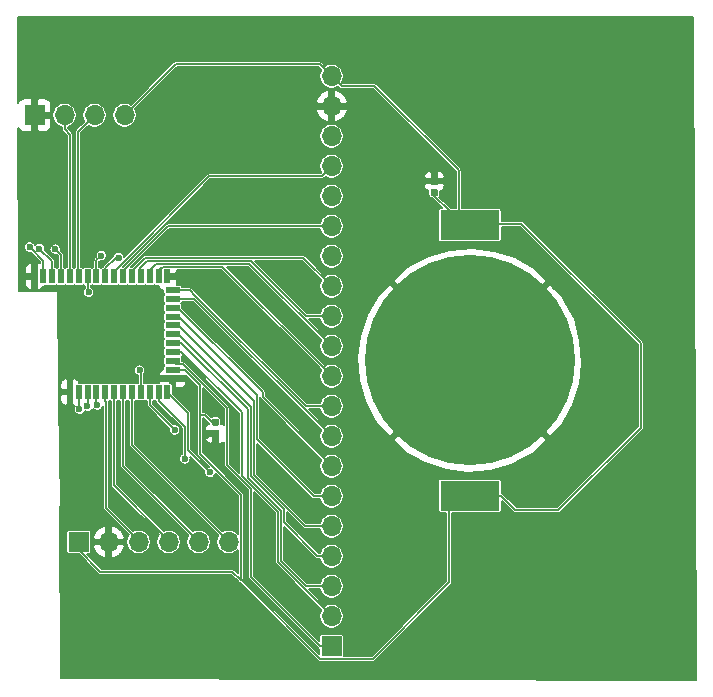
<source format=gbr>
G04 #@! TF.GenerationSoftware,KiCad,Pcbnew,5.1.5+dfsg1-2*
G04 #@! TF.CreationDate,2020-01-23T00:33:11+02:00*
G04 #@! TF.ProjectId,nrf52-mesh,6e726635-322d-46d6-9573-682e6b696361,rev?*
G04 #@! TF.SameCoordinates,Original*
G04 #@! TF.FileFunction,Copper,L1,Top*
G04 #@! TF.FilePolarity,Positive*
%FSLAX46Y46*%
G04 Gerber Fmt 4.6, Leading zero omitted, Abs format (unit mm)*
G04 Created by KiCad (PCBNEW 5.1.5+dfsg1-2) date 2020-01-23 00:33:11*
%MOMM*%
%LPD*%
G04 APERTURE LIST*
%ADD10C,0.100000*%
%ADD11R,5.000000X2.500000*%
%ADD12C,17.800000*%
%ADD13R,0.500000X1.200000*%
%ADD14R,1.200000X0.500000*%
%ADD15O,1.700000X1.700000*%
%ADD16R,1.700000X1.700000*%
%ADD17C,0.600000*%
%ADD18C,0.127000*%
G04 APERTURE END LIST*
G04 #@! TA.AperFunction,SMDPad,CuDef*
D10*
G36*
X217421959Y-65985709D02*
G01*
X217436277Y-65987833D01*
X217450318Y-65991350D01*
X217463947Y-65996227D01*
X217477032Y-66002416D01*
X217489448Y-66009857D01*
X217501074Y-66018480D01*
X217511799Y-66028201D01*
X217521520Y-66038926D01*
X217530143Y-66050552D01*
X217537584Y-66062968D01*
X217543773Y-66076053D01*
X217548650Y-66089682D01*
X217552167Y-66103723D01*
X217554291Y-66118041D01*
X217555001Y-66132499D01*
X217555001Y-66427499D01*
X217554291Y-66441957D01*
X217552167Y-66456275D01*
X217548650Y-66470316D01*
X217543773Y-66483945D01*
X217537584Y-66497030D01*
X217530143Y-66509446D01*
X217521520Y-66521072D01*
X217511799Y-66531797D01*
X217501074Y-66541518D01*
X217489448Y-66550141D01*
X217477032Y-66557582D01*
X217463947Y-66563771D01*
X217450318Y-66568648D01*
X217436277Y-66572165D01*
X217421959Y-66574289D01*
X217407501Y-66574999D01*
X217062501Y-66574999D01*
X217048043Y-66574289D01*
X217033725Y-66572165D01*
X217019684Y-66568648D01*
X217006055Y-66563771D01*
X216992970Y-66557582D01*
X216980554Y-66550141D01*
X216968928Y-66541518D01*
X216958203Y-66531797D01*
X216948482Y-66521072D01*
X216939859Y-66509446D01*
X216932418Y-66497030D01*
X216926229Y-66483945D01*
X216921352Y-66470316D01*
X216917835Y-66456275D01*
X216915711Y-66441957D01*
X216915001Y-66427499D01*
X216915001Y-66132499D01*
X216915711Y-66118041D01*
X216917835Y-66103723D01*
X216921352Y-66089682D01*
X216926229Y-66076053D01*
X216932418Y-66062968D01*
X216939859Y-66050552D01*
X216948482Y-66038926D01*
X216958203Y-66028201D01*
X216968928Y-66018480D01*
X216980554Y-66009857D01*
X216992970Y-66002416D01*
X217006055Y-65996227D01*
X217019684Y-65991350D01*
X217033725Y-65987833D01*
X217048043Y-65985709D01*
X217062501Y-65984999D01*
X217407501Y-65984999D01*
X217421959Y-65985709D01*
G37*
G04 #@! TD.AperFunction*
G04 #@! TA.AperFunction,SMDPad,CuDef*
G36*
X217421959Y-66955709D02*
G01*
X217436277Y-66957833D01*
X217450318Y-66961350D01*
X217463947Y-66966227D01*
X217477032Y-66972416D01*
X217489448Y-66979857D01*
X217501074Y-66988480D01*
X217511799Y-66998201D01*
X217521520Y-67008926D01*
X217530143Y-67020552D01*
X217537584Y-67032968D01*
X217543773Y-67046053D01*
X217548650Y-67059682D01*
X217552167Y-67073723D01*
X217554291Y-67088041D01*
X217555001Y-67102499D01*
X217555001Y-67397499D01*
X217554291Y-67411957D01*
X217552167Y-67426275D01*
X217548650Y-67440316D01*
X217543773Y-67453945D01*
X217537584Y-67467030D01*
X217530143Y-67479446D01*
X217521520Y-67491072D01*
X217511799Y-67501797D01*
X217501074Y-67511518D01*
X217489448Y-67520141D01*
X217477032Y-67527582D01*
X217463947Y-67533771D01*
X217450318Y-67538648D01*
X217436277Y-67542165D01*
X217421959Y-67544289D01*
X217407501Y-67544999D01*
X217062501Y-67544999D01*
X217048043Y-67544289D01*
X217033725Y-67542165D01*
X217019684Y-67538648D01*
X217006055Y-67533771D01*
X216992970Y-67527582D01*
X216980554Y-67520141D01*
X216968928Y-67511518D01*
X216958203Y-67501797D01*
X216948482Y-67491072D01*
X216939859Y-67479446D01*
X216932418Y-67467030D01*
X216926229Y-67453945D01*
X216921352Y-67440316D01*
X216917835Y-67426275D01*
X216915711Y-67411957D01*
X216915001Y-67397499D01*
X216915001Y-67102499D01*
X216915711Y-67088041D01*
X216917835Y-67073723D01*
X216921352Y-67059682D01*
X216926229Y-67046053D01*
X216932418Y-67032968D01*
X216939859Y-67020552D01*
X216948482Y-67008926D01*
X216958203Y-66998201D01*
X216968928Y-66988480D01*
X216980554Y-66979857D01*
X216992970Y-66972416D01*
X217006055Y-66966227D01*
X217019684Y-66961350D01*
X217033725Y-66957833D01*
X217048043Y-66955709D01*
X217062501Y-66954999D01*
X217407501Y-66954999D01*
X217421959Y-66955709D01*
G37*
G04 #@! TD.AperFunction*
D11*
X220240000Y-92910000D03*
X220240000Y-70010000D03*
D12*
X220240000Y-81460000D03*
D13*
X186380000Y-84148000D03*
X187130000Y-84148000D03*
X187880000Y-84148000D03*
X188630000Y-84148000D03*
X189380000Y-84148000D03*
X190130000Y-84148000D03*
X190880000Y-84148000D03*
X191630000Y-84148000D03*
X192380000Y-84148000D03*
X193130000Y-84148000D03*
X193880000Y-84148000D03*
X194630000Y-84148000D03*
D14*
X195080000Y-82998000D03*
X195080000Y-82248000D03*
X195080000Y-81498000D03*
X195080000Y-80748000D03*
X195080000Y-79998000D03*
X195080000Y-79248000D03*
X195080000Y-78498000D03*
X195080000Y-77748000D03*
X195080000Y-76998000D03*
X195080000Y-76248000D03*
X195080000Y-75498000D03*
D13*
X194630000Y-74348000D03*
X193880000Y-74348000D03*
X193130000Y-74348000D03*
X192380000Y-74348000D03*
X191630000Y-74348000D03*
X190880000Y-74348000D03*
X190130000Y-74348000D03*
X189380000Y-74348000D03*
X188630000Y-74348000D03*
X187880000Y-74348000D03*
X187130000Y-74348000D03*
X186380000Y-74348000D03*
X185630000Y-74348000D03*
X184880000Y-74348000D03*
X184130000Y-74348000D03*
X183380000Y-74348000D03*
D15*
X199820000Y-96830000D03*
X197280000Y-96830000D03*
X194740000Y-96830000D03*
X192200000Y-96830000D03*
X189660000Y-96830000D03*
D16*
X187120000Y-96830000D03*
D15*
X191008000Y-60706000D03*
X188468000Y-60706000D03*
X185928000Y-60706000D03*
D16*
X183388000Y-60706000D03*
D15*
X208534000Y-57404000D03*
X208534000Y-59944000D03*
X208534000Y-62484000D03*
X208534000Y-65024000D03*
X208534000Y-67564000D03*
X208534000Y-70104000D03*
X208534000Y-72644000D03*
X208534000Y-75184000D03*
X208534000Y-77724000D03*
X208534000Y-80264000D03*
X208534000Y-82804000D03*
X208534000Y-85344000D03*
X208534000Y-87884000D03*
X208534000Y-90424000D03*
X208534000Y-92964000D03*
X208534000Y-95504000D03*
X208534000Y-98044000D03*
X208534000Y-100584000D03*
X208534000Y-103124000D03*
D16*
X208534000Y-105664000D03*
G04 #@! TA.AperFunction,SMDPad,CuDef*
D10*
G36*
X198886958Y-87360710D02*
G01*
X198901276Y-87362834D01*
X198915317Y-87366351D01*
X198928946Y-87371228D01*
X198942031Y-87377417D01*
X198954447Y-87384858D01*
X198966073Y-87393481D01*
X198976798Y-87403202D01*
X198986519Y-87413927D01*
X198995142Y-87425553D01*
X199002583Y-87437969D01*
X199008772Y-87451054D01*
X199013649Y-87464683D01*
X199017166Y-87478724D01*
X199019290Y-87493042D01*
X199020000Y-87507500D01*
X199020000Y-87802500D01*
X199019290Y-87816958D01*
X199017166Y-87831276D01*
X199013649Y-87845317D01*
X199008772Y-87858946D01*
X199002583Y-87872031D01*
X198995142Y-87884447D01*
X198986519Y-87896073D01*
X198976798Y-87906798D01*
X198966073Y-87916519D01*
X198954447Y-87925142D01*
X198942031Y-87932583D01*
X198928946Y-87938772D01*
X198915317Y-87943649D01*
X198901276Y-87947166D01*
X198886958Y-87949290D01*
X198872500Y-87950000D01*
X198527500Y-87950000D01*
X198513042Y-87949290D01*
X198498724Y-87947166D01*
X198484683Y-87943649D01*
X198471054Y-87938772D01*
X198457969Y-87932583D01*
X198445553Y-87925142D01*
X198433927Y-87916519D01*
X198423202Y-87906798D01*
X198413481Y-87896073D01*
X198404858Y-87884447D01*
X198397417Y-87872031D01*
X198391228Y-87858946D01*
X198386351Y-87845317D01*
X198382834Y-87831276D01*
X198380710Y-87816958D01*
X198380000Y-87802500D01*
X198380000Y-87507500D01*
X198380710Y-87493042D01*
X198382834Y-87478724D01*
X198386351Y-87464683D01*
X198391228Y-87451054D01*
X198397417Y-87437969D01*
X198404858Y-87425553D01*
X198413481Y-87413927D01*
X198423202Y-87403202D01*
X198433927Y-87393481D01*
X198445553Y-87384858D01*
X198457969Y-87377417D01*
X198471054Y-87371228D01*
X198484683Y-87366351D01*
X198498724Y-87362834D01*
X198513042Y-87360710D01*
X198527500Y-87360000D01*
X198872500Y-87360000D01*
X198886958Y-87360710D01*
G37*
G04 #@! TD.AperFunction*
G04 #@! TA.AperFunction,SMDPad,CuDef*
G36*
X198886958Y-86390710D02*
G01*
X198901276Y-86392834D01*
X198915317Y-86396351D01*
X198928946Y-86401228D01*
X198942031Y-86407417D01*
X198954447Y-86414858D01*
X198966073Y-86423481D01*
X198976798Y-86433202D01*
X198986519Y-86443927D01*
X198995142Y-86455553D01*
X199002583Y-86467969D01*
X199008772Y-86481054D01*
X199013649Y-86494683D01*
X199017166Y-86508724D01*
X199019290Y-86523042D01*
X199020000Y-86537500D01*
X199020000Y-86832500D01*
X199019290Y-86846958D01*
X199017166Y-86861276D01*
X199013649Y-86875317D01*
X199008772Y-86888946D01*
X199002583Y-86902031D01*
X198995142Y-86914447D01*
X198986519Y-86926073D01*
X198976798Y-86936798D01*
X198966073Y-86946519D01*
X198954447Y-86955142D01*
X198942031Y-86962583D01*
X198928946Y-86968772D01*
X198915317Y-86973649D01*
X198901276Y-86977166D01*
X198886958Y-86979290D01*
X198872500Y-86980000D01*
X198527500Y-86980000D01*
X198513042Y-86979290D01*
X198498724Y-86977166D01*
X198484683Y-86973649D01*
X198471054Y-86968772D01*
X198457969Y-86962583D01*
X198445553Y-86955142D01*
X198433927Y-86946519D01*
X198423202Y-86936798D01*
X198413481Y-86926073D01*
X198404858Y-86914447D01*
X198397417Y-86902031D01*
X198391228Y-86888946D01*
X198386351Y-86875317D01*
X198382834Y-86861276D01*
X198380710Y-86846958D01*
X198380000Y-86832500D01*
X198380000Y-86537500D01*
X198380710Y-86523042D01*
X198382834Y-86508724D01*
X198386351Y-86494683D01*
X198391228Y-86481054D01*
X198397417Y-86467969D01*
X198404858Y-86455553D01*
X198413481Y-86443927D01*
X198423202Y-86433202D01*
X198433927Y-86423481D01*
X198445553Y-86414858D01*
X198457969Y-86407417D01*
X198471054Y-86401228D01*
X198484683Y-86396351D01*
X198498724Y-86392834D01*
X198513042Y-86390710D01*
X198527500Y-86390000D01*
X198872500Y-86390000D01*
X198886958Y-86390710D01*
G37*
G04 #@! TD.AperFunction*
D17*
X214630000Y-81788000D03*
X213106000Y-81788000D03*
X214122000Y-78740000D03*
X217678000Y-76962000D03*
X220726000Y-75438000D03*
X225298000Y-77724000D03*
X226314000Y-82804000D03*
X223266000Y-87376000D03*
X219964000Y-89154000D03*
X217170000Y-88392000D03*
X214376000Y-85090000D03*
X215900000Y-84836000D03*
X223012000Y-79502000D03*
X225298000Y-82042000D03*
X224282000Y-84074000D03*
X221488000Y-86614000D03*
X218948000Y-84836000D03*
X217424000Y-82042000D03*
X216408000Y-80010000D03*
X220980000Y-78740000D03*
X188722000Y-63500000D03*
X197866000Y-84582000D03*
X198882000Y-89154000D03*
X197866000Y-87884000D03*
X198882000Y-85598000D03*
X200152000Y-86106000D03*
X200152000Y-87884000D03*
X200152000Y-89916000D03*
X189738000Y-55626000D03*
X188468000Y-105664000D03*
X200406000Y-105410000D03*
X210058000Y-86868000D03*
X210312000Y-96012000D03*
X210312000Y-103632000D03*
X210058000Y-76200000D03*
X210058000Y-66294000D03*
X203680000Y-80620000D03*
X205730000Y-82010000D03*
X203750000Y-84480000D03*
X202340000Y-82710000D03*
X204950000Y-88550000D03*
X205070000Y-85540000D03*
X204690000Y-92310000D03*
X206900000Y-94320000D03*
X206760000Y-91060000D03*
X207470000Y-96550000D03*
X207070000Y-99200000D03*
X205000000Y-97100000D03*
X202490000Y-94010000D03*
X202560000Y-98010000D03*
X203980000Y-100590000D03*
X206180000Y-102580000D03*
X200270000Y-98870000D03*
X193000000Y-98670000D03*
X188750000Y-98430000D03*
X187870000Y-101750000D03*
X192260000Y-101360000D03*
X196510000Y-101600000D03*
X196510000Y-98620000D03*
X195710000Y-58340000D03*
X203900000Y-57930000D03*
X198040000Y-55420000D03*
X205950000Y-55360000D03*
X210350000Y-62560000D03*
X205540000Y-60160000D03*
X200100000Y-95190000D03*
X200200000Y-93010000D03*
X198910000Y-92000000D03*
X198260000Y-93190000D03*
X199190000Y-94460000D03*
X196790000Y-92360000D03*
X195430000Y-90970000D03*
X194690000Y-90180000D03*
X195050000Y-88970000D03*
X195580000Y-88190000D03*
X193500000Y-87860000D03*
X192470000Y-85630000D03*
X192270000Y-87400000D03*
X185928000Y-86360000D03*
X186150000Y-89600000D03*
X186020000Y-92330000D03*
X186050000Y-93670000D03*
X185970000Y-99390000D03*
X185970000Y-102060000D03*
X186310000Y-105030000D03*
X186050000Y-107390000D03*
X185850000Y-76590000D03*
X185900000Y-79270000D03*
X186010000Y-81570000D03*
X190220000Y-78920000D03*
X191516000Y-79248000D03*
X193548000Y-76200000D03*
X190246000Y-75946000D03*
X186690000Y-77724000D03*
X189230000Y-79540000D03*
X188500000Y-81620000D03*
X187340000Y-82340000D03*
X190640000Y-81780000D03*
X193548000Y-80750000D03*
X193802000Y-80010000D03*
X185240000Y-64730000D03*
X184404000Y-70358000D03*
X182880000Y-63246000D03*
X182880000Y-57658000D03*
X182880000Y-53340000D03*
X182626000Y-55880000D03*
X185420000Y-57912000D03*
X186944000Y-53340000D03*
X188468000Y-57912000D03*
X190500000Y-66802000D03*
X194818000Y-66294000D03*
X188214000Y-71120000D03*
X184404000Y-68834000D03*
X185674000Y-68834000D03*
X189738000Y-69088000D03*
X192278000Y-69088000D03*
X189992000Y-70866000D03*
X187960000Y-72390000D03*
X197358000Y-70866000D03*
X196596000Y-69342000D03*
X198882000Y-69342000D03*
X199644000Y-71120000D03*
X196850000Y-72136000D03*
X197612000Y-74676000D03*
X198882000Y-74422000D03*
X201676000Y-74930000D03*
X203454000Y-73660000D03*
X205740000Y-74676000D03*
X206248000Y-71882000D03*
X202946000Y-71374000D03*
X199644000Y-76200000D03*
X200914000Y-77724000D03*
X195326000Y-62992000D03*
X192786000Y-61468000D03*
X212598000Y-93726000D03*
X214630000Y-97790000D03*
X213106000Y-101092000D03*
X216408000Y-105918000D03*
X226822000Y-106934000D03*
X224536000Y-103886000D03*
X220980000Y-103124000D03*
X221234000Y-98806000D03*
X224536000Y-97536000D03*
X230124000Y-101092000D03*
X231394000Y-104902000D03*
X234188000Y-100838000D03*
X235204000Y-92456000D03*
X237236000Y-89662000D03*
X236982000Y-76454000D03*
X232410000Y-68580000D03*
X223774000Y-62484000D03*
X214376000Y-56642000D03*
X219710000Y-57912000D03*
X227584000Y-54864000D03*
X230378000Y-57912000D03*
X234696000Y-58674000D03*
X236220000Y-62230000D03*
X233426000Y-67056000D03*
X226822000Y-66802000D03*
X224790000Y-66802000D03*
X222504000Y-65532000D03*
X220218000Y-62992000D03*
X216662000Y-59944000D03*
X214376000Y-63500000D03*
X213106000Y-66802000D03*
X212344000Y-70612000D03*
X215900000Y-72136000D03*
X230886000Y-81788000D03*
X230886000Y-85598000D03*
X227076000Y-89408000D03*
X226314000Y-91694000D03*
X229362000Y-89916000D03*
X231394000Y-87630000D03*
X232918000Y-85598000D03*
X232664000Y-81534000D03*
X231140000Y-78232000D03*
X231648000Y-72390000D03*
X235966000Y-79248000D03*
X236474000Y-86106000D03*
X234696000Y-89662000D03*
X231902000Y-93980000D03*
X231140000Y-97536000D03*
X234188000Y-96520000D03*
X195250000Y-87350000D03*
X196110000Y-89790000D03*
X198230000Y-90940000D03*
X188677367Y-85224069D03*
X187857171Y-85325480D03*
X187180000Y-85590000D03*
X182970000Y-71860000D03*
X183796836Y-71993164D03*
X185140000Y-72050000D03*
X187960000Y-75692000D03*
X189040000Y-72590000D03*
X192278000Y-82296000D03*
X190500000Y-72750000D03*
D18*
X191008000Y-60706000D02*
X195326000Y-56388000D01*
X195326000Y-56388000D02*
X207518000Y-56388000D01*
X207518000Y-56388000D02*
X208534000Y-57404000D01*
X197358000Y-83566000D02*
X196088000Y-82296000D01*
X196088000Y-82296000D02*
X195072000Y-82296000D01*
X197785000Y-86090000D02*
X197370000Y-86090000D01*
X198700000Y-86685000D02*
X198380000Y-86685000D01*
X198380000Y-86685000D02*
X197785000Y-86090000D01*
X197370000Y-86090000D02*
X197358000Y-83566000D01*
X200860501Y-92844559D02*
X200860501Y-100089499D01*
X197370000Y-86090000D02*
X197370000Y-89354058D01*
X197370000Y-89354058D02*
X200860501Y-92844559D01*
X188954559Y-99360501D02*
X187120000Y-97525942D01*
X200860501Y-100089499D02*
X200131503Y-99360501D01*
X200131503Y-99360501D02*
X188954559Y-99360501D01*
X187120000Y-97525942D02*
X187120000Y-96900000D01*
X207531599Y-106704501D02*
X212025499Y-106704501D01*
X200860501Y-100089499D02*
X200916597Y-100089499D01*
X200916597Y-100089499D02*
X207447098Y-106620000D01*
X207447098Y-106620000D02*
X207493499Y-106620000D01*
X207493499Y-106620000D02*
X207493499Y-106666401D01*
X207493499Y-106666401D02*
X207531599Y-106704501D01*
X212025499Y-106704501D02*
X218470000Y-100260000D01*
X209383999Y-58253999D02*
X212163999Y-58253999D01*
X208534000Y-57404000D02*
X209383999Y-58253999D01*
X212163999Y-58253999D02*
X219280000Y-65370000D01*
X219280000Y-65370000D02*
X219280000Y-69540000D01*
X219280000Y-69540000D02*
X220000000Y-70260000D01*
X217235001Y-67544999D02*
X218530000Y-68839998D01*
X217235001Y-67249999D02*
X217235001Y-67544999D01*
X218530000Y-68839998D02*
X218530000Y-69530000D01*
X222867000Y-92910000D02*
X224097000Y-94140000D01*
X220240000Y-92910000D02*
X222867000Y-92910000D01*
X224097000Y-94140000D02*
X227740000Y-94140000D01*
X227740000Y-94140000D02*
X234720000Y-87160000D01*
X234720000Y-87160000D02*
X234720000Y-80020000D01*
X234720000Y-80020000D02*
X224570000Y-69870000D01*
X224570000Y-69870000D02*
X220400000Y-69870000D01*
X220400000Y-69870000D02*
X220400000Y-69960000D01*
X218470000Y-100260000D02*
X218470000Y-94200000D01*
X218470000Y-94200000D02*
X219700000Y-92970000D01*
X193130000Y-84148000D02*
X193130000Y-85230000D01*
X193130000Y-85230000D02*
X195250000Y-87350000D01*
X198161099Y-65873999D02*
X190090000Y-73945098D01*
X208534000Y-65024000D02*
X207684001Y-65873999D01*
X207684001Y-65873999D02*
X198161099Y-65873999D01*
X190090000Y-73945098D02*
X190090000Y-74540000D01*
X193880000Y-84875000D02*
X196110000Y-87105000D01*
X193880000Y-84148000D02*
X193880000Y-84875000D01*
X196110000Y-87105000D02*
X196110000Y-89790000D01*
X194681098Y-70104000D02*
X190860000Y-73925098D01*
X208534000Y-70104000D02*
X194681098Y-70104000D01*
X190860000Y-73925098D02*
X190860000Y-74320000D01*
X196364010Y-89074010D02*
X196364010Y-85924010D01*
X198230000Y-90940000D02*
X196364010Y-89074010D01*
X196364010Y-85924010D02*
X194610000Y-84170000D01*
X208534000Y-75184000D02*
X206145469Y-72795469D01*
X192739629Y-72795469D02*
X191670000Y-73865098D01*
X206145469Y-72795469D02*
X192739629Y-72795469D01*
X191670000Y-73865098D02*
X191670000Y-74530000D01*
X192888521Y-73049479D02*
X192278000Y-73660000D01*
X201678703Y-73049479D02*
X192888521Y-73049479D01*
X208534000Y-77724000D02*
X206353224Y-77724000D01*
X206353224Y-77724000D02*
X201678703Y-73049479D01*
X192278000Y-73660000D02*
X192278000Y-74422000D01*
X193650511Y-73303489D02*
X193040000Y-73914000D01*
X208534000Y-80264000D02*
X201573489Y-73303489D01*
X201573489Y-73303489D02*
X193650511Y-73303489D01*
X193040000Y-73914000D02*
X193040000Y-74422000D01*
X193880000Y-73905098D02*
X194125098Y-73660000D01*
X193880000Y-74348000D02*
X193880000Y-73905098D01*
X194189499Y-73595599D02*
X194227599Y-73557499D01*
X199287499Y-73557499D02*
X207684001Y-81954001D01*
X194227599Y-73557499D02*
X199287499Y-73557499D01*
X194125098Y-73660000D02*
X194189499Y-73660000D01*
X194189499Y-73660000D02*
X194189499Y-73595599D01*
X207684001Y-81954001D02*
X208534000Y-82804000D01*
X196507224Y-75498000D02*
X197003215Y-75993991D01*
X195080000Y-75498000D02*
X196507224Y-75498000D01*
X197003215Y-75993991D02*
X206353224Y-85344000D01*
X206353224Y-85344000D02*
X208534000Y-85344000D01*
X195080000Y-76248000D02*
X196898000Y-76248000D01*
X196898000Y-76248000D02*
X208534000Y-87884000D01*
X195522902Y-76998000D02*
X202692000Y-84167098D01*
X195080000Y-76998000D02*
X195522902Y-76998000D01*
X202692000Y-84167098D02*
X202692000Y-84582000D01*
X202692000Y-84582000D02*
X208534000Y-90424000D01*
X208534000Y-92964000D02*
X207010028Y-92964000D01*
X202184028Y-84409126D02*
X195498902Y-77724000D01*
X207010028Y-92964000D02*
X202184028Y-88138000D01*
X202184028Y-88138000D02*
X202184028Y-84409126D01*
X195498902Y-77724000D02*
X195072000Y-77724000D01*
X206266120Y-95504000D02*
X204724018Y-93961898D01*
X208534000Y-95504000D02*
X206266120Y-95504000D01*
X201930018Y-84905116D02*
X195510902Y-78486000D01*
X204724018Y-93961898D02*
X201930018Y-91167898D01*
X201930018Y-91167898D02*
X201930018Y-84905116D01*
X195510902Y-78486000D02*
X195072000Y-78486000D01*
X204470010Y-95182091D02*
X204470009Y-94067113D01*
X208534000Y-98044000D02*
X207331919Y-98044000D01*
X207331919Y-98044000D02*
X204470010Y-95182091D01*
X201676008Y-85401106D02*
X195522902Y-79248000D01*
X204470009Y-94067113D02*
X201676010Y-91273114D01*
X201676010Y-91273114D02*
X201676008Y-85401106D01*
X195522902Y-79248000D02*
X195072000Y-79248000D01*
X195807000Y-79998000D02*
X201422000Y-85613000D01*
X195080000Y-79998000D02*
X195807000Y-79998000D01*
X204216000Y-94172328D02*
X204216000Y-98446776D01*
X201422000Y-85613000D02*
X201422000Y-91378328D01*
X201422000Y-91378328D02*
X204216000Y-94172328D01*
X204216000Y-98446776D02*
X206353224Y-100584000D01*
X206353224Y-100584000D02*
X208534000Y-100584000D01*
X195807000Y-80748000D02*
X200914000Y-85855000D01*
X195080000Y-80748000D02*
X195807000Y-80748000D01*
X200914000Y-91229552D02*
X203962000Y-94277552D01*
X200914000Y-85855000D02*
X200914000Y-91229552D01*
X203962000Y-94277552D02*
X203962000Y-98552000D01*
X203962000Y-98552000D02*
X208534000Y-103124000D01*
X195080000Y-81498000D02*
X195080000Y-81542000D01*
X195958723Y-81807499D02*
X199644000Y-85492776D01*
X195345499Y-81807499D02*
X195958723Y-81807499D01*
X195080000Y-81542000D02*
X195345499Y-81807499D01*
X199644000Y-90318776D02*
X201676000Y-92350776D01*
X199644000Y-85492776D02*
X199644000Y-90318776D01*
X201676000Y-99783000D02*
X207557000Y-105664000D01*
X201676000Y-92350776D02*
X201676000Y-99783000D01*
X207557000Y-105664000D02*
X208534000Y-105664000D01*
X188468000Y-60706000D02*
X187090000Y-62084000D01*
X187090000Y-62084000D02*
X187090000Y-74530000D01*
X185928000Y-61908081D02*
X186360000Y-62340081D01*
X185928000Y-60706000D02*
X185928000Y-61908081D01*
X186360000Y-62340081D02*
X186360000Y-74410000D01*
X191630000Y-84148000D02*
X191630000Y-88620000D01*
X191630000Y-88620000D02*
X199730000Y-96720000D01*
X190880000Y-84148000D02*
X190880000Y-90390000D01*
X190880000Y-90390000D02*
X197250000Y-96760000D01*
X197250000Y-96760000D02*
X197280000Y-96760000D01*
X190130000Y-84148000D02*
X190130000Y-92050000D01*
X190130000Y-92050000D02*
X194800000Y-96720000D01*
X189380000Y-84875000D02*
X189420000Y-84915000D01*
X189380000Y-84148000D02*
X189380000Y-84875000D01*
X189420000Y-84915000D02*
X189420000Y-93960000D01*
X189420000Y-93960000D02*
X192280000Y-96820000D01*
X188630000Y-84148000D02*
X188630000Y-85176702D01*
X188630000Y-85176702D02*
X188677367Y-85224069D01*
X187880000Y-84148000D02*
X187880000Y-85302651D01*
X187880000Y-85302651D02*
X187857171Y-85325480D01*
X187130000Y-84148000D02*
X187130000Y-85540000D01*
X187130000Y-85540000D02*
X187180000Y-85590000D01*
X184110000Y-74390000D02*
X184100000Y-74390000D01*
X184100000Y-74390000D02*
X184080000Y-74410000D01*
X184130000Y-74348000D02*
X184130000Y-73020000D01*
X184130000Y-73020000D02*
X182970000Y-71860000D01*
X184880000Y-74348000D02*
X184880000Y-73076328D01*
X184880000Y-73076328D02*
X183796836Y-71993164D01*
X185630000Y-74348000D02*
X185630000Y-72540000D01*
X185630000Y-72540000D02*
X185140000Y-72050000D01*
X187880000Y-74348000D02*
X187880000Y-75612000D01*
X187880000Y-75612000D02*
X187960000Y-75692000D01*
X188630000Y-74348000D02*
X188630000Y-73000000D01*
X188630000Y-73000000D02*
X189040000Y-72590000D01*
X192380000Y-84148000D02*
X192380000Y-82398000D01*
X192380000Y-82398000D02*
X192278000Y-82296000D01*
X190251000Y-72750000D02*
X190500000Y-72750000D01*
X189380000Y-74348000D02*
X189380000Y-73621000D01*
X189380000Y-73621000D02*
X190251000Y-72750000D01*
G36*
X227019823Y-52407622D02*
G01*
X227355126Y-72295916D01*
X224758419Y-69699209D01*
X224750473Y-69689527D01*
X224740791Y-69681581D01*
X224740788Y-69681578D01*
X224728323Y-69671349D01*
X224711797Y-69657786D01*
X224667672Y-69634200D01*
X224619793Y-69619676D01*
X224582469Y-69616000D01*
X224582458Y-69616000D01*
X224570000Y-69614773D01*
X224557542Y-69616000D01*
X222931421Y-69616000D01*
X222931421Y-68760000D01*
X222927743Y-68722656D01*
X222916850Y-68686746D01*
X222899161Y-68653652D01*
X222875355Y-68624645D01*
X222846348Y-68600839D01*
X222813254Y-68583150D01*
X222777344Y-68572257D01*
X222740000Y-68568579D01*
X219534000Y-68568579D01*
X219534000Y-65382457D01*
X219535227Y-65369999D01*
X219534000Y-65357541D01*
X219534000Y-65357531D01*
X219530324Y-65320207D01*
X219515800Y-65272328D01*
X219492214Y-65228203D01*
X219460473Y-65189527D01*
X219450791Y-65181581D01*
X212352418Y-58083208D01*
X212344472Y-58073526D01*
X212334790Y-58065580D01*
X212334787Y-58065577D01*
X212322322Y-58055348D01*
X212305796Y-58041785D01*
X212261671Y-58018199D01*
X212213792Y-58003675D01*
X212176468Y-57999999D01*
X212176457Y-57999999D01*
X212163999Y-57998772D01*
X212151541Y-57999999D01*
X209489209Y-57999999D01*
X209428039Y-57938829D01*
X209456080Y-57896862D01*
X209534515Y-57707503D01*
X209574500Y-57506480D01*
X209574500Y-57301520D01*
X209534515Y-57100497D01*
X209456080Y-56911138D01*
X209342209Y-56740720D01*
X209197280Y-56595791D01*
X209026862Y-56481920D01*
X208837503Y-56403485D01*
X208636480Y-56363500D01*
X208431520Y-56363500D01*
X208230497Y-56403485D01*
X208041138Y-56481920D01*
X207999172Y-56509961D01*
X207706418Y-56217208D01*
X207698473Y-56207527D01*
X207688791Y-56199581D01*
X207688788Y-56199578D01*
X207676323Y-56189349D01*
X207659797Y-56175786D01*
X207615672Y-56152200D01*
X207567793Y-56137676D01*
X207530469Y-56134000D01*
X207530458Y-56134000D01*
X207518000Y-56132773D01*
X207505542Y-56134000D01*
X195338457Y-56134000D01*
X195325999Y-56132773D01*
X195313541Y-56134000D01*
X195313531Y-56134000D01*
X195276207Y-56137676D01*
X195228328Y-56152200D01*
X195184203Y-56175786D01*
X195155211Y-56199579D01*
X195155209Y-56199581D01*
X195145527Y-56207527D01*
X195137581Y-56217209D01*
X191542829Y-59811961D01*
X191500862Y-59783920D01*
X191311503Y-59705485D01*
X191110480Y-59665500D01*
X190905520Y-59665500D01*
X190704497Y-59705485D01*
X190515138Y-59783920D01*
X190344720Y-59897791D01*
X190199791Y-60042720D01*
X190085920Y-60213138D01*
X190007485Y-60402497D01*
X189967500Y-60603520D01*
X189967500Y-60808480D01*
X190007485Y-61009503D01*
X190085920Y-61198862D01*
X190199791Y-61369280D01*
X190344720Y-61514209D01*
X190515138Y-61628080D01*
X190704497Y-61706515D01*
X190905520Y-61746500D01*
X191110480Y-61746500D01*
X191311503Y-61706515D01*
X191500862Y-61628080D01*
X191671280Y-61514209D01*
X191816209Y-61369280D01*
X191930080Y-61198862D01*
X192008515Y-61009503D01*
X192048500Y-60808480D01*
X192048500Y-60603520D01*
X192008515Y-60402497D01*
X191987814Y-60352520D01*
X207172467Y-60352520D01*
X207174957Y-60360759D01*
X207282376Y-60617887D01*
X207437894Y-60849118D01*
X207635535Y-61045566D01*
X207867704Y-61199681D01*
X208125478Y-61305541D01*
X208343500Y-61209810D01*
X208343500Y-60134500D01*
X208724500Y-60134500D01*
X208724500Y-61209810D01*
X208942522Y-61305541D01*
X209200296Y-61199681D01*
X209432465Y-61045566D01*
X209630106Y-60849118D01*
X209785624Y-60617887D01*
X209893043Y-60360759D01*
X209895533Y-60352520D01*
X209798354Y-60134500D01*
X208724500Y-60134500D01*
X208343500Y-60134500D01*
X207269646Y-60134500D01*
X207172467Y-60352520D01*
X191987814Y-60352520D01*
X191930080Y-60213138D01*
X191902039Y-60171171D01*
X192537730Y-59535480D01*
X207172467Y-59535480D01*
X207269646Y-59753500D01*
X208343500Y-59753500D01*
X208343500Y-58678190D01*
X208724500Y-58678190D01*
X208724500Y-59753500D01*
X209798354Y-59753500D01*
X209895533Y-59535480D01*
X209893043Y-59527241D01*
X209785624Y-59270113D01*
X209630106Y-59038882D01*
X209432465Y-58842434D01*
X209200296Y-58688319D01*
X208942522Y-58582459D01*
X208724500Y-58678190D01*
X208343500Y-58678190D01*
X208125478Y-58582459D01*
X207867704Y-58688319D01*
X207635535Y-58842434D01*
X207437894Y-59038882D01*
X207282376Y-59270113D01*
X207174957Y-59527241D01*
X207172467Y-59535480D01*
X192537730Y-59535480D01*
X195431210Y-56642000D01*
X207412790Y-56642000D01*
X207639961Y-56869172D01*
X207611920Y-56911138D01*
X207533485Y-57100497D01*
X207493500Y-57301520D01*
X207493500Y-57506480D01*
X207533485Y-57707503D01*
X207611920Y-57896862D01*
X207725791Y-58067280D01*
X207870720Y-58212209D01*
X208041138Y-58326080D01*
X208230497Y-58404515D01*
X208431520Y-58444500D01*
X208636480Y-58444500D01*
X208837503Y-58404515D01*
X209026862Y-58326080D01*
X209068829Y-58298039D01*
X209195580Y-58424790D01*
X209203526Y-58434472D01*
X209213208Y-58442418D01*
X209213210Y-58442420D01*
X209215745Y-58444500D01*
X209242202Y-58466213D01*
X209286327Y-58489799D01*
X209334206Y-58504323D01*
X209371530Y-58507999D01*
X209371540Y-58507999D01*
X209383998Y-58509226D01*
X209396456Y-58507999D01*
X212058789Y-58507999D01*
X219026000Y-65475210D01*
X219026001Y-68568579D01*
X218617791Y-68568579D01*
X217664828Y-67615616D01*
X217689304Y-67585793D01*
X217720623Y-67527198D01*
X217739910Y-67463619D01*
X217746422Y-67397499D01*
X217746422Y-67115318D01*
X217757855Y-67112242D01*
X217858769Y-67062344D01*
X217948008Y-66993718D01*
X218022145Y-66909001D01*
X218078329Y-66811448D01*
X218114402Y-66704808D01*
X218126501Y-66613374D01*
X217983626Y-66470499D01*
X217425501Y-66470499D01*
X217425501Y-66490499D01*
X217044501Y-66490499D01*
X217044501Y-66470499D01*
X216486376Y-66470499D01*
X216343501Y-66613374D01*
X216355600Y-66704808D01*
X216391673Y-66811448D01*
X216447857Y-66909001D01*
X216521994Y-66993718D01*
X216611233Y-67062344D01*
X216712147Y-67112242D01*
X216723580Y-67115318D01*
X216723580Y-67397499D01*
X216730092Y-67463619D01*
X216749379Y-67527198D01*
X216780698Y-67585793D01*
X216822848Y-67637152D01*
X216874207Y-67679302D01*
X216932802Y-67710621D01*
X216996381Y-67729908D01*
X217062501Y-67736420D01*
X217067212Y-67736420D01*
X217899371Y-68568579D01*
X217740000Y-68568579D01*
X217702656Y-68572257D01*
X217666746Y-68583150D01*
X217633652Y-68600839D01*
X217604645Y-68624645D01*
X217580839Y-68653652D01*
X217563150Y-68686746D01*
X217552257Y-68722656D01*
X217548579Y-68760000D01*
X217548579Y-71260000D01*
X217552257Y-71297344D01*
X217563150Y-71333254D01*
X217580839Y-71366348D01*
X217604645Y-71395355D01*
X217633652Y-71419161D01*
X217666746Y-71436850D01*
X217702656Y-71447743D01*
X217740000Y-71451421D01*
X222740000Y-71451421D01*
X222777344Y-71447743D01*
X222813254Y-71436850D01*
X222846348Y-71419161D01*
X222875355Y-71395355D01*
X222899161Y-71366348D01*
X222916850Y-71333254D01*
X222927743Y-71297344D01*
X222931421Y-71260000D01*
X222931421Y-70124000D01*
X224464790Y-70124000D01*
X227367446Y-73026656D01*
X227407029Y-75374499D01*
X227002075Y-74967333D01*
X220509408Y-81460000D01*
X227002075Y-87952667D01*
X227608804Y-87342625D01*
X227717723Y-93803067D01*
X227634790Y-93886000D01*
X224202210Y-93886000D01*
X223055419Y-92739209D01*
X223047473Y-92729527D01*
X223037791Y-92721581D01*
X223037788Y-92721578D01*
X223014860Y-92702762D01*
X223008797Y-92697786D01*
X222964672Y-92674200D01*
X222931421Y-92664113D01*
X222931421Y-91660000D01*
X222927743Y-91622656D01*
X222916850Y-91586746D01*
X222899161Y-91553652D01*
X222875355Y-91524645D01*
X222846348Y-91500839D01*
X222813254Y-91483150D01*
X222777344Y-91472257D01*
X222740000Y-91468579D01*
X217740000Y-91468579D01*
X217702656Y-91472257D01*
X217666746Y-91483150D01*
X217633652Y-91500839D01*
X217604645Y-91524645D01*
X217580839Y-91553652D01*
X217563150Y-91586746D01*
X217552257Y-91622656D01*
X217548579Y-91660000D01*
X217548579Y-94160000D01*
X217552257Y-94197344D01*
X217563150Y-94233254D01*
X217580839Y-94266348D01*
X217604645Y-94295355D01*
X217633652Y-94319161D01*
X217666746Y-94336850D01*
X217702656Y-94347743D01*
X217740000Y-94351421D01*
X218216001Y-94351421D01*
X218216000Y-100154789D01*
X211920289Y-106450501D01*
X209575421Y-106450501D01*
X209575421Y-104814000D01*
X209571743Y-104776656D01*
X209560850Y-104740746D01*
X209543161Y-104707652D01*
X209519355Y-104678645D01*
X209490348Y-104654839D01*
X209457254Y-104637150D01*
X209421344Y-104626257D01*
X209384000Y-104622579D01*
X207684000Y-104622579D01*
X207646656Y-104626257D01*
X207610746Y-104637150D01*
X207577652Y-104654839D01*
X207548645Y-104678645D01*
X207524839Y-104707652D01*
X207507150Y-104740746D01*
X207496257Y-104776656D01*
X207492579Y-104814000D01*
X207492579Y-105240368D01*
X201930000Y-99677790D01*
X201930000Y-92604762D01*
X203708000Y-94382763D01*
X203708001Y-98539532D01*
X203706773Y-98552000D01*
X203711677Y-98601792D01*
X203726200Y-98649671D01*
X203749786Y-98693796D01*
X203773578Y-98722788D01*
X203773587Y-98722797D01*
X203781528Y-98732473D01*
X203791204Y-98740414D01*
X207639961Y-102589171D01*
X207611920Y-102631138D01*
X207533485Y-102820497D01*
X207493500Y-103021520D01*
X207493500Y-103226480D01*
X207533485Y-103427503D01*
X207611920Y-103616862D01*
X207725791Y-103787280D01*
X207870720Y-103932209D01*
X208041138Y-104046080D01*
X208230497Y-104124515D01*
X208431520Y-104164500D01*
X208636480Y-104164500D01*
X208837503Y-104124515D01*
X209026862Y-104046080D01*
X209197280Y-103932209D01*
X209342209Y-103787280D01*
X209456080Y-103616862D01*
X209534515Y-103427503D01*
X209574500Y-103226480D01*
X209574500Y-103021520D01*
X209534515Y-102820497D01*
X209456080Y-102631138D01*
X209342209Y-102460720D01*
X209197280Y-102315791D01*
X209026862Y-102201920D01*
X208837503Y-102123485D01*
X208636480Y-102083500D01*
X208431520Y-102083500D01*
X208230497Y-102123485D01*
X208041138Y-102201920D01*
X207999171Y-102229961D01*
X206607210Y-100838000D01*
X207523638Y-100838000D01*
X207533485Y-100887503D01*
X207611920Y-101076862D01*
X207725791Y-101247280D01*
X207870720Y-101392209D01*
X208041138Y-101506080D01*
X208230497Y-101584515D01*
X208431520Y-101624500D01*
X208636480Y-101624500D01*
X208837503Y-101584515D01*
X209026862Y-101506080D01*
X209197280Y-101392209D01*
X209342209Y-101247280D01*
X209456080Y-101076862D01*
X209534515Y-100887503D01*
X209574500Y-100686480D01*
X209574500Y-100481520D01*
X209534515Y-100280497D01*
X209456080Y-100091138D01*
X209342209Y-99920720D01*
X209197280Y-99775791D01*
X209026862Y-99661920D01*
X208837503Y-99583485D01*
X208636480Y-99543500D01*
X208431520Y-99543500D01*
X208230497Y-99583485D01*
X208041138Y-99661920D01*
X207870720Y-99775791D01*
X207725791Y-99920720D01*
X207611920Y-100091138D01*
X207533485Y-100280497D01*
X207523638Y-100330000D01*
X206458434Y-100330000D01*
X204470000Y-98341566D01*
X204470000Y-95541291D01*
X207143500Y-98214791D01*
X207151446Y-98224473D01*
X207161128Y-98232419D01*
X207161131Y-98232422D01*
X207190122Y-98256215D01*
X207218877Y-98271585D01*
X207234247Y-98279800D01*
X207282126Y-98294324D01*
X207319450Y-98298000D01*
X207319461Y-98298000D01*
X207331919Y-98299227D01*
X207344377Y-98298000D01*
X207523638Y-98298000D01*
X207533485Y-98347503D01*
X207611920Y-98536862D01*
X207725791Y-98707280D01*
X207870720Y-98852209D01*
X208041138Y-98966080D01*
X208230497Y-99044515D01*
X208431520Y-99084500D01*
X208636480Y-99084500D01*
X208837503Y-99044515D01*
X209026862Y-98966080D01*
X209197280Y-98852209D01*
X209342209Y-98707280D01*
X209456080Y-98536862D01*
X209534515Y-98347503D01*
X209574500Y-98146480D01*
X209574500Y-97941520D01*
X209534515Y-97740497D01*
X209456080Y-97551138D01*
X209342209Y-97380720D01*
X209197280Y-97235791D01*
X209026862Y-97121920D01*
X208837503Y-97043485D01*
X208636480Y-97003500D01*
X208431520Y-97003500D01*
X208230497Y-97043485D01*
X208041138Y-97121920D01*
X207870720Y-97235791D01*
X207725791Y-97380720D01*
X207611920Y-97551138D01*
X207533485Y-97740497D01*
X207523638Y-97790000D01*
X207437129Y-97790000D01*
X204724010Y-95076881D01*
X204724008Y-94321098D01*
X206077701Y-95674791D01*
X206085647Y-95684473D01*
X206095329Y-95692419D01*
X206095332Y-95692422D01*
X206124323Y-95716215D01*
X206153078Y-95731585D01*
X206168448Y-95739800D01*
X206216327Y-95754324D01*
X206253651Y-95758000D01*
X206253662Y-95758000D01*
X206266120Y-95759227D01*
X206278578Y-95758000D01*
X207523638Y-95758000D01*
X207533485Y-95807503D01*
X207611920Y-95996862D01*
X207725791Y-96167280D01*
X207870720Y-96312209D01*
X208041138Y-96426080D01*
X208230497Y-96504515D01*
X208431520Y-96544500D01*
X208636480Y-96544500D01*
X208837503Y-96504515D01*
X209026862Y-96426080D01*
X209197280Y-96312209D01*
X209342209Y-96167280D01*
X209456080Y-95996862D01*
X209534515Y-95807503D01*
X209574500Y-95606480D01*
X209574500Y-95401520D01*
X209534515Y-95200497D01*
X209456080Y-95011138D01*
X209342209Y-94840720D01*
X209197280Y-94695791D01*
X209026862Y-94581920D01*
X208837503Y-94503485D01*
X208636480Y-94463500D01*
X208431520Y-94463500D01*
X208230497Y-94503485D01*
X208041138Y-94581920D01*
X207870720Y-94695791D01*
X207725791Y-94840720D01*
X207611920Y-95011138D01*
X207533485Y-95200497D01*
X207523638Y-95250000D01*
X206371330Y-95250000D01*
X202184018Y-91062688D01*
X202184018Y-88497200D01*
X206821609Y-93134791D01*
X206829555Y-93144473D01*
X206839237Y-93152419D01*
X206839240Y-93152422D01*
X206868231Y-93176215D01*
X206896986Y-93191585D01*
X206912356Y-93199800D01*
X206960235Y-93214324D01*
X206997559Y-93218000D01*
X206997570Y-93218000D01*
X207010028Y-93219227D01*
X207022486Y-93218000D01*
X207523638Y-93218000D01*
X207533485Y-93267503D01*
X207611920Y-93456862D01*
X207725791Y-93627280D01*
X207870720Y-93772209D01*
X208041138Y-93886080D01*
X208230497Y-93964515D01*
X208431520Y-94004500D01*
X208636480Y-94004500D01*
X208837503Y-93964515D01*
X209026862Y-93886080D01*
X209197280Y-93772209D01*
X209342209Y-93627280D01*
X209456080Y-93456862D01*
X209534515Y-93267503D01*
X209574500Y-93066480D01*
X209574500Y-92861520D01*
X209534515Y-92660497D01*
X209456080Y-92471138D01*
X209342209Y-92300720D01*
X209197280Y-92155791D01*
X209026862Y-92041920D01*
X208837503Y-91963485D01*
X208636480Y-91923500D01*
X208431520Y-91923500D01*
X208230497Y-91963485D01*
X208041138Y-92041920D01*
X207870720Y-92155791D01*
X207725791Y-92300720D01*
X207611920Y-92471138D01*
X207533485Y-92660497D01*
X207523638Y-92710000D01*
X207115238Y-92710000D01*
X202438028Y-88032790D01*
X202438028Y-84594743D01*
X202440648Y-84621340D01*
X202441677Y-84631792D01*
X202456200Y-84679671D01*
X202479786Y-84723796D01*
X202503578Y-84752788D01*
X202503587Y-84752797D01*
X202511528Y-84762473D01*
X202521204Y-84770414D01*
X207639961Y-89889171D01*
X207611920Y-89931138D01*
X207533485Y-90120497D01*
X207493500Y-90321520D01*
X207493500Y-90526480D01*
X207533485Y-90727503D01*
X207611920Y-90916862D01*
X207725791Y-91087280D01*
X207870720Y-91232209D01*
X208041138Y-91346080D01*
X208230497Y-91424515D01*
X208431520Y-91464500D01*
X208636480Y-91464500D01*
X208837503Y-91424515D01*
X209026862Y-91346080D01*
X209197280Y-91232209D01*
X209342209Y-91087280D01*
X209456080Y-90916862D01*
X209534515Y-90727503D01*
X209574500Y-90526480D01*
X209574500Y-90321520D01*
X209534515Y-90120497D01*
X209456080Y-89931138D01*
X209342209Y-89760720D01*
X209197280Y-89615791D01*
X209026862Y-89501920D01*
X208837503Y-89423485D01*
X208636480Y-89383500D01*
X208431520Y-89383500D01*
X208230497Y-89423485D01*
X208041138Y-89501920D01*
X207999171Y-89529961D01*
X202946000Y-84476790D01*
X202946000Y-84179556D01*
X202947227Y-84167098D01*
X202946000Y-84154640D01*
X202946000Y-84154629D01*
X202942324Y-84117305D01*
X202927800Y-84069426D01*
X202917592Y-84050328D01*
X202904215Y-84025301D01*
X202880422Y-83996310D01*
X202880419Y-83996307D01*
X202872473Y-83986625D01*
X202862791Y-83978679D01*
X195871421Y-76987309D01*
X195871421Y-76748000D01*
X195867743Y-76710656D01*
X195856850Y-76674746D01*
X195839161Y-76641652D01*
X195823853Y-76623000D01*
X195839161Y-76604348D01*
X195856850Y-76571254D01*
X195867743Y-76535344D01*
X195871027Y-76502000D01*
X196792790Y-76502000D01*
X207639961Y-87349172D01*
X207611920Y-87391138D01*
X207533485Y-87580497D01*
X207493500Y-87781520D01*
X207493500Y-87986480D01*
X207533485Y-88187503D01*
X207611920Y-88376862D01*
X207725791Y-88547280D01*
X207870720Y-88692209D01*
X208041138Y-88806080D01*
X208230497Y-88884515D01*
X208431520Y-88924500D01*
X208636480Y-88924500D01*
X208837503Y-88884515D01*
X209026862Y-88806080D01*
X209197280Y-88692209D01*
X209342209Y-88547280D01*
X209456080Y-88376862D01*
X209520194Y-88222075D01*
X213747333Y-88222075D01*
X214801093Y-89270112D01*
X216429278Y-90181121D01*
X218203906Y-90756982D01*
X220056780Y-90975566D01*
X221916695Y-90828471D01*
X223712176Y-90321352D01*
X225374222Y-89473696D01*
X225678907Y-89270112D01*
X226732667Y-88222075D01*
X220240000Y-81729408D01*
X213747333Y-88222075D01*
X209520194Y-88222075D01*
X209534515Y-88187503D01*
X209574500Y-87986480D01*
X209574500Y-87781520D01*
X209534515Y-87580497D01*
X209456080Y-87391138D01*
X209342209Y-87220720D01*
X209197280Y-87075791D01*
X209026862Y-86961920D01*
X208837503Y-86883485D01*
X208636480Y-86843500D01*
X208431520Y-86843500D01*
X208230497Y-86883485D01*
X208041138Y-86961920D01*
X207999172Y-86989961D01*
X206607211Y-85598000D01*
X207523638Y-85598000D01*
X207533485Y-85647503D01*
X207611920Y-85836862D01*
X207725791Y-86007280D01*
X207870720Y-86152209D01*
X208041138Y-86266080D01*
X208230497Y-86344515D01*
X208431520Y-86384500D01*
X208636480Y-86384500D01*
X208837503Y-86344515D01*
X209026862Y-86266080D01*
X209197280Y-86152209D01*
X209342209Y-86007280D01*
X209456080Y-85836862D01*
X209534515Y-85647503D01*
X209574500Y-85446480D01*
X209574500Y-85241520D01*
X209534515Y-85040497D01*
X209456080Y-84851138D01*
X209342209Y-84680720D01*
X209197280Y-84535791D01*
X209026862Y-84421920D01*
X208837503Y-84343485D01*
X208636480Y-84303500D01*
X208431520Y-84303500D01*
X208230497Y-84343485D01*
X208041138Y-84421920D01*
X207870720Y-84535791D01*
X207725791Y-84680720D01*
X207611920Y-84851138D01*
X207533485Y-85040497D01*
X207523638Y-85090000D01*
X206458434Y-85090000D01*
X196695643Y-75327209D01*
X196687697Y-75317527D01*
X196678015Y-75309581D01*
X196678012Y-75309578D01*
X196665547Y-75299349D01*
X196649021Y-75285786D01*
X196604896Y-75262200D01*
X196557017Y-75247676D01*
X196519693Y-75244000D01*
X196519682Y-75244000D01*
X196507224Y-75242773D01*
X196494766Y-75244000D01*
X195871027Y-75244000D01*
X195867743Y-75210656D01*
X195856850Y-75174746D01*
X195839161Y-75141652D01*
X195815355Y-75112645D01*
X195786348Y-75088839D01*
X195753254Y-75071150D01*
X195717344Y-75060257D01*
X195680000Y-75056579D01*
X195442103Y-75056579D01*
X195447681Y-75034710D01*
X195453689Y-74922295D01*
X195451500Y-74681375D01*
X195308625Y-74538500D01*
X194816500Y-74538500D01*
X194816500Y-74558500D01*
X194443500Y-74558500D01*
X194443500Y-74538500D01*
X194419500Y-74538500D01*
X194419500Y-74157500D01*
X194443500Y-74157500D01*
X194443500Y-74137500D01*
X194816500Y-74137500D01*
X194816500Y-74157500D01*
X195308625Y-74157500D01*
X195451500Y-74014625D01*
X195453346Y-73811499D01*
X199182289Y-73811499D01*
X207513212Y-82142423D01*
X207513218Y-82142428D01*
X207639961Y-82269171D01*
X207611920Y-82311138D01*
X207533485Y-82500497D01*
X207493500Y-82701520D01*
X207493500Y-82906480D01*
X207533485Y-83107503D01*
X207611920Y-83296862D01*
X207725791Y-83467280D01*
X207870720Y-83612209D01*
X208041138Y-83726080D01*
X208230497Y-83804515D01*
X208431520Y-83844500D01*
X208636480Y-83844500D01*
X208837503Y-83804515D01*
X209026862Y-83726080D01*
X209197280Y-83612209D01*
X209342209Y-83467280D01*
X209456080Y-83296862D01*
X209534515Y-83107503D01*
X209574500Y-82906480D01*
X209574500Y-82701520D01*
X209534515Y-82500497D01*
X209456080Y-82311138D01*
X209342209Y-82140720D01*
X209197280Y-81995791D01*
X209026862Y-81881920D01*
X208837503Y-81803485D01*
X208636480Y-81763500D01*
X208431520Y-81763500D01*
X208230497Y-81803485D01*
X208041138Y-81881920D01*
X207999171Y-81909961D01*
X207872428Y-81783218D01*
X207872423Y-81783212D01*
X199646699Y-73557489D01*
X201468279Y-73557489D01*
X207639961Y-79729171D01*
X207611920Y-79771138D01*
X207533485Y-79960497D01*
X207493500Y-80161520D01*
X207493500Y-80366480D01*
X207533485Y-80567503D01*
X207611920Y-80756862D01*
X207725791Y-80927280D01*
X207870720Y-81072209D01*
X208041138Y-81186080D01*
X208230497Y-81264515D01*
X208431520Y-81304500D01*
X208636480Y-81304500D01*
X208775841Y-81276780D01*
X210724434Y-81276780D01*
X210871529Y-83136695D01*
X211378648Y-84932176D01*
X212226304Y-86594222D01*
X212429888Y-86898907D01*
X213477925Y-87952667D01*
X219970592Y-81460000D01*
X213477925Y-74967333D01*
X212429888Y-76021093D01*
X211518879Y-77649278D01*
X210943018Y-79423906D01*
X210724434Y-81276780D01*
X208775841Y-81276780D01*
X208837503Y-81264515D01*
X209026862Y-81186080D01*
X209197280Y-81072209D01*
X209342209Y-80927280D01*
X209456080Y-80756862D01*
X209534515Y-80567503D01*
X209574500Y-80366480D01*
X209574500Y-80161520D01*
X209534515Y-79960497D01*
X209456080Y-79771138D01*
X209342209Y-79600720D01*
X209197280Y-79455791D01*
X209026862Y-79341920D01*
X208837503Y-79263485D01*
X208636480Y-79223500D01*
X208431520Y-79223500D01*
X208230497Y-79263485D01*
X208041138Y-79341920D01*
X207999171Y-79369961D01*
X206607210Y-77978000D01*
X207523638Y-77978000D01*
X207533485Y-78027503D01*
X207611920Y-78216862D01*
X207725791Y-78387280D01*
X207870720Y-78532209D01*
X208041138Y-78646080D01*
X208230497Y-78724515D01*
X208431520Y-78764500D01*
X208636480Y-78764500D01*
X208837503Y-78724515D01*
X209026862Y-78646080D01*
X209197280Y-78532209D01*
X209342209Y-78387280D01*
X209456080Y-78216862D01*
X209534515Y-78027503D01*
X209574500Y-77826480D01*
X209574500Y-77621520D01*
X209534515Y-77420497D01*
X209456080Y-77231138D01*
X209342209Y-77060720D01*
X209197280Y-76915791D01*
X209026862Y-76801920D01*
X208837503Y-76723485D01*
X208636480Y-76683500D01*
X208431520Y-76683500D01*
X208230497Y-76723485D01*
X208041138Y-76801920D01*
X207870720Y-76915791D01*
X207725791Y-77060720D01*
X207611920Y-77231138D01*
X207533485Y-77420497D01*
X207523638Y-77470000D01*
X206458435Y-77470000D01*
X202037903Y-73049469D01*
X206040259Y-73049469D01*
X207639961Y-74649172D01*
X207611920Y-74691138D01*
X207533485Y-74880497D01*
X207493500Y-75081520D01*
X207493500Y-75286480D01*
X207533485Y-75487503D01*
X207611920Y-75676862D01*
X207725791Y-75847280D01*
X207870720Y-75992209D01*
X208041138Y-76106080D01*
X208230497Y-76184515D01*
X208431520Y-76224500D01*
X208636480Y-76224500D01*
X208837503Y-76184515D01*
X209026862Y-76106080D01*
X209197280Y-75992209D01*
X209342209Y-75847280D01*
X209456080Y-75676862D01*
X209534515Y-75487503D01*
X209574500Y-75286480D01*
X209574500Y-75081520D01*
X209534515Y-74880497D01*
X209458892Y-74697925D01*
X213747333Y-74697925D01*
X220240000Y-81190592D01*
X226732667Y-74697925D01*
X225678907Y-73649888D01*
X224050722Y-72738879D01*
X222276094Y-72163018D01*
X220423220Y-71944434D01*
X218563305Y-72091529D01*
X216767824Y-72598648D01*
X215105778Y-73446304D01*
X214801093Y-73649888D01*
X213747333Y-74697925D01*
X209458892Y-74697925D01*
X209456080Y-74691138D01*
X209342209Y-74520720D01*
X209197280Y-74375791D01*
X209026862Y-74261920D01*
X208837503Y-74183485D01*
X208636480Y-74143500D01*
X208431520Y-74143500D01*
X208230497Y-74183485D01*
X208041138Y-74261920D01*
X207999172Y-74289961D01*
X206333888Y-72624678D01*
X206325942Y-72614996D01*
X206316260Y-72607050D01*
X206316257Y-72607047D01*
X206303792Y-72596818D01*
X206287266Y-72583255D01*
X206243141Y-72559669D01*
X206195262Y-72545145D01*
X206158456Y-72541520D01*
X207493500Y-72541520D01*
X207493500Y-72746480D01*
X207533485Y-72947503D01*
X207611920Y-73136862D01*
X207725791Y-73307280D01*
X207870720Y-73452209D01*
X208041138Y-73566080D01*
X208230497Y-73644515D01*
X208431520Y-73684500D01*
X208636480Y-73684500D01*
X208837503Y-73644515D01*
X209026862Y-73566080D01*
X209197280Y-73452209D01*
X209342209Y-73307280D01*
X209456080Y-73136862D01*
X209534515Y-72947503D01*
X209574500Y-72746480D01*
X209574500Y-72541520D01*
X209534515Y-72340497D01*
X209456080Y-72151138D01*
X209342209Y-71980720D01*
X209197280Y-71835791D01*
X209026862Y-71721920D01*
X208837503Y-71643485D01*
X208636480Y-71603500D01*
X208431520Y-71603500D01*
X208230497Y-71643485D01*
X208041138Y-71721920D01*
X207870720Y-71835791D01*
X207725791Y-71980720D01*
X207611920Y-72151138D01*
X207533485Y-72340497D01*
X207493500Y-72541520D01*
X206158456Y-72541520D01*
X206157938Y-72541469D01*
X206157927Y-72541469D01*
X206145469Y-72540242D01*
X206133011Y-72541469D01*
X192752087Y-72541469D01*
X192739629Y-72540242D01*
X192727171Y-72541469D01*
X192727160Y-72541469D01*
X192689836Y-72545145D01*
X192641957Y-72559669D01*
X192597832Y-72583255D01*
X192568840Y-72607047D01*
X192568832Y-72607055D01*
X192559156Y-72614996D01*
X192551215Y-72624672D01*
X191619309Y-73556579D01*
X191587729Y-73556579D01*
X194786308Y-70358000D01*
X207523638Y-70358000D01*
X207533485Y-70407503D01*
X207611920Y-70596862D01*
X207725791Y-70767280D01*
X207870720Y-70912209D01*
X208041138Y-71026080D01*
X208230497Y-71104515D01*
X208431520Y-71144500D01*
X208636480Y-71144500D01*
X208837503Y-71104515D01*
X209026862Y-71026080D01*
X209197280Y-70912209D01*
X209342209Y-70767280D01*
X209456080Y-70596862D01*
X209534515Y-70407503D01*
X209574500Y-70206480D01*
X209574500Y-70001520D01*
X209534515Y-69800497D01*
X209456080Y-69611138D01*
X209342209Y-69440720D01*
X209197280Y-69295791D01*
X209026862Y-69181920D01*
X208837503Y-69103485D01*
X208636480Y-69063500D01*
X208431520Y-69063500D01*
X208230497Y-69103485D01*
X208041138Y-69181920D01*
X207870720Y-69295791D01*
X207725791Y-69440720D01*
X207611920Y-69611138D01*
X207533485Y-69800497D01*
X207523638Y-69850000D01*
X194693556Y-69850000D01*
X194681098Y-69848773D01*
X194668640Y-69850000D01*
X194668629Y-69850000D01*
X194631305Y-69853676D01*
X194583426Y-69868200D01*
X194580059Y-69870000D01*
X194539301Y-69891785D01*
X194510310Y-69915578D01*
X194510307Y-69915581D01*
X194500625Y-69923527D01*
X194492679Y-69933209D01*
X190869309Y-73556579D01*
X190837729Y-73556579D01*
X196932788Y-67461520D01*
X207493500Y-67461520D01*
X207493500Y-67666480D01*
X207533485Y-67867503D01*
X207611920Y-68056862D01*
X207725791Y-68227280D01*
X207870720Y-68372209D01*
X208041138Y-68486080D01*
X208230497Y-68564515D01*
X208431520Y-68604500D01*
X208636480Y-68604500D01*
X208837503Y-68564515D01*
X209026862Y-68486080D01*
X209197280Y-68372209D01*
X209342209Y-68227280D01*
X209456080Y-68056862D01*
X209534515Y-67867503D01*
X209574500Y-67666480D01*
X209574500Y-67461520D01*
X209534515Y-67260497D01*
X209456080Y-67071138D01*
X209342209Y-66900720D01*
X209197280Y-66755791D01*
X209026862Y-66641920D01*
X208837503Y-66563485D01*
X208636480Y-66523500D01*
X208431520Y-66523500D01*
X208230497Y-66563485D01*
X208041138Y-66641920D01*
X207870720Y-66755791D01*
X207725791Y-66900720D01*
X207611920Y-67071138D01*
X207533485Y-67260497D01*
X207493500Y-67461520D01*
X196932788Y-67461520D01*
X198266309Y-66127999D01*
X207671543Y-66127999D01*
X207684001Y-66129226D01*
X207696459Y-66127999D01*
X207696470Y-66127999D01*
X207733794Y-66124323D01*
X207781673Y-66109799D01*
X207825798Y-66086213D01*
X207842324Y-66072650D01*
X207854789Y-66062421D01*
X207854792Y-66062418D01*
X207864474Y-66054472D01*
X207872420Y-66044790D01*
X207999171Y-65918039D01*
X208041138Y-65946080D01*
X208230497Y-66024515D01*
X208431520Y-66064500D01*
X208636480Y-66064500D01*
X208837503Y-66024515D01*
X209025548Y-65946624D01*
X216343501Y-65946624D01*
X216486376Y-66089499D01*
X217044501Y-66089499D01*
X217044501Y-65556374D01*
X217425501Y-65556374D01*
X217425501Y-66089499D01*
X217983626Y-66089499D01*
X218126501Y-65946624D01*
X218114402Y-65855190D01*
X218078329Y-65748550D01*
X218022145Y-65650997D01*
X217948008Y-65566280D01*
X217858769Y-65497654D01*
X217757855Y-65447756D01*
X217649147Y-65418504D01*
X217568376Y-65413499D01*
X217425501Y-65556374D01*
X217044501Y-65556374D01*
X216901626Y-65413499D01*
X216820855Y-65418504D01*
X216712147Y-65447756D01*
X216611233Y-65497654D01*
X216521994Y-65566280D01*
X216447857Y-65650997D01*
X216391673Y-65748550D01*
X216355600Y-65855190D01*
X216343501Y-65946624D01*
X209025548Y-65946624D01*
X209026862Y-65946080D01*
X209197280Y-65832209D01*
X209342209Y-65687280D01*
X209456080Y-65516862D01*
X209534515Y-65327503D01*
X209574500Y-65126480D01*
X209574500Y-64921520D01*
X209534515Y-64720497D01*
X209456080Y-64531138D01*
X209342209Y-64360720D01*
X209197280Y-64215791D01*
X209026862Y-64101920D01*
X208837503Y-64023485D01*
X208636480Y-63983500D01*
X208431520Y-63983500D01*
X208230497Y-64023485D01*
X208041138Y-64101920D01*
X207870720Y-64215791D01*
X207725791Y-64360720D01*
X207611920Y-64531138D01*
X207533485Y-64720497D01*
X207493500Y-64921520D01*
X207493500Y-65126480D01*
X207533485Y-65327503D01*
X207611920Y-65516862D01*
X207639961Y-65558829D01*
X207578791Y-65619999D01*
X198173557Y-65619999D01*
X198161099Y-65618772D01*
X198148641Y-65619999D01*
X198148630Y-65619999D01*
X198111306Y-65623675D01*
X198063427Y-65638199D01*
X198019302Y-65661785D01*
X197990311Y-65685577D01*
X197990308Y-65685580D01*
X197980626Y-65693526D01*
X197972680Y-65703208D01*
X190987795Y-72688093D01*
X190971650Y-72606927D01*
X190934675Y-72517661D01*
X190880996Y-72437325D01*
X190812675Y-72369004D01*
X190732339Y-72315325D01*
X190643073Y-72278350D01*
X190548310Y-72259500D01*
X190451690Y-72259500D01*
X190356927Y-72278350D01*
X190267661Y-72315325D01*
X190187325Y-72369004D01*
X190119004Y-72437325D01*
X190065325Y-72517661D01*
X190028350Y-72606927D01*
X190026733Y-72615056D01*
X189209204Y-73432586D01*
X189199528Y-73440527D01*
X189191587Y-73450203D01*
X189191578Y-73450212D01*
X189167786Y-73479204D01*
X189144200Y-73523329D01*
X189139359Y-73539289D01*
X189134114Y-73556579D01*
X189130000Y-73556579D01*
X189092656Y-73560257D01*
X189056746Y-73571150D01*
X189023652Y-73588839D01*
X189005000Y-73604147D01*
X188986348Y-73588839D01*
X188953254Y-73571150D01*
X188917344Y-73560257D01*
X188884000Y-73556973D01*
X188884000Y-73105210D01*
X188922478Y-73066732D01*
X188991690Y-73080500D01*
X189088310Y-73080500D01*
X189183073Y-73061650D01*
X189272339Y-73024675D01*
X189352675Y-72970996D01*
X189420996Y-72902675D01*
X189474675Y-72822339D01*
X189511650Y-72733073D01*
X189530500Y-72638310D01*
X189530500Y-72541690D01*
X189511650Y-72446927D01*
X189474675Y-72357661D01*
X189420996Y-72277325D01*
X189352675Y-72209004D01*
X189272339Y-72155325D01*
X189183073Y-72118350D01*
X189088310Y-72099500D01*
X188991690Y-72099500D01*
X188896927Y-72118350D01*
X188807661Y-72155325D01*
X188727325Y-72209004D01*
X188659004Y-72277325D01*
X188605325Y-72357661D01*
X188568350Y-72446927D01*
X188549500Y-72541690D01*
X188549500Y-72638310D01*
X188563268Y-72707522D01*
X188459204Y-72811586D01*
X188449528Y-72819527D01*
X188441587Y-72829203D01*
X188441578Y-72829212D01*
X188417786Y-72858204D01*
X188394200Y-72902329D01*
X188388601Y-72920789D01*
X188379677Y-72950207D01*
X188376001Y-72987531D01*
X188374773Y-73000000D01*
X188376001Y-73012468D01*
X188376001Y-73556973D01*
X188342656Y-73560257D01*
X188306746Y-73571150D01*
X188273652Y-73588839D01*
X188255000Y-73604147D01*
X188236348Y-73588839D01*
X188203254Y-73571150D01*
X188167344Y-73560257D01*
X188130000Y-73556579D01*
X187630000Y-73556579D01*
X187592656Y-73560257D01*
X187556746Y-73571150D01*
X187523652Y-73588839D01*
X187505000Y-73604147D01*
X187486348Y-73588839D01*
X187453254Y-73571150D01*
X187417344Y-73560257D01*
X187380000Y-73556579D01*
X187344000Y-73556579D01*
X187344000Y-62381520D01*
X207493500Y-62381520D01*
X207493500Y-62586480D01*
X207533485Y-62787503D01*
X207611920Y-62976862D01*
X207725791Y-63147280D01*
X207870720Y-63292209D01*
X208041138Y-63406080D01*
X208230497Y-63484515D01*
X208431520Y-63524500D01*
X208636480Y-63524500D01*
X208837503Y-63484515D01*
X209026862Y-63406080D01*
X209197280Y-63292209D01*
X209342209Y-63147280D01*
X209456080Y-62976862D01*
X209534515Y-62787503D01*
X209574500Y-62586480D01*
X209574500Y-62381520D01*
X209534515Y-62180497D01*
X209456080Y-61991138D01*
X209342209Y-61820720D01*
X209197280Y-61675791D01*
X209026862Y-61561920D01*
X208837503Y-61483485D01*
X208636480Y-61443500D01*
X208431520Y-61443500D01*
X208230497Y-61483485D01*
X208041138Y-61561920D01*
X207870720Y-61675791D01*
X207725791Y-61820720D01*
X207611920Y-61991138D01*
X207533485Y-62180497D01*
X207493500Y-62381520D01*
X187344000Y-62381520D01*
X187344000Y-62189210D01*
X187933171Y-61600039D01*
X187975138Y-61628080D01*
X188164497Y-61706515D01*
X188365520Y-61746500D01*
X188570480Y-61746500D01*
X188771503Y-61706515D01*
X188960862Y-61628080D01*
X189131280Y-61514209D01*
X189276209Y-61369280D01*
X189390080Y-61198862D01*
X189468515Y-61009503D01*
X189508500Y-60808480D01*
X189508500Y-60603520D01*
X189468515Y-60402497D01*
X189390080Y-60213138D01*
X189276209Y-60042720D01*
X189131280Y-59897791D01*
X188960862Y-59783920D01*
X188771503Y-59705485D01*
X188570480Y-59665500D01*
X188365520Y-59665500D01*
X188164497Y-59705485D01*
X187975138Y-59783920D01*
X187804720Y-59897791D01*
X187659791Y-60042720D01*
X187545920Y-60213138D01*
X187467485Y-60402497D01*
X187427500Y-60603520D01*
X187427500Y-60808480D01*
X187467485Y-61009503D01*
X187545920Y-61198862D01*
X187573961Y-61240829D01*
X186919209Y-61895581D01*
X186909527Y-61903527D01*
X186901581Y-61913209D01*
X186901578Y-61913212D01*
X186895556Y-61920550D01*
X186877786Y-61942203D01*
X186854200Y-61986329D01*
X186839676Y-62034208D01*
X186836000Y-62071532D01*
X186836000Y-62071542D01*
X186834773Y-62084000D01*
X186836000Y-62096458D01*
X186836001Y-73562276D01*
X186806746Y-73571150D01*
X186773652Y-73588839D01*
X186755000Y-73604147D01*
X186736348Y-73588839D01*
X186703254Y-73571150D01*
X186667344Y-73560257D01*
X186630000Y-73556579D01*
X186614000Y-73556579D01*
X186614000Y-62352538D01*
X186615227Y-62340080D01*
X186614000Y-62327622D01*
X186614000Y-62327612D01*
X186610324Y-62290288D01*
X186595800Y-62242409D01*
X186586920Y-62225796D01*
X186572214Y-62198283D01*
X186548421Y-62169292D01*
X186548419Y-62169290D01*
X186540473Y-62159608D01*
X186530791Y-62151662D01*
X186182000Y-61802871D01*
X186182000Y-61716362D01*
X186231503Y-61706515D01*
X186420862Y-61628080D01*
X186591280Y-61514209D01*
X186736209Y-61369280D01*
X186850080Y-61198862D01*
X186928515Y-61009503D01*
X186968500Y-60808480D01*
X186968500Y-60603520D01*
X186928515Y-60402497D01*
X186850080Y-60213138D01*
X186736209Y-60042720D01*
X186591280Y-59897791D01*
X186420862Y-59783920D01*
X186231503Y-59705485D01*
X186030480Y-59665500D01*
X185825520Y-59665500D01*
X185624497Y-59705485D01*
X185435138Y-59783920D01*
X185264720Y-59897791D01*
X185119791Y-60042720D01*
X185005920Y-60213138D01*
X184927485Y-60402497D01*
X184887500Y-60603520D01*
X184887500Y-60808480D01*
X184927485Y-61009503D01*
X185005920Y-61198862D01*
X185119791Y-61369280D01*
X185264720Y-61514209D01*
X185435138Y-61628080D01*
X185624497Y-61706515D01*
X185674001Y-61716362D01*
X185674001Y-61895613D01*
X185672773Y-61908081D01*
X185677677Y-61957873D01*
X185692200Y-62005752D01*
X185715786Y-62049877D01*
X185739578Y-62078869D01*
X185739587Y-62078878D01*
X185747528Y-62088554D01*
X185757204Y-62096495D01*
X186106000Y-62445291D01*
X186106001Y-73558943D01*
X186092656Y-73560257D01*
X186056746Y-73571150D01*
X186023652Y-73588839D01*
X186005000Y-73604147D01*
X185986348Y-73588839D01*
X185953254Y-73571150D01*
X185917344Y-73560257D01*
X185884000Y-73556973D01*
X185884000Y-72552458D01*
X185885227Y-72540000D01*
X185884000Y-72527542D01*
X185884000Y-72527531D01*
X185880324Y-72490207D01*
X185865800Y-72442328D01*
X185857585Y-72426958D01*
X185842215Y-72398203D01*
X185818422Y-72369212D01*
X185818419Y-72369209D01*
X185810473Y-72359527D01*
X185800791Y-72351581D01*
X185616732Y-72167522D01*
X185630500Y-72098310D01*
X185630500Y-72001690D01*
X185611650Y-71906927D01*
X185574675Y-71817661D01*
X185520996Y-71737325D01*
X185452675Y-71669004D01*
X185372339Y-71615325D01*
X185283073Y-71578350D01*
X185188310Y-71559500D01*
X185091690Y-71559500D01*
X184996927Y-71578350D01*
X184907661Y-71615325D01*
X184827325Y-71669004D01*
X184759004Y-71737325D01*
X184705325Y-71817661D01*
X184668350Y-71906927D01*
X184649500Y-72001690D01*
X184649500Y-72098310D01*
X184668350Y-72193073D01*
X184705325Y-72282339D01*
X184759004Y-72362675D01*
X184827325Y-72430996D01*
X184907661Y-72484675D01*
X184996927Y-72521650D01*
X185091690Y-72540500D01*
X185188310Y-72540500D01*
X185257522Y-72526732D01*
X185376001Y-72645211D01*
X185376000Y-73556973D01*
X185342656Y-73560257D01*
X185306746Y-73571150D01*
X185273652Y-73588839D01*
X185255000Y-73604147D01*
X185236348Y-73588839D01*
X185203254Y-73571150D01*
X185167344Y-73560257D01*
X185134000Y-73556973D01*
X185134000Y-73088785D01*
X185135227Y-73076327D01*
X185134000Y-73063869D01*
X185134000Y-73063859D01*
X185130324Y-73026535D01*
X185115800Y-72978656D01*
X185092214Y-72934531D01*
X185080936Y-72920789D01*
X185068421Y-72905539D01*
X185068419Y-72905537D01*
X185060473Y-72895855D01*
X185050791Y-72887909D01*
X184273568Y-72110686D01*
X184287336Y-72041474D01*
X184287336Y-71944854D01*
X184268486Y-71850091D01*
X184231511Y-71760825D01*
X184177832Y-71680489D01*
X184109511Y-71612168D01*
X184029175Y-71558489D01*
X183939909Y-71521514D01*
X183845146Y-71502664D01*
X183748526Y-71502664D01*
X183653763Y-71521514D01*
X183564497Y-71558489D01*
X183484161Y-71612168D01*
X183423418Y-71672911D01*
X183404675Y-71627661D01*
X183350996Y-71547325D01*
X183282675Y-71479004D01*
X183202339Y-71425325D01*
X183113073Y-71388350D01*
X183018310Y-71369500D01*
X182921690Y-71369500D01*
X182826927Y-71388350D01*
X182737661Y-71425325D01*
X182657325Y-71479004D01*
X182589004Y-71547325D01*
X182535325Y-71627661D01*
X182498350Y-71716927D01*
X182479500Y-71811690D01*
X182479500Y-71908310D01*
X182498350Y-72003073D01*
X182535325Y-72092339D01*
X182589004Y-72172675D01*
X182657325Y-72240996D01*
X182737661Y-72294675D01*
X182826927Y-72331650D01*
X182921690Y-72350500D01*
X183018310Y-72350500D01*
X183087522Y-72336732D01*
X183876001Y-73125212D01*
X183876001Y-73229426D01*
X183873290Y-73227817D01*
X183767132Y-73190349D01*
X183709375Y-73176500D01*
X183566500Y-73319375D01*
X183566500Y-74157500D01*
X183590500Y-74157500D01*
X183590500Y-74538500D01*
X183566500Y-74538500D01*
X183566500Y-75376625D01*
X183709375Y-75519500D01*
X183767132Y-75505651D01*
X183873290Y-75468183D01*
X183970098Y-75410724D01*
X184053836Y-75335483D01*
X184121286Y-75245352D01*
X184169857Y-75143793D01*
X184170972Y-75139421D01*
X184380000Y-75139421D01*
X184417344Y-75135743D01*
X184453254Y-75124850D01*
X184486348Y-75107161D01*
X184505000Y-75091853D01*
X184523652Y-75107161D01*
X184556746Y-75124850D01*
X184592656Y-75135743D01*
X184630000Y-75139421D01*
X185130000Y-75139421D01*
X185167344Y-75135743D01*
X185203254Y-75124850D01*
X185236348Y-75107161D01*
X185255000Y-75091853D01*
X185273652Y-75107161D01*
X185306746Y-75124850D01*
X185342656Y-75135743D01*
X185380000Y-75139421D01*
X185880000Y-75139421D01*
X185917344Y-75135743D01*
X185953254Y-75124850D01*
X185986348Y-75107161D01*
X186005000Y-75091853D01*
X186023652Y-75107161D01*
X186056746Y-75124850D01*
X186092656Y-75135743D01*
X186130000Y-75139421D01*
X186630000Y-75139421D01*
X186667344Y-75135743D01*
X186703254Y-75124850D01*
X186736348Y-75107161D01*
X186755000Y-75091853D01*
X186773652Y-75107161D01*
X186806746Y-75124850D01*
X186842656Y-75135743D01*
X186880000Y-75139421D01*
X187380000Y-75139421D01*
X187417344Y-75135743D01*
X187453254Y-75124850D01*
X187486348Y-75107161D01*
X187505000Y-75091853D01*
X187523652Y-75107161D01*
X187556746Y-75124850D01*
X187592656Y-75135743D01*
X187626001Y-75139027D01*
X187626001Y-75332328D01*
X187579004Y-75379325D01*
X187525325Y-75459661D01*
X187488350Y-75548927D01*
X187469500Y-75643690D01*
X187469500Y-75740310D01*
X187488350Y-75835073D01*
X187525325Y-75924339D01*
X187579004Y-76004675D01*
X187647325Y-76072996D01*
X187727661Y-76126675D01*
X187816927Y-76163650D01*
X187911690Y-76182500D01*
X188008310Y-76182500D01*
X188103073Y-76163650D01*
X188192339Y-76126675D01*
X188272675Y-76072996D01*
X188340996Y-76004675D01*
X188394675Y-75924339D01*
X188431650Y-75835073D01*
X188450500Y-75740310D01*
X188450500Y-75643690D01*
X188431650Y-75548927D01*
X188394675Y-75459661D01*
X188340996Y-75379325D01*
X188272675Y-75311004D01*
X188192339Y-75257325D01*
X188134000Y-75233160D01*
X188134000Y-75139027D01*
X188167344Y-75135743D01*
X188203254Y-75124850D01*
X188236348Y-75107161D01*
X188255000Y-75091853D01*
X188273652Y-75107161D01*
X188306746Y-75124850D01*
X188342656Y-75135743D01*
X188380000Y-75139421D01*
X188880000Y-75139421D01*
X188917344Y-75135743D01*
X188953254Y-75124850D01*
X188986348Y-75107161D01*
X189005000Y-75091853D01*
X189023652Y-75107161D01*
X189056746Y-75124850D01*
X189092656Y-75135743D01*
X189130000Y-75139421D01*
X189630000Y-75139421D01*
X189667344Y-75135743D01*
X189703254Y-75124850D01*
X189736348Y-75107161D01*
X189755000Y-75091853D01*
X189773652Y-75107161D01*
X189806746Y-75124850D01*
X189842656Y-75135743D01*
X189880000Y-75139421D01*
X190380000Y-75139421D01*
X190417344Y-75135743D01*
X190453254Y-75124850D01*
X190486348Y-75107161D01*
X190505000Y-75091853D01*
X190523652Y-75107161D01*
X190556746Y-75124850D01*
X190592656Y-75135743D01*
X190630000Y-75139421D01*
X191130000Y-75139421D01*
X191167344Y-75135743D01*
X191203254Y-75124850D01*
X191236348Y-75107161D01*
X191255000Y-75091853D01*
X191273652Y-75107161D01*
X191306746Y-75124850D01*
X191342656Y-75135743D01*
X191380000Y-75139421D01*
X191880000Y-75139421D01*
X191917344Y-75135743D01*
X191953254Y-75124850D01*
X191986348Y-75107161D01*
X192005000Y-75091853D01*
X192023652Y-75107161D01*
X192056746Y-75124850D01*
X192092656Y-75135743D01*
X192130000Y-75139421D01*
X192630000Y-75139421D01*
X192667344Y-75135743D01*
X192703254Y-75124850D01*
X192736348Y-75107161D01*
X192755000Y-75091853D01*
X192773652Y-75107161D01*
X192806746Y-75124850D01*
X192842656Y-75135743D01*
X192880000Y-75139421D01*
X193380000Y-75139421D01*
X193417344Y-75135743D01*
X193453254Y-75124850D01*
X193486348Y-75107161D01*
X193505000Y-75091853D01*
X193523652Y-75107161D01*
X193556746Y-75124850D01*
X193592656Y-75135743D01*
X193630000Y-75139421D01*
X193839028Y-75139421D01*
X193840143Y-75143793D01*
X193888714Y-75245352D01*
X193956164Y-75335483D01*
X194039902Y-75410724D01*
X194136710Y-75468183D01*
X194242868Y-75505651D01*
X194288579Y-75516612D01*
X194288579Y-75748000D01*
X194292257Y-75785344D01*
X194303150Y-75821254D01*
X194320839Y-75854348D01*
X194336147Y-75873000D01*
X194320839Y-75891652D01*
X194303150Y-75924746D01*
X194292257Y-75960656D01*
X194288579Y-75998000D01*
X194288579Y-76498000D01*
X194292257Y-76535344D01*
X194303150Y-76571254D01*
X194320839Y-76604348D01*
X194336147Y-76623000D01*
X194320839Y-76641652D01*
X194303150Y-76674746D01*
X194292257Y-76710656D01*
X194288579Y-76748000D01*
X194288579Y-77248000D01*
X194292257Y-77285344D01*
X194303150Y-77321254D01*
X194320839Y-77354348D01*
X194336147Y-77373000D01*
X194320839Y-77391652D01*
X194303150Y-77424746D01*
X194292257Y-77460656D01*
X194288579Y-77498000D01*
X194288579Y-77998000D01*
X194292257Y-78035344D01*
X194303150Y-78071254D01*
X194320839Y-78104348D01*
X194336147Y-78123000D01*
X194320839Y-78141652D01*
X194303150Y-78174746D01*
X194292257Y-78210656D01*
X194288579Y-78248000D01*
X194288579Y-78748000D01*
X194292257Y-78785344D01*
X194303150Y-78821254D01*
X194320839Y-78854348D01*
X194336147Y-78873000D01*
X194320839Y-78891652D01*
X194303150Y-78924746D01*
X194292257Y-78960656D01*
X194288579Y-78998000D01*
X194288579Y-79498000D01*
X194292257Y-79535344D01*
X194303150Y-79571254D01*
X194320839Y-79604348D01*
X194336147Y-79623000D01*
X194320839Y-79641652D01*
X194303150Y-79674746D01*
X194292257Y-79710656D01*
X194288579Y-79748000D01*
X194288579Y-80248000D01*
X194292257Y-80285344D01*
X194303150Y-80321254D01*
X194320839Y-80354348D01*
X194336147Y-80373000D01*
X194320839Y-80391652D01*
X194303150Y-80424746D01*
X194292257Y-80460656D01*
X194288579Y-80498000D01*
X194288579Y-80998000D01*
X194292257Y-81035344D01*
X194303150Y-81071254D01*
X194320839Y-81104348D01*
X194336147Y-81123000D01*
X194320839Y-81141652D01*
X194303150Y-81174746D01*
X194292257Y-81210656D01*
X194288579Y-81248000D01*
X194288579Y-81748000D01*
X194292257Y-81785344D01*
X194303150Y-81821254D01*
X194320839Y-81854348D01*
X194336147Y-81873000D01*
X194320839Y-81891652D01*
X194303150Y-81924746D01*
X194292257Y-81960656D01*
X194288579Y-81998000D01*
X194288579Y-82207028D01*
X194284207Y-82208143D01*
X194182648Y-82256714D01*
X194092517Y-82324164D01*
X194017276Y-82407902D01*
X193959817Y-82504710D01*
X193922349Y-82610868D01*
X193908500Y-82668625D01*
X194051375Y-82811500D01*
X194889500Y-82811500D01*
X194889500Y-82787500D01*
X195270500Y-82787500D01*
X195270500Y-82811500D01*
X196108625Y-82811500D01*
X196176458Y-82743668D01*
X197104500Y-83671710D01*
X197115942Y-86078125D01*
X197114772Y-86090000D01*
X197116000Y-86102469D01*
X197116001Y-89341590D01*
X197114773Y-89354058D01*
X197119677Y-89403850D01*
X197134200Y-89451729D01*
X197157786Y-89495854D01*
X197181578Y-89524846D01*
X197181587Y-89524855D01*
X197189528Y-89534531D01*
X197199204Y-89542472D01*
X198118751Y-90462020D01*
X198112478Y-90463268D01*
X196618010Y-88968800D01*
X196618010Y-85936468D01*
X196619237Y-85924010D01*
X196618010Y-85911552D01*
X196618010Y-85911541D01*
X196614334Y-85874217D01*
X196599810Y-85826338D01*
X196576224Y-85782213D01*
X196570961Y-85775800D01*
X196552432Y-85753221D01*
X196552424Y-85753213D01*
X196544483Y-85743537D01*
X196534807Y-85735596D01*
X195071421Y-84272211D01*
X195071421Y-83548000D01*
X195067743Y-83510656D01*
X195056850Y-83474746D01*
X195039161Y-83441652D01*
X195015355Y-83412645D01*
X194986348Y-83388839D01*
X194953254Y-83371150D01*
X194917344Y-83360257D01*
X194889500Y-83357515D01*
X194889500Y-83184500D01*
X195270500Y-83184500D01*
X195270500Y-83676625D01*
X195413375Y-83819500D01*
X195654295Y-83821689D01*
X195766710Y-83815681D01*
X195875793Y-83787857D01*
X195977352Y-83739286D01*
X196067483Y-83671836D01*
X196142724Y-83588098D01*
X196200183Y-83491290D01*
X196237651Y-83385132D01*
X196251500Y-83327375D01*
X196108625Y-83184500D01*
X195270500Y-83184500D01*
X194889500Y-83184500D01*
X194051375Y-83184500D01*
X193908500Y-83327375D01*
X193915503Y-83356579D01*
X193630000Y-83356579D01*
X193592656Y-83360257D01*
X193556746Y-83371150D01*
X193523652Y-83388839D01*
X193505000Y-83404147D01*
X193486348Y-83388839D01*
X193453254Y-83371150D01*
X193417344Y-83360257D01*
X193380000Y-83356579D01*
X192880000Y-83356579D01*
X192842656Y-83360257D01*
X192806746Y-83371150D01*
X192773652Y-83388839D01*
X192755000Y-83404147D01*
X192736348Y-83388839D01*
X192703254Y-83371150D01*
X192667344Y-83360257D01*
X192634000Y-83356973D01*
X192634000Y-82633671D01*
X192658996Y-82608675D01*
X192712675Y-82528339D01*
X192749650Y-82439073D01*
X192768500Y-82344310D01*
X192768500Y-82247690D01*
X192749650Y-82152927D01*
X192712675Y-82063661D01*
X192658996Y-81983325D01*
X192590675Y-81915004D01*
X192510339Y-81861325D01*
X192421073Y-81824350D01*
X192326310Y-81805500D01*
X192229690Y-81805500D01*
X192134927Y-81824350D01*
X192045661Y-81861325D01*
X191965325Y-81915004D01*
X191897004Y-81983325D01*
X191843325Y-82063661D01*
X191806350Y-82152927D01*
X191787500Y-82247690D01*
X191787500Y-82344310D01*
X191806350Y-82439073D01*
X191843325Y-82528339D01*
X191897004Y-82608675D01*
X191965325Y-82676996D01*
X192045661Y-82730675D01*
X192126001Y-82763953D01*
X192126000Y-83356973D01*
X192092656Y-83360257D01*
X192056746Y-83371150D01*
X192023652Y-83388839D01*
X192005000Y-83404147D01*
X191986348Y-83388839D01*
X191953254Y-83371150D01*
X191917344Y-83360257D01*
X191880000Y-83356579D01*
X191380000Y-83356579D01*
X191342656Y-83360257D01*
X191306746Y-83371150D01*
X191273652Y-83388839D01*
X191255000Y-83404147D01*
X191236348Y-83388839D01*
X191203254Y-83371150D01*
X191167344Y-83360257D01*
X191130000Y-83356579D01*
X190630000Y-83356579D01*
X190592656Y-83360257D01*
X190556746Y-83371150D01*
X190523652Y-83388839D01*
X190505000Y-83404147D01*
X190486348Y-83388839D01*
X190453254Y-83371150D01*
X190417344Y-83360257D01*
X190380000Y-83356579D01*
X189880000Y-83356579D01*
X189842656Y-83360257D01*
X189806746Y-83371150D01*
X189773652Y-83388839D01*
X189755000Y-83404147D01*
X189736348Y-83388839D01*
X189703254Y-83371150D01*
X189667344Y-83360257D01*
X189630000Y-83356579D01*
X189130000Y-83356579D01*
X189092656Y-83360257D01*
X189056746Y-83371150D01*
X189023652Y-83388839D01*
X189005000Y-83404147D01*
X188986348Y-83388839D01*
X188953254Y-83371150D01*
X188917344Y-83360257D01*
X188880000Y-83356579D01*
X188380000Y-83356579D01*
X188342656Y-83360257D01*
X188306746Y-83371150D01*
X188273652Y-83388839D01*
X188255000Y-83404147D01*
X188236348Y-83388839D01*
X188203254Y-83371150D01*
X188167344Y-83360257D01*
X188130000Y-83356579D01*
X187630000Y-83356579D01*
X187592656Y-83360257D01*
X187556746Y-83371150D01*
X187523652Y-83388839D01*
X187505000Y-83404147D01*
X187486348Y-83388839D01*
X187453254Y-83371150D01*
X187417344Y-83360257D01*
X187380000Y-83356579D01*
X187170972Y-83356579D01*
X187169857Y-83352207D01*
X187121286Y-83250648D01*
X187053836Y-83160517D01*
X186970098Y-83085276D01*
X186873290Y-83027817D01*
X186767132Y-82990349D01*
X186709375Y-82976500D01*
X186566500Y-83119375D01*
X186566500Y-83957500D01*
X186590500Y-83957500D01*
X186590500Y-84338500D01*
X186566500Y-84338500D01*
X186566500Y-85176625D01*
X186709375Y-85319500D01*
X186767132Y-85305651D01*
X186784072Y-85299672D01*
X186745325Y-85357661D01*
X186708350Y-85446927D01*
X186689500Y-85541690D01*
X186689500Y-85638310D01*
X186708350Y-85733073D01*
X186745325Y-85822339D01*
X186799004Y-85902675D01*
X186867325Y-85970996D01*
X186947661Y-86024675D01*
X187036927Y-86061650D01*
X187131690Y-86080500D01*
X187228310Y-86080500D01*
X187323073Y-86061650D01*
X187412339Y-86024675D01*
X187492675Y-85970996D01*
X187560996Y-85902675D01*
X187614675Y-85822339D01*
X187638148Y-85765671D01*
X187714098Y-85797130D01*
X187808861Y-85815980D01*
X187905481Y-85815980D01*
X188000244Y-85797130D01*
X188089510Y-85760155D01*
X188169846Y-85706476D01*
X188238167Y-85638155D01*
X188291846Y-85557819D01*
X188299344Y-85539717D01*
X188364692Y-85605065D01*
X188445028Y-85658744D01*
X188534294Y-85695719D01*
X188629057Y-85714569D01*
X188725677Y-85714569D01*
X188820440Y-85695719D01*
X188909706Y-85658744D01*
X188990042Y-85605065D01*
X189058363Y-85536744D01*
X189112042Y-85456408D01*
X189149017Y-85367142D01*
X189166000Y-85281765D01*
X189166001Y-93947532D01*
X189164773Y-93960000D01*
X189166001Y-93972468D01*
X189166001Y-93972469D01*
X189169677Y-94009793D01*
X189171960Y-94017320D01*
X189184200Y-94057671D01*
X189207786Y-94101796D01*
X189231578Y-94130788D01*
X189231587Y-94130797D01*
X189239528Y-94140473D01*
X189249204Y-94148414D01*
X191342010Y-96241221D01*
X191277920Y-96337138D01*
X191199485Y-96526497D01*
X191159500Y-96727520D01*
X191159500Y-96932480D01*
X191199485Y-97133503D01*
X191277920Y-97322862D01*
X191391791Y-97493280D01*
X191536720Y-97638209D01*
X191707138Y-97752080D01*
X191896497Y-97830515D01*
X192097520Y-97870500D01*
X192302480Y-97870500D01*
X192503503Y-97830515D01*
X192692862Y-97752080D01*
X192863280Y-97638209D01*
X193008209Y-97493280D01*
X193122080Y-97322862D01*
X193200515Y-97133503D01*
X193240500Y-96932480D01*
X193240500Y-96727520D01*
X193200515Y-96526497D01*
X193122080Y-96337138D01*
X193008209Y-96166720D01*
X192863280Y-96021791D01*
X192692862Y-95907920D01*
X192503503Y-95829485D01*
X192302480Y-95789500D01*
X192097520Y-95789500D01*
X191896497Y-95829485D01*
X191721275Y-95902064D01*
X189674000Y-93854790D01*
X189674000Y-84933724D01*
X189703254Y-84924850D01*
X189736348Y-84907161D01*
X189755000Y-84891853D01*
X189773652Y-84907161D01*
X189806746Y-84924850D01*
X189842656Y-84935743D01*
X189876000Y-84939027D01*
X189876001Y-92037532D01*
X189874773Y-92050000D01*
X189879677Y-92099792D01*
X189894200Y-92147671D01*
X189917786Y-92191796D01*
X189941578Y-92220788D01*
X189941587Y-92220797D01*
X189949528Y-92230473D01*
X189959204Y-92238414D01*
X193914054Y-96193264D01*
X193817920Y-96337138D01*
X193739485Y-96526497D01*
X193699500Y-96727520D01*
X193699500Y-96932480D01*
X193739485Y-97133503D01*
X193817920Y-97322862D01*
X193931791Y-97493280D01*
X194076720Y-97638209D01*
X194247138Y-97752080D01*
X194436497Y-97830515D01*
X194637520Y-97870500D01*
X194842480Y-97870500D01*
X195043503Y-97830515D01*
X195232862Y-97752080D01*
X195403280Y-97638209D01*
X195548209Y-97493280D01*
X195662080Y-97322862D01*
X195740515Y-97133503D01*
X195780500Y-96932480D01*
X195780500Y-96727520D01*
X195740515Y-96526497D01*
X195662080Y-96337138D01*
X195548209Y-96166720D01*
X195403280Y-96021791D01*
X195232862Y-95907920D01*
X195043503Y-95829485D01*
X194842480Y-95789500D01*
X194637520Y-95789500D01*
X194436497Y-95829485D01*
X194317843Y-95878633D01*
X190384000Y-91944790D01*
X190384000Y-84939027D01*
X190417344Y-84935743D01*
X190453254Y-84924850D01*
X190486348Y-84907161D01*
X190505000Y-84891853D01*
X190523652Y-84907161D01*
X190556746Y-84924850D01*
X190592656Y-84935743D01*
X190626000Y-84939027D01*
X190626001Y-90377532D01*
X190624773Y-90390000D01*
X190629677Y-90439792D01*
X190644200Y-90487671D01*
X190667786Y-90531796D01*
X190691578Y-90560788D01*
X190691587Y-90560797D01*
X190699528Y-90570473D01*
X190709204Y-90578414D01*
X196401983Y-96271193D01*
X196357920Y-96337138D01*
X196279485Y-96526497D01*
X196239500Y-96727520D01*
X196239500Y-96932480D01*
X196279485Y-97133503D01*
X196357920Y-97322862D01*
X196471791Y-97493280D01*
X196616720Y-97638209D01*
X196787138Y-97752080D01*
X196976497Y-97830515D01*
X197177520Y-97870500D01*
X197382480Y-97870500D01*
X197583503Y-97830515D01*
X197772862Y-97752080D01*
X197943280Y-97638209D01*
X198088209Y-97493280D01*
X198202080Y-97322862D01*
X198280515Y-97133503D01*
X198320500Y-96932480D01*
X198320500Y-96727520D01*
X198280515Y-96526497D01*
X198202080Y-96337138D01*
X198088209Y-96166720D01*
X197943280Y-96021791D01*
X197772862Y-95907920D01*
X197583503Y-95829485D01*
X197382480Y-95789500D01*
X197177520Y-95789500D01*
X196976497Y-95829485D01*
X196787138Y-95907920D01*
X196769150Y-95919940D01*
X191134000Y-90284790D01*
X191134000Y-84939027D01*
X191167344Y-84935743D01*
X191203254Y-84924850D01*
X191236348Y-84907161D01*
X191255000Y-84891853D01*
X191273652Y-84907161D01*
X191306746Y-84924850D01*
X191342656Y-84935743D01*
X191376000Y-84939027D01*
X191376001Y-88607532D01*
X191374773Y-88620000D01*
X191379677Y-88669792D01*
X191394200Y-88717671D01*
X191417786Y-88761796D01*
X191441578Y-88790788D01*
X191441587Y-88790797D01*
X191449528Y-88800473D01*
X191459204Y-88808414D01*
X198933972Y-96283183D01*
X198897920Y-96337138D01*
X198819485Y-96526497D01*
X198779500Y-96727520D01*
X198779500Y-96932480D01*
X198819485Y-97133503D01*
X198897920Y-97322862D01*
X199011791Y-97493280D01*
X199156720Y-97638209D01*
X199327138Y-97752080D01*
X199516497Y-97830515D01*
X199717520Y-97870500D01*
X199922480Y-97870500D01*
X200123503Y-97830515D01*
X200312862Y-97752080D01*
X200483280Y-97638209D01*
X200606502Y-97514987D01*
X200606502Y-99476290D01*
X200319921Y-99189709D01*
X200311976Y-99180028D01*
X200302294Y-99172082D01*
X200302291Y-99172079D01*
X200289826Y-99161850D01*
X200273300Y-99148287D01*
X200229175Y-99124701D01*
X200181296Y-99110177D01*
X200143972Y-99106501D01*
X200143961Y-99106501D01*
X200131503Y-99105274D01*
X200119045Y-99106501D01*
X189059769Y-99106501D01*
X187824689Y-97871421D01*
X187970000Y-97871421D01*
X188007344Y-97867743D01*
X188043254Y-97856850D01*
X188076348Y-97839161D01*
X188105355Y-97815355D01*
X188129161Y-97786348D01*
X188146850Y-97753254D01*
X188157743Y-97717344D01*
X188161421Y-97680000D01*
X188161421Y-97238522D01*
X188298459Y-97238522D01*
X188404319Y-97496296D01*
X188558434Y-97728465D01*
X188754882Y-97926106D01*
X188986113Y-98081624D01*
X189243241Y-98189043D01*
X189251480Y-98191533D01*
X189469500Y-98094354D01*
X189469500Y-97020500D01*
X189850500Y-97020500D01*
X189850500Y-98094354D01*
X190068520Y-98191533D01*
X190076759Y-98189043D01*
X190333887Y-98081624D01*
X190565118Y-97926106D01*
X190761566Y-97728465D01*
X190915681Y-97496296D01*
X191021541Y-97238522D01*
X190925810Y-97020500D01*
X189850500Y-97020500D01*
X189469500Y-97020500D01*
X188394190Y-97020500D01*
X188298459Y-97238522D01*
X188161421Y-97238522D01*
X188161421Y-96421478D01*
X188298459Y-96421478D01*
X188394190Y-96639500D01*
X189469500Y-96639500D01*
X189469500Y-95565646D01*
X189850500Y-95565646D01*
X189850500Y-96639500D01*
X190925810Y-96639500D01*
X191021541Y-96421478D01*
X190915681Y-96163704D01*
X190761566Y-95931535D01*
X190565118Y-95733894D01*
X190333887Y-95578376D01*
X190076759Y-95470957D01*
X190068520Y-95468467D01*
X189850500Y-95565646D01*
X189469500Y-95565646D01*
X189251480Y-95468467D01*
X189243241Y-95470957D01*
X188986113Y-95578376D01*
X188754882Y-95733894D01*
X188558434Y-95931535D01*
X188404319Y-96163704D01*
X188298459Y-96421478D01*
X188161421Y-96421478D01*
X188161421Y-95980000D01*
X188157743Y-95942656D01*
X188146850Y-95906746D01*
X188129161Y-95873652D01*
X188105355Y-95844645D01*
X188076348Y-95820839D01*
X188043254Y-95803150D01*
X188007344Y-95792257D01*
X187970000Y-95788579D01*
X186270000Y-95788579D01*
X186232656Y-95792257D01*
X186196746Y-95803150D01*
X186163652Y-95820839D01*
X186134645Y-95844645D01*
X186110839Y-95873652D01*
X186093150Y-95906746D01*
X186082257Y-95942656D01*
X186078579Y-95980000D01*
X186078579Y-97680000D01*
X186082257Y-97717344D01*
X186093150Y-97753254D01*
X186110839Y-97786348D01*
X186134645Y-97815355D01*
X186163652Y-97839161D01*
X186196746Y-97856850D01*
X186232656Y-97867743D01*
X186270000Y-97871421D01*
X187106269Y-97871421D01*
X188766140Y-99531292D01*
X188774086Y-99540974D01*
X188783768Y-99548920D01*
X188783770Y-99548922D01*
X188812762Y-99572715D01*
X188856887Y-99596301D01*
X188904766Y-99610825D01*
X188942090Y-99614501D01*
X188942100Y-99614501D01*
X188954558Y-99615728D01*
X188967016Y-99614501D01*
X200026293Y-99614501D01*
X200672087Y-100260296D01*
X200680028Y-100269972D01*
X200689704Y-100277913D01*
X200689712Y-100277921D01*
X200718704Y-100301713D01*
X200762829Y-100325299D01*
X200806406Y-100338518D01*
X207258679Y-106790791D01*
X207266625Y-106800473D01*
X207276307Y-106808419D01*
X207276309Y-106808421D01*
X207292111Y-106821389D01*
X207294848Y-106824724D01*
X207305077Y-106837189D01*
X207305080Y-106837192D01*
X207313026Y-106846874D01*
X207322708Y-106854820D01*
X207343177Y-106875289D01*
X207351126Y-106884974D01*
X207360812Y-106892923D01*
X207389803Y-106916716D01*
X207398995Y-106921629D01*
X207433927Y-106940301D01*
X207481806Y-106954825D01*
X207519130Y-106958501D01*
X207519141Y-106958501D01*
X207531599Y-106959728D01*
X207544057Y-106958501D01*
X212013041Y-106958501D01*
X212025499Y-106959728D01*
X212037957Y-106958501D01*
X212037968Y-106958501D01*
X212075292Y-106954825D01*
X212123171Y-106940301D01*
X212167296Y-106916715D01*
X212184981Y-106902201D01*
X212196287Y-106892923D01*
X212196290Y-106892920D01*
X212205972Y-106884974D01*
X212213918Y-106875292D01*
X218640797Y-100448414D01*
X218650473Y-100440473D01*
X218658414Y-100430797D01*
X218658422Y-100430789D01*
X218682214Y-100401797D01*
X218705800Y-100357672D01*
X218711214Y-100339823D01*
X218720324Y-100309793D01*
X218724000Y-100272469D01*
X218724000Y-100272458D01*
X218725227Y-100260000D01*
X218724000Y-100247542D01*
X218724000Y-94351421D01*
X222740000Y-94351421D01*
X222777344Y-94347743D01*
X222813254Y-94336850D01*
X222846348Y-94319161D01*
X222875355Y-94295355D01*
X222899161Y-94266348D01*
X222916850Y-94233254D01*
X222927743Y-94197344D01*
X222931421Y-94160000D01*
X222931421Y-93333631D01*
X223908581Y-94310791D01*
X223916527Y-94320473D01*
X223926209Y-94328419D01*
X223926212Y-94328422D01*
X223949755Y-94347743D01*
X223955203Y-94352214D01*
X223999328Y-94375800D01*
X224047207Y-94390324D01*
X224084531Y-94394000D01*
X224084542Y-94394000D01*
X224097000Y-94395227D01*
X224109458Y-94394000D01*
X227727542Y-94394000D01*
X227727686Y-94394014D01*
X227964748Y-108455177D01*
X185612395Y-108330135D01*
X185575961Y-93763716D01*
X185583262Y-93754574D01*
X185588984Y-93743519D01*
X185592439Y-93731560D01*
X185593494Y-93719157D01*
X185474001Y-84722295D01*
X185556311Y-84722295D01*
X185562319Y-84834710D01*
X185590143Y-84943793D01*
X185638714Y-85045352D01*
X185706164Y-85135483D01*
X185789902Y-85210724D01*
X185886710Y-85268183D01*
X185992868Y-85305651D01*
X186050625Y-85319500D01*
X186193500Y-85176625D01*
X186193500Y-84338500D01*
X185701375Y-84338500D01*
X185558500Y-84481375D01*
X185556311Y-84722295D01*
X185474001Y-84722295D01*
X185458746Y-83573705D01*
X185556311Y-83573705D01*
X185558500Y-83814625D01*
X185701375Y-83957500D01*
X186193500Y-83957500D01*
X186193500Y-83119375D01*
X186050625Y-82976500D01*
X185992868Y-82990349D01*
X185886710Y-83027817D01*
X185789902Y-83085276D01*
X185706164Y-83160517D01*
X185638714Y-83250648D01*
X185590143Y-83352207D01*
X185562319Y-83461290D01*
X185556311Y-83573705D01*
X185458746Y-83573705D01*
X185353494Y-75649157D01*
X185352439Y-75638440D01*
X185348984Y-75626481D01*
X185343262Y-75615426D01*
X185335494Y-75605699D01*
X185325977Y-75597675D01*
X185315077Y-75591662D01*
X185303214Y-75587890D01*
X185290843Y-75586506D01*
X182080859Y-75543869D01*
X182077666Y-74922295D01*
X182556311Y-74922295D01*
X182562319Y-75034710D01*
X182590143Y-75143793D01*
X182638714Y-75245352D01*
X182706164Y-75335483D01*
X182789902Y-75410724D01*
X182886710Y-75468183D01*
X182992868Y-75505651D01*
X183050625Y-75519500D01*
X183193500Y-75376625D01*
X183193500Y-74538500D01*
X182701375Y-74538500D01*
X182558500Y-74681375D01*
X182556311Y-74922295D01*
X182077666Y-74922295D01*
X182071765Y-73773705D01*
X182556311Y-73773705D01*
X182558500Y-74014625D01*
X182701375Y-74157500D01*
X183193500Y-74157500D01*
X183193500Y-73319375D01*
X183050625Y-73176500D01*
X182992868Y-73190349D01*
X182886710Y-73227817D01*
X182789902Y-73285276D01*
X182706164Y-73360517D01*
X182638714Y-73450648D01*
X182590143Y-73552207D01*
X182562319Y-73661290D01*
X182556311Y-73773705D01*
X182071765Y-73773705D01*
X182010142Y-61780802D01*
X182060516Y-61875045D01*
X182131933Y-61962067D01*
X182218955Y-62033484D01*
X182318238Y-62086552D01*
X182425966Y-62119231D01*
X182538000Y-62130265D01*
X183054625Y-62127500D01*
X183197500Y-61984625D01*
X183197500Y-60896500D01*
X183578500Y-60896500D01*
X183578500Y-61984625D01*
X183721375Y-62127500D01*
X184238000Y-62130265D01*
X184350034Y-62119231D01*
X184457762Y-62086552D01*
X184557045Y-62033484D01*
X184644067Y-61962067D01*
X184715484Y-61875045D01*
X184768552Y-61775762D01*
X184801231Y-61668034D01*
X184812265Y-61556000D01*
X184809500Y-61039375D01*
X184666625Y-60896500D01*
X183578500Y-60896500D01*
X183197500Y-60896500D01*
X183177500Y-60896500D01*
X183177500Y-60515500D01*
X183197500Y-60515500D01*
X183197500Y-59427375D01*
X183578500Y-59427375D01*
X183578500Y-60515500D01*
X184666625Y-60515500D01*
X184809500Y-60372625D01*
X184812265Y-59856000D01*
X184801231Y-59743966D01*
X184768552Y-59636238D01*
X184715484Y-59536955D01*
X184644067Y-59449933D01*
X184557045Y-59378516D01*
X184457762Y-59325448D01*
X184350034Y-59292769D01*
X184238000Y-59281735D01*
X183721375Y-59284500D01*
X183578500Y-59427375D01*
X183197500Y-59427375D01*
X183054625Y-59284500D01*
X182538000Y-59281735D01*
X182425966Y-59292769D01*
X182318238Y-59325448D01*
X182218955Y-59378516D01*
X182131933Y-59449933D01*
X182060516Y-59536955D01*
X182007448Y-59636238D01*
X181999262Y-59663225D01*
X181961740Y-52360751D01*
X227019823Y-52407622D01*
G37*
X227019823Y-52407622D02*
X227355126Y-72295916D01*
X224758419Y-69699209D01*
X224750473Y-69689527D01*
X224740791Y-69681581D01*
X224740788Y-69681578D01*
X224728323Y-69671349D01*
X224711797Y-69657786D01*
X224667672Y-69634200D01*
X224619793Y-69619676D01*
X224582469Y-69616000D01*
X224582458Y-69616000D01*
X224570000Y-69614773D01*
X224557542Y-69616000D01*
X222931421Y-69616000D01*
X222931421Y-68760000D01*
X222927743Y-68722656D01*
X222916850Y-68686746D01*
X222899161Y-68653652D01*
X222875355Y-68624645D01*
X222846348Y-68600839D01*
X222813254Y-68583150D01*
X222777344Y-68572257D01*
X222740000Y-68568579D01*
X219534000Y-68568579D01*
X219534000Y-65382457D01*
X219535227Y-65369999D01*
X219534000Y-65357541D01*
X219534000Y-65357531D01*
X219530324Y-65320207D01*
X219515800Y-65272328D01*
X219492214Y-65228203D01*
X219460473Y-65189527D01*
X219450791Y-65181581D01*
X212352418Y-58083208D01*
X212344472Y-58073526D01*
X212334790Y-58065580D01*
X212334787Y-58065577D01*
X212322322Y-58055348D01*
X212305796Y-58041785D01*
X212261671Y-58018199D01*
X212213792Y-58003675D01*
X212176468Y-57999999D01*
X212176457Y-57999999D01*
X212163999Y-57998772D01*
X212151541Y-57999999D01*
X209489209Y-57999999D01*
X209428039Y-57938829D01*
X209456080Y-57896862D01*
X209534515Y-57707503D01*
X209574500Y-57506480D01*
X209574500Y-57301520D01*
X209534515Y-57100497D01*
X209456080Y-56911138D01*
X209342209Y-56740720D01*
X209197280Y-56595791D01*
X209026862Y-56481920D01*
X208837503Y-56403485D01*
X208636480Y-56363500D01*
X208431520Y-56363500D01*
X208230497Y-56403485D01*
X208041138Y-56481920D01*
X207999172Y-56509961D01*
X207706418Y-56217208D01*
X207698473Y-56207527D01*
X207688791Y-56199581D01*
X207688788Y-56199578D01*
X207676323Y-56189349D01*
X207659797Y-56175786D01*
X207615672Y-56152200D01*
X207567793Y-56137676D01*
X207530469Y-56134000D01*
X207530458Y-56134000D01*
X207518000Y-56132773D01*
X207505542Y-56134000D01*
X195338457Y-56134000D01*
X195325999Y-56132773D01*
X195313541Y-56134000D01*
X195313531Y-56134000D01*
X195276207Y-56137676D01*
X195228328Y-56152200D01*
X195184203Y-56175786D01*
X195155211Y-56199579D01*
X195155209Y-56199581D01*
X195145527Y-56207527D01*
X195137581Y-56217209D01*
X191542829Y-59811961D01*
X191500862Y-59783920D01*
X191311503Y-59705485D01*
X191110480Y-59665500D01*
X190905520Y-59665500D01*
X190704497Y-59705485D01*
X190515138Y-59783920D01*
X190344720Y-59897791D01*
X190199791Y-60042720D01*
X190085920Y-60213138D01*
X190007485Y-60402497D01*
X189967500Y-60603520D01*
X189967500Y-60808480D01*
X190007485Y-61009503D01*
X190085920Y-61198862D01*
X190199791Y-61369280D01*
X190344720Y-61514209D01*
X190515138Y-61628080D01*
X190704497Y-61706515D01*
X190905520Y-61746500D01*
X191110480Y-61746500D01*
X191311503Y-61706515D01*
X191500862Y-61628080D01*
X191671280Y-61514209D01*
X191816209Y-61369280D01*
X191930080Y-61198862D01*
X192008515Y-61009503D01*
X192048500Y-60808480D01*
X192048500Y-60603520D01*
X192008515Y-60402497D01*
X191987814Y-60352520D01*
X207172467Y-60352520D01*
X207174957Y-60360759D01*
X207282376Y-60617887D01*
X207437894Y-60849118D01*
X207635535Y-61045566D01*
X207867704Y-61199681D01*
X208125478Y-61305541D01*
X208343500Y-61209810D01*
X208343500Y-60134500D01*
X208724500Y-60134500D01*
X208724500Y-61209810D01*
X208942522Y-61305541D01*
X209200296Y-61199681D01*
X209432465Y-61045566D01*
X209630106Y-60849118D01*
X209785624Y-60617887D01*
X209893043Y-60360759D01*
X209895533Y-60352520D01*
X209798354Y-60134500D01*
X208724500Y-60134500D01*
X208343500Y-60134500D01*
X207269646Y-60134500D01*
X207172467Y-60352520D01*
X191987814Y-60352520D01*
X191930080Y-60213138D01*
X191902039Y-60171171D01*
X192537730Y-59535480D01*
X207172467Y-59535480D01*
X207269646Y-59753500D01*
X208343500Y-59753500D01*
X208343500Y-58678190D01*
X208724500Y-58678190D01*
X208724500Y-59753500D01*
X209798354Y-59753500D01*
X209895533Y-59535480D01*
X209893043Y-59527241D01*
X209785624Y-59270113D01*
X209630106Y-59038882D01*
X209432465Y-58842434D01*
X209200296Y-58688319D01*
X208942522Y-58582459D01*
X208724500Y-58678190D01*
X208343500Y-58678190D01*
X208125478Y-58582459D01*
X207867704Y-58688319D01*
X207635535Y-58842434D01*
X207437894Y-59038882D01*
X207282376Y-59270113D01*
X207174957Y-59527241D01*
X207172467Y-59535480D01*
X192537730Y-59535480D01*
X195431210Y-56642000D01*
X207412790Y-56642000D01*
X207639961Y-56869172D01*
X207611920Y-56911138D01*
X207533485Y-57100497D01*
X207493500Y-57301520D01*
X207493500Y-57506480D01*
X207533485Y-57707503D01*
X207611920Y-57896862D01*
X207725791Y-58067280D01*
X207870720Y-58212209D01*
X208041138Y-58326080D01*
X208230497Y-58404515D01*
X208431520Y-58444500D01*
X208636480Y-58444500D01*
X208837503Y-58404515D01*
X209026862Y-58326080D01*
X209068829Y-58298039D01*
X209195580Y-58424790D01*
X209203526Y-58434472D01*
X209213208Y-58442418D01*
X209213210Y-58442420D01*
X209215745Y-58444500D01*
X209242202Y-58466213D01*
X209286327Y-58489799D01*
X209334206Y-58504323D01*
X209371530Y-58507999D01*
X209371540Y-58507999D01*
X209383998Y-58509226D01*
X209396456Y-58507999D01*
X212058789Y-58507999D01*
X219026000Y-65475210D01*
X219026001Y-68568579D01*
X218617791Y-68568579D01*
X217664828Y-67615616D01*
X217689304Y-67585793D01*
X217720623Y-67527198D01*
X217739910Y-67463619D01*
X217746422Y-67397499D01*
X217746422Y-67115318D01*
X217757855Y-67112242D01*
X217858769Y-67062344D01*
X217948008Y-66993718D01*
X218022145Y-66909001D01*
X218078329Y-66811448D01*
X218114402Y-66704808D01*
X218126501Y-66613374D01*
X217983626Y-66470499D01*
X217425501Y-66470499D01*
X217425501Y-66490499D01*
X217044501Y-66490499D01*
X217044501Y-66470499D01*
X216486376Y-66470499D01*
X216343501Y-66613374D01*
X216355600Y-66704808D01*
X216391673Y-66811448D01*
X216447857Y-66909001D01*
X216521994Y-66993718D01*
X216611233Y-67062344D01*
X216712147Y-67112242D01*
X216723580Y-67115318D01*
X216723580Y-67397499D01*
X216730092Y-67463619D01*
X216749379Y-67527198D01*
X216780698Y-67585793D01*
X216822848Y-67637152D01*
X216874207Y-67679302D01*
X216932802Y-67710621D01*
X216996381Y-67729908D01*
X217062501Y-67736420D01*
X217067212Y-67736420D01*
X217899371Y-68568579D01*
X217740000Y-68568579D01*
X217702656Y-68572257D01*
X217666746Y-68583150D01*
X217633652Y-68600839D01*
X217604645Y-68624645D01*
X217580839Y-68653652D01*
X217563150Y-68686746D01*
X217552257Y-68722656D01*
X217548579Y-68760000D01*
X217548579Y-71260000D01*
X217552257Y-71297344D01*
X217563150Y-71333254D01*
X217580839Y-71366348D01*
X217604645Y-71395355D01*
X217633652Y-71419161D01*
X217666746Y-71436850D01*
X217702656Y-71447743D01*
X217740000Y-71451421D01*
X222740000Y-71451421D01*
X222777344Y-71447743D01*
X222813254Y-71436850D01*
X222846348Y-71419161D01*
X222875355Y-71395355D01*
X222899161Y-71366348D01*
X222916850Y-71333254D01*
X222927743Y-71297344D01*
X222931421Y-71260000D01*
X222931421Y-70124000D01*
X224464790Y-70124000D01*
X227367446Y-73026656D01*
X227407029Y-75374499D01*
X227002075Y-74967333D01*
X220509408Y-81460000D01*
X227002075Y-87952667D01*
X227608804Y-87342625D01*
X227717723Y-93803067D01*
X227634790Y-93886000D01*
X224202210Y-93886000D01*
X223055419Y-92739209D01*
X223047473Y-92729527D01*
X223037791Y-92721581D01*
X223037788Y-92721578D01*
X223014860Y-92702762D01*
X223008797Y-92697786D01*
X222964672Y-92674200D01*
X222931421Y-92664113D01*
X222931421Y-91660000D01*
X222927743Y-91622656D01*
X222916850Y-91586746D01*
X222899161Y-91553652D01*
X222875355Y-91524645D01*
X222846348Y-91500839D01*
X222813254Y-91483150D01*
X222777344Y-91472257D01*
X222740000Y-91468579D01*
X217740000Y-91468579D01*
X217702656Y-91472257D01*
X217666746Y-91483150D01*
X217633652Y-91500839D01*
X217604645Y-91524645D01*
X217580839Y-91553652D01*
X217563150Y-91586746D01*
X217552257Y-91622656D01*
X217548579Y-91660000D01*
X217548579Y-94160000D01*
X217552257Y-94197344D01*
X217563150Y-94233254D01*
X217580839Y-94266348D01*
X217604645Y-94295355D01*
X217633652Y-94319161D01*
X217666746Y-94336850D01*
X217702656Y-94347743D01*
X217740000Y-94351421D01*
X218216001Y-94351421D01*
X218216000Y-100154789D01*
X211920289Y-106450501D01*
X209575421Y-106450501D01*
X209575421Y-104814000D01*
X209571743Y-104776656D01*
X209560850Y-104740746D01*
X209543161Y-104707652D01*
X209519355Y-104678645D01*
X209490348Y-104654839D01*
X209457254Y-104637150D01*
X209421344Y-104626257D01*
X209384000Y-104622579D01*
X207684000Y-104622579D01*
X207646656Y-104626257D01*
X207610746Y-104637150D01*
X207577652Y-104654839D01*
X207548645Y-104678645D01*
X207524839Y-104707652D01*
X207507150Y-104740746D01*
X207496257Y-104776656D01*
X207492579Y-104814000D01*
X207492579Y-105240368D01*
X201930000Y-99677790D01*
X201930000Y-92604762D01*
X203708000Y-94382763D01*
X203708001Y-98539532D01*
X203706773Y-98552000D01*
X203711677Y-98601792D01*
X203726200Y-98649671D01*
X203749786Y-98693796D01*
X203773578Y-98722788D01*
X203773587Y-98722797D01*
X203781528Y-98732473D01*
X203791204Y-98740414D01*
X207639961Y-102589171D01*
X207611920Y-102631138D01*
X207533485Y-102820497D01*
X207493500Y-103021520D01*
X207493500Y-103226480D01*
X207533485Y-103427503D01*
X207611920Y-103616862D01*
X207725791Y-103787280D01*
X207870720Y-103932209D01*
X208041138Y-104046080D01*
X208230497Y-104124515D01*
X208431520Y-104164500D01*
X208636480Y-104164500D01*
X208837503Y-104124515D01*
X209026862Y-104046080D01*
X209197280Y-103932209D01*
X209342209Y-103787280D01*
X209456080Y-103616862D01*
X209534515Y-103427503D01*
X209574500Y-103226480D01*
X209574500Y-103021520D01*
X209534515Y-102820497D01*
X209456080Y-102631138D01*
X209342209Y-102460720D01*
X209197280Y-102315791D01*
X209026862Y-102201920D01*
X208837503Y-102123485D01*
X208636480Y-102083500D01*
X208431520Y-102083500D01*
X208230497Y-102123485D01*
X208041138Y-102201920D01*
X207999171Y-102229961D01*
X206607210Y-100838000D01*
X207523638Y-100838000D01*
X207533485Y-100887503D01*
X207611920Y-101076862D01*
X207725791Y-101247280D01*
X207870720Y-101392209D01*
X208041138Y-101506080D01*
X208230497Y-101584515D01*
X208431520Y-101624500D01*
X208636480Y-101624500D01*
X208837503Y-101584515D01*
X209026862Y-101506080D01*
X209197280Y-101392209D01*
X209342209Y-101247280D01*
X209456080Y-101076862D01*
X209534515Y-100887503D01*
X209574500Y-100686480D01*
X209574500Y-100481520D01*
X209534515Y-100280497D01*
X209456080Y-100091138D01*
X209342209Y-99920720D01*
X209197280Y-99775791D01*
X209026862Y-99661920D01*
X208837503Y-99583485D01*
X208636480Y-99543500D01*
X208431520Y-99543500D01*
X208230497Y-99583485D01*
X208041138Y-99661920D01*
X207870720Y-99775791D01*
X207725791Y-99920720D01*
X207611920Y-100091138D01*
X207533485Y-100280497D01*
X207523638Y-100330000D01*
X206458434Y-100330000D01*
X204470000Y-98341566D01*
X204470000Y-95541291D01*
X207143500Y-98214791D01*
X207151446Y-98224473D01*
X207161128Y-98232419D01*
X207161131Y-98232422D01*
X207190122Y-98256215D01*
X207218877Y-98271585D01*
X207234247Y-98279800D01*
X207282126Y-98294324D01*
X207319450Y-98298000D01*
X207319461Y-98298000D01*
X207331919Y-98299227D01*
X207344377Y-98298000D01*
X207523638Y-98298000D01*
X207533485Y-98347503D01*
X207611920Y-98536862D01*
X207725791Y-98707280D01*
X207870720Y-98852209D01*
X208041138Y-98966080D01*
X208230497Y-99044515D01*
X208431520Y-99084500D01*
X208636480Y-99084500D01*
X208837503Y-99044515D01*
X209026862Y-98966080D01*
X209197280Y-98852209D01*
X209342209Y-98707280D01*
X209456080Y-98536862D01*
X209534515Y-98347503D01*
X209574500Y-98146480D01*
X209574500Y-97941520D01*
X209534515Y-97740497D01*
X209456080Y-97551138D01*
X209342209Y-97380720D01*
X209197280Y-97235791D01*
X209026862Y-97121920D01*
X208837503Y-97043485D01*
X208636480Y-97003500D01*
X208431520Y-97003500D01*
X208230497Y-97043485D01*
X208041138Y-97121920D01*
X207870720Y-97235791D01*
X207725791Y-97380720D01*
X207611920Y-97551138D01*
X207533485Y-97740497D01*
X207523638Y-97790000D01*
X207437129Y-97790000D01*
X204724010Y-95076881D01*
X204724008Y-94321098D01*
X206077701Y-95674791D01*
X206085647Y-95684473D01*
X206095329Y-95692419D01*
X206095332Y-95692422D01*
X206124323Y-95716215D01*
X206153078Y-95731585D01*
X206168448Y-95739800D01*
X206216327Y-95754324D01*
X206253651Y-95758000D01*
X206253662Y-95758000D01*
X206266120Y-95759227D01*
X206278578Y-95758000D01*
X207523638Y-95758000D01*
X207533485Y-95807503D01*
X207611920Y-95996862D01*
X207725791Y-96167280D01*
X207870720Y-96312209D01*
X208041138Y-96426080D01*
X208230497Y-96504515D01*
X208431520Y-96544500D01*
X208636480Y-96544500D01*
X208837503Y-96504515D01*
X209026862Y-96426080D01*
X209197280Y-96312209D01*
X209342209Y-96167280D01*
X209456080Y-95996862D01*
X209534515Y-95807503D01*
X209574500Y-95606480D01*
X209574500Y-95401520D01*
X209534515Y-95200497D01*
X209456080Y-95011138D01*
X209342209Y-94840720D01*
X209197280Y-94695791D01*
X209026862Y-94581920D01*
X208837503Y-94503485D01*
X208636480Y-94463500D01*
X208431520Y-94463500D01*
X208230497Y-94503485D01*
X208041138Y-94581920D01*
X207870720Y-94695791D01*
X207725791Y-94840720D01*
X207611920Y-95011138D01*
X207533485Y-95200497D01*
X207523638Y-95250000D01*
X206371330Y-95250000D01*
X202184018Y-91062688D01*
X202184018Y-88497200D01*
X206821609Y-93134791D01*
X206829555Y-93144473D01*
X206839237Y-93152419D01*
X206839240Y-93152422D01*
X206868231Y-93176215D01*
X206896986Y-93191585D01*
X206912356Y-93199800D01*
X206960235Y-93214324D01*
X206997559Y-93218000D01*
X206997570Y-93218000D01*
X207010028Y-93219227D01*
X207022486Y-93218000D01*
X207523638Y-93218000D01*
X207533485Y-93267503D01*
X207611920Y-93456862D01*
X207725791Y-93627280D01*
X207870720Y-93772209D01*
X208041138Y-93886080D01*
X208230497Y-93964515D01*
X208431520Y-94004500D01*
X208636480Y-94004500D01*
X208837503Y-93964515D01*
X209026862Y-93886080D01*
X209197280Y-93772209D01*
X209342209Y-93627280D01*
X209456080Y-93456862D01*
X209534515Y-93267503D01*
X209574500Y-93066480D01*
X209574500Y-92861520D01*
X209534515Y-92660497D01*
X209456080Y-92471138D01*
X209342209Y-92300720D01*
X209197280Y-92155791D01*
X209026862Y-92041920D01*
X208837503Y-91963485D01*
X208636480Y-91923500D01*
X208431520Y-91923500D01*
X208230497Y-91963485D01*
X208041138Y-92041920D01*
X207870720Y-92155791D01*
X207725791Y-92300720D01*
X207611920Y-92471138D01*
X207533485Y-92660497D01*
X207523638Y-92710000D01*
X207115238Y-92710000D01*
X202438028Y-88032790D01*
X202438028Y-84594743D01*
X202440648Y-84621340D01*
X202441677Y-84631792D01*
X202456200Y-84679671D01*
X202479786Y-84723796D01*
X202503578Y-84752788D01*
X202503587Y-84752797D01*
X202511528Y-84762473D01*
X202521204Y-84770414D01*
X207639961Y-89889171D01*
X207611920Y-89931138D01*
X207533485Y-90120497D01*
X207493500Y-90321520D01*
X207493500Y-90526480D01*
X207533485Y-90727503D01*
X207611920Y-90916862D01*
X207725791Y-91087280D01*
X207870720Y-91232209D01*
X208041138Y-91346080D01*
X208230497Y-91424515D01*
X208431520Y-91464500D01*
X208636480Y-91464500D01*
X208837503Y-91424515D01*
X209026862Y-91346080D01*
X209197280Y-91232209D01*
X209342209Y-91087280D01*
X209456080Y-90916862D01*
X209534515Y-90727503D01*
X209574500Y-90526480D01*
X209574500Y-90321520D01*
X209534515Y-90120497D01*
X209456080Y-89931138D01*
X209342209Y-89760720D01*
X209197280Y-89615791D01*
X209026862Y-89501920D01*
X208837503Y-89423485D01*
X208636480Y-89383500D01*
X208431520Y-89383500D01*
X208230497Y-89423485D01*
X208041138Y-89501920D01*
X207999171Y-89529961D01*
X202946000Y-84476790D01*
X202946000Y-84179556D01*
X202947227Y-84167098D01*
X202946000Y-84154640D01*
X202946000Y-84154629D01*
X202942324Y-84117305D01*
X202927800Y-84069426D01*
X202917592Y-84050328D01*
X202904215Y-84025301D01*
X202880422Y-83996310D01*
X202880419Y-83996307D01*
X202872473Y-83986625D01*
X202862791Y-83978679D01*
X195871421Y-76987309D01*
X195871421Y-76748000D01*
X195867743Y-76710656D01*
X195856850Y-76674746D01*
X195839161Y-76641652D01*
X195823853Y-76623000D01*
X195839161Y-76604348D01*
X195856850Y-76571254D01*
X195867743Y-76535344D01*
X195871027Y-76502000D01*
X196792790Y-76502000D01*
X207639961Y-87349172D01*
X207611920Y-87391138D01*
X207533485Y-87580497D01*
X207493500Y-87781520D01*
X207493500Y-87986480D01*
X207533485Y-88187503D01*
X207611920Y-88376862D01*
X207725791Y-88547280D01*
X207870720Y-88692209D01*
X208041138Y-88806080D01*
X208230497Y-88884515D01*
X208431520Y-88924500D01*
X208636480Y-88924500D01*
X208837503Y-88884515D01*
X209026862Y-88806080D01*
X209197280Y-88692209D01*
X209342209Y-88547280D01*
X209456080Y-88376862D01*
X209520194Y-88222075D01*
X213747333Y-88222075D01*
X214801093Y-89270112D01*
X216429278Y-90181121D01*
X218203906Y-90756982D01*
X220056780Y-90975566D01*
X221916695Y-90828471D01*
X223712176Y-90321352D01*
X225374222Y-89473696D01*
X225678907Y-89270112D01*
X226732667Y-88222075D01*
X220240000Y-81729408D01*
X213747333Y-88222075D01*
X209520194Y-88222075D01*
X209534515Y-88187503D01*
X209574500Y-87986480D01*
X209574500Y-87781520D01*
X209534515Y-87580497D01*
X209456080Y-87391138D01*
X209342209Y-87220720D01*
X209197280Y-87075791D01*
X209026862Y-86961920D01*
X208837503Y-86883485D01*
X208636480Y-86843500D01*
X208431520Y-86843500D01*
X208230497Y-86883485D01*
X208041138Y-86961920D01*
X207999172Y-86989961D01*
X206607211Y-85598000D01*
X207523638Y-85598000D01*
X207533485Y-85647503D01*
X207611920Y-85836862D01*
X207725791Y-86007280D01*
X207870720Y-86152209D01*
X208041138Y-86266080D01*
X208230497Y-86344515D01*
X208431520Y-86384500D01*
X208636480Y-86384500D01*
X208837503Y-86344515D01*
X209026862Y-86266080D01*
X209197280Y-86152209D01*
X209342209Y-86007280D01*
X209456080Y-85836862D01*
X209534515Y-85647503D01*
X209574500Y-85446480D01*
X209574500Y-85241520D01*
X209534515Y-85040497D01*
X209456080Y-84851138D01*
X209342209Y-84680720D01*
X209197280Y-84535791D01*
X209026862Y-84421920D01*
X208837503Y-84343485D01*
X208636480Y-84303500D01*
X208431520Y-84303500D01*
X208230497Y-84343485D01*
X208041138Y-84421920D01*
X207870720Y-84535791D01*
X207725791Y-84680720D01*
X207611920Y-84851138D01*
X207533485Y-85040497D01*
X207523638Y-85090000D01*
X206458434Y-85090000D01*
X196695643Y-75327209D01*
X196687697Y-75317527D01*
X196678015Y-75309581D01*
X196678012Y-75309578D01*
X196665547Y-75299349D01*
X196649021Y-75285786D01*
X196604896Y-75262200D01*
X196557017Y-75247676D01*
X196519693Y-75244000D01*
X196519682Y-75244000D01*
X196507224Y-75242773D01*
X196494766Y-75244000D01*
X195871027Y-75244000D01*
X195867743Y-75210656D01*
X195856850Y-75174746D01*
X195839161Y-75141652D01*
X195815355Y-75112645D01*
X195786348Y-75088839D01*
X195753254Y-75071150D01*
X195717344Y-75060257D01*
X195680000Y-75056579D01*
X195442103Y-75056579D01*
X195447681Y-75034710D01*
X195453689Y-74922295D01*
X195451500Y-74681375D01*
X195308625Y-74538500D01*
X194816500Y-74538500D01*
X194816500Y-74558500D01*
X194443500Y-74558500D01*
X194443500Y-74538500D01*
X194419500Y-74538500D01*
X194419500Y-74157500D01*
X194443500Y-74157500D01*
X194443500Y-74137500D01*
X194816500Y-74137500D01*
X194816500Y-74157500D01*
X195308625Y-74157500D01*
X195451500Y-74014625D01*
X195453346Y-73811499D01*
X199182289Y-73811499D01*
X207513212Y-82142423D01*
X207513218Y-82142428D01*
X207639961Y-82269171D01*
X207611920Y-82311138D01*
X207533485Y-82500497D01*
X207493500Y-82701520D01*
X207493500Y-82906480D01*
X207533485Y-83107503D01*
X207611920Y-83296862D01*
X207725791Y-83467280D01*
X207870720Y-83612209D01*
X208041138Y-83726080D01*
X208230497Y-83804515D01*
X208431520Y-83844500D01*
X208636480Y-83844500D01*
X208837503Y-83804515D01*
X209026862Y-83726080D01*
X209197280Y-83612209D01*
X209342209Y-83467280D01*
X209456080Y-83296862D01*
X209534515Y-83107503D01*
X209574500Y-82906480D01*
X209574500Y-82701520D01*
X209534515Y-82500497D01*
X209456080Y-82311138D01*
X209342209Y-82140720D01*
X209197280Y-81995791D01*
X209026862Y-81881920D01*
X208837503Y-81803485D01*
X208636480Y-81763500D01*
X208431520Y-81763500D01*
X208230497Y-81803485D01*
X208041138Y-81881920D01*
X207999171Y-81909961D01*
X207872428Y-81783218D01*
X207872423Y-81783212D01*
X199646699Y-73557489D01*
X201468279Y-73557489D01*
X207639961Y-79729171D01*
X207611920Y-79771138D01*
X207533485Y-79960497D01*
X207493500Y-80161520D01*
X207493500Y-80366480D01*
X207533485Y-80567503D01*
X207611920Y-80756862D01*
X207725791Y-80927280D01*
X207870720Y-81072209D01*
X208041138Y-81186080D01*
X208230497Y-81264515D01*
X208431520Y-81304500D01*
X208636480Y-81304500D01*
X208775841Y-81276780D01*
X210724434Y-81276780D01*
X210871529Y-83136695D01*
X211378648Y-84932176D01*
X212226304Y-86594222D01*
X212429888Y-86898907D01*
X213477925Y-87952667D01*
X219970592Y-81460000D01*
X213477925Y-74967333D01*
X212429888Y-76021093D01*
X211518879Y-77649278D01*
X210943018Y-79423906D01*
X210724434Y-81276780D01*
X208775841Y-81276780D01*
X208837503Y-81264515D01*
X209026862Y-81186080D01*
X209197280Y-81072209D01*
X209342209Y-80927280D01*
X209456080Y-80756862D01*
X209534515Y-80567503D01*
X209574500Y-80366480D01*
X209574500Y-80161520D01*
X209534515Y-79960497D01*
X209456080Y-79771138D01*
X209342209Y-79600720D01*
X209197280Y-79455791D01*
X209026862Y-79341920D01*
X208837503Y-79263485D01*
X208636480Y-79223500D01*
X208431520Y-79223500D01*
X208230497Y-79263485D01*
X208041138Y-79341920D01*
X207999171Y-79369961D01*
X206607210Y-77978000D01*
X207523638Y-77978000D01*
X207533485Y-78027503D01*
X207611920Y-78216862D01*
X207725791Y-78387280D01*
X207870720Y-78532209D01*
X208041138Y-78646080D01*
X208230497Y-78724515D01*
X208431520Y-78764500D01*
X208636480Y-78764500D01*
X208837503Y-78724515D01*
X209026862Y-78646080D01*
X209197280Y-78532209D01*
X209342209Y-78387280D01*
X209456080Y-78216862D01*
X209534515Y-78027503D01*
X209574500Y-77826480D01*
X209574500Y-77621520D01*
X209534515Y-77420497D01*
X209456080Y-77231138D01*
X209342209Y-77060720D01*
X209197280Y-76915791D01*
X209026862Y-76801920D01*
X208837503Y-76723485D01*
X208636480Y-76683500D01*
X208431520Y-76683500D01*
X208230497Y-76723485D01*
X208041138Y-76801920D01*
X207870720Y-76915791D01*
X207725791Y-77060720D01*
X207611920Y-77231138D01*
X207533485Y-77420497D01*
X207523638Y-77470000D01*
X206458435Y-77470000D01*
X202037903Y-73049469D01*
X206040259Y-73049469D01*
X207639961Y-74649172D01*
X207611920Y-74691138D01*
X207533485Y-74880497D01*
X207493500Y-75081520D01*
X207493500Y-75286480D01*
X207533485Y-75487503D01*
X207611920Y-75676862D01*
X207725791Y-75847280D01*
X207870720Y-75992209D01*
X208041138Y-76106080D01*
X208230497Y-76184515D01*
X208431520Y-76224500D01*
X208636480Y-76224500D01*
X208837503Y-76184515D01*
X209026862Y-76106080D01*
X209197280Y-75992209D01*
X209342209Y-75847280D01*
X209456080Y-75676862D01*
X209534515Y-75487503D01*
X209574500Y-75286480D01*
X209574500Y-75081520D01*
X209534515Y-74880497D01*
X209458892Y-74697925D01*
X213747333Y-74697925D01*
X220240000Y-81190592D01*
X226732667Y-74697925D01*
X225678907Y-73649888D01*
X224050722Y-72738879D01*
X222276094Y-72163018D01*
X220423220Y-71944434D01*
X218563305Y-72091529D01*
X216767824Y-72598648D01*
X215105778Y-73446304D01*
X214801093Y-73649888D01*
X213747333Y-74697925D01*
X209458892Y-74697925D01*
X209456080Y-74691138D01*
X209342209Y-74520720D01*
X209197280Y-74375791D01*
X209026862Y-74261920D01*
X208837503Y-74183485D01*
X208636480Y-74143500D01*
X208431520Y-74143500D01*
X208230497Y-74183485D01*
X208041138Y-74261920D01*
X207999172Y-74289961D01*
X206333888Y-72624678D01*
X206325942Y-72614996D01*
X206316260Y-72607050D01*
X206316257Y-72607047D01*
X206303792Y-72596818D01*
X206287266Y-72583255D01*
X206243141Y-72559669D01*
X206195262Y-72545145D01*
X206158456Y-72541520D01*
X207493500Y-72541520D01*
X207493500Y-72746480D01*
X207533485Y-72947503D01*
X207611920Y-73136862D01*
X207725791Y-73307280D01*
X207870720Y-73452209D01*
X208041138Y-73566080D01*
X208230497Y-73644515D01*
X208431520Y-73684500D01*
X208636480Y-73684500D01*
X208837503Y-73644515D01*
X209026862Y-73566080D01*
X209197280Y-73452209D01*
X209342209Y-73307280D01*
X209456080Y-73136862D01*
X209534515Y-72947503D01*
X209574500Y-72746480D01*
X209574500Y-72541520D01*
X209534515Y-72340497D01*
X209456080Y-72151138D01*
X209342209Y-71980720D01*
X209197280Y-71835791D01*
X209026862Y-71721920D01*
X208837503Y-71643485D01*
X208636480Y-71603500D01*
X208431520Y-71603500D01*
X208230497Y-71643485D01*
X208041138Y-71721920D01*
X207870720Y-71835791D01*
X207725791Y-71980720D01*
X207611920Y-72151138D01*
X207533485Y-72340497D01*
X207493500Y-72541520D01*
X206158456Y-72541520D01*
X206157938Y-72541469D01*
X206157927Y-72541469D01*
X206145469Y-72540242D01*
X206133011Y-72541469D01*
X192752087Y-72541469D01*
X192739629Y-72540242D01*
X192727171Y-72541469D01*
X192727160Y-72541469D01*
X192689836Y-72545145D01*
X192641957Y-72559669D01*
X192597832Y-72583255D01*
X192568840Y-72607047D01*
X192568832Y-72607055D01*
X192559156Y-72614996D01*
X192551215Y-72624672D01*
X191619309Y-73556579D01*
X191587729Y-73556579D01*
X194786308Y-70358000D01*
X207523638Y-70358000D01*
X207533485Y-70407503D01*
X207611920Y-70596862D01*
X207725791Y-70767280D01*
X207870720Y-70912209D01*
X208041138Y-71026080D01*
X208230497Y-71104515D01*
X208431520Y-71144500D01*
X208636480Y-71144500D01*
X208837503Y-71104515D01*
X209026862Y-71026080D01*
X209197280Y-70912209D01*
X209342209Y-70767280D01*
X209456080Y-70596862D01*
X209534515Y-70407503D01*
X209574500Y-70206480D01*
X209574500Y-70001520D01*
X209534515Y-69800497D01*
X209456080Y-69611138D01*
X209342209Y-69440720D01*
X209197280Y-69295791D01*
X209026862Y-69181920D01*
X208837503Y-69103485D01*
X208636480Y-69063500D01*
X208431520Y-69063500D01*
X208230497Y-69103485D01*
X208041138Y-69181920D01*
X207870720Y-69295791D01*
X207725791Y-69440720D01*
X207611920Y-69611138D01*
X207533485Y-69800497D01*
X207523638Y-69850000D01*
X194693556Y-69850000D01*
X194681098Y-69848773D01*
X194668640Y-69850000D01*
X194668629Y-69850000D01*
X194631305Y-69853676D01*
X194583426Y-69868200D01*
X194580059Y-69870000D01*
X194539301Y-69891785D01*
X194510310Y-69915578D01*
X194510307Y-69915581D01*
X194500625Y-69923527D01*
X194492679Y-69933209D01*
X190869309Y-73556579D01*
X190837729Y-73556579D01*
X196932788Y-67461520D01*
X207493500Y-67461520D01*
X207493500Y-67666480D01*
X207533485Y-67867503D01*
X207611920Y-68056862D01*
X207725791Y-68227280D01*
X207870720Y-68372209D01*
X208041138Y-68486080D01*
X208230497Y-68564515D01*
X208431520Y-68604500D01*
X208636480Y-68604500D01*
X208837503Y-68564515D01*
X209026862Y-68486080D01*
X209197280Y-68372209D01*
X209342209Y-68227280D01*
X209456080Y-68056862D01*
X209534515Y-67867503D01*
X209574500Y-67666480D01*
X209574500Y-67461520D01*
X209534515Y-67260497D01*
X209456080Y-67071138D01*
X209342209Y-66900720D01*
X209197280Y-66755791D01*
X209026862Y-66641920D01*
X208837503Y-66563485D01*
X208636480Y-66523500D01*
X208431520Y-66523500D01*
X208230497Y-66563485D01*
X208041138Y-66641920D01*
X207870720Y-66755791D01*
X207725791Y-66900720D01*
X207611920Y-67071138D01*
X207533485Y-67260497D01*
X207493500Y-67461520D01*
X196932788Y-67461520D01*
X198266309Y-66127999D01*
X207671543Y-66127999D01*
X207684001Y-66129226D01*
X207696459Y-66127999D01*
X207696470Y-66127999D01*
X207733794Y-66124323D01*
X207781673Y-66109799D01*
X207825798Y-66086213D01*
X207842324Y-66072650D01*
X207854789Y-66062421D01*
X207854792Y-66062418D01*
X207864474Y-66054472D01*
X207872420Y-66044790D01*
X207999171Y-65918039D01*
X208041138Y-65946080D01*
X208230497Y-66024515D01*
X208431520Y-66064500D01*
X208636480Y-66064500D01*
X208837503Y-66024515D01*
X209025548Y-65946624D01*
X216343501Y-65946624D01*
X216486376Y-66089499D01*
X217044501Y-66089499D01*
X217044501Y-65556374D01*
X217425501Y-65556374D01*
X217425501Y-66089499D01*
X217983626Y-66089499D01*
X218126501Y-65946624D01*
X218114402Y-65855190D01*
X218078329Y-65748550D01*
X218022145Y-65650997D01*
X217948008Y-65566280D01*
X217858769Y-65497654D01*
X217757855Y-65447756D01*
X217649147Y-65418504D01*
X217568376Y-65413499D01*
X217425501Y-65556374D01*
X217044501Y-65556374D01*
X216901626Y-65413499D01*
X216820855Y-65418504D01*
X216712147Y-65447756D01*
X216611233Y-65497654D01*
X216521994Y-65566280D01*
X216447857Y-65650997D01*
X216391673Y-65748550D01*
X216355600Y-65855190D01*
X216343501Y-65946624D01*
X209025548Y-65946624D01*
X209026862Y-65946080D01*
X209197280Y-65832209D01*
X209342209Y-65687280D01*
X209456080Y-65516862D01*
X209534515Y-65327503D01*
X209574500Y-65126480D01*
X209574500Y-64921520D01*
X209534515Y-64720497D01*
X209456080Y-64531138D01*
X209342209Y-64360720D01*
X209197280Y-64215791D01*
X209026862Y-64101920D01*
X208837503Y-64023485D01*
X208636480Y-63983500D01*
X208431520Y-63983500D01*
X208230497Y-64023485D01*
X208041138Y-64101920D01*
X207870720Y-64215791D01*
X207725791Y-64360720D01*
X207611920Y-64531138D01*
X207533485Y-64720497D01*
X207493500Y-64921520D01*
X207493500Y-65126480D01*
X207533485Y-65327503D01*
X207611920Y-65516862D01*
X207639961Y-65558829D01*
X207578791Y-65619999D01*
X198173557Y-65619999D01*
X198161099Y-65618772D01*
X198148641Y-65619999D01*
X198148630Y-65619999D01*
X198111306Y-65623675D01*
X198063427Y-65638199D01*
X198019302Y-65661785D01*
X197990311Y-65685577D01*
X197990308Y-65685580D01*
X197980626Y-65693526D01*
X197972680Y-65703208D01*
X190987795Y-72688093D01*
X190971650Y-72606927D01*
X190934675Y-72517661D01*
X190880996Y-72437325D01*
X190812675Y-72369004D01*
X190732339Y-72315325D01*
X190643073Y-72278350D01*
X190548310Y-72259500D01*
X190451690Y-72259500D01*
X190356927Y-72278350D01*
X190267661Y-72315325D01*
X190187325Y-72369004D01*
X190119004Y-72437325D01*
X190065325Y-72517661D01*
X190028350Y-72606927D01*
X190026733Y-72615056D01*
X189209204Y-73432586D01*
X189199528Y-73440527D01*
X189191587Y-73450203D01*
X189191578Y-73450212D01*
X189167786Y-73479204D01*
X189144200Y-73523329D01*
X189139359Y-73539289D01*
X189134114Y-73556579D01*
X189130000Y-73556579D01*
X189092656Y-73560257D01*
X189056746Y-73571150D01*
X189023652Y-73588839D01*
X189005000Y-73604147D01*
X188986348Y-73588839D01*
X188953254Y-73571150D01*
X188917344Y-73560257D01*
X188884000Y-73556973D01*
X188884000Y-73105210D01*
X188922478Y-73066732D01*
X188991690Y-73080500D01*
X189088310Y-73080500D01*
X189183073Y-73061650D01*
X189272339Y-73024675D01*
X189352675Y-72970996D01*
X189420996Y-72902675D01*
X189474675Y-72822339D01*
X189511650Y-72733073D01*
X189530500Y-72638310D01*
X189530500Y-72541690D01*
X189511650Y-72446927D01*
X189474675Y-72357661D01*
X189420996Y-72277325D01*
X189352675Y-72209004D01*
X189272339Y-72155325D01*
X189183073Y-72118350D01*
X189088310Y-72099500D01*
X188991690Y-72099500D01*
X188896927Y-72118350D01*
X188807661Y-72155325D01*
X188727325Y-72209004D01*
X188659004Y-72277325D01*
X188605325Y-72357661D01*
X188568350Y-72446927D01*
X188549500Y-72541690D01*
X188549500Y-72638310D01*
X188563268Y-72707522D01*
X188459204Y-72811586D01*
X188449528Y-72819527D01*
X188441587Y-72829203D01*
X188441578Y-72829212D01*
X188417786Y-72858204D01*
X188394200Y-72902329D01*
X188388601Y-72920789D01*
X188379677Y-72950207D01*
X188376001Y-72987531D01*
X188374773Y-73000000D01*
X188376001Y-73012468D01*
X188376001Y-73556973D01*
X188342656Y-73560257D01*
X188306746Y-73571150D01*
X188273652Y-73588839D01*
X188255000Y-73604147D01*
X188236348Y-73588839D01*
X188203254Y-73571150D01*
X188167344Y-73560257D01*
X188130000Y-73556579D01*
X187630000Y-73556579D01*
X187592656Y-73560257D01*
X187556746Y-73571150D01*
X187523652Y-73588839D01*
X187505000Y-73604147D01*
X187486348Y-73588839D01*
X187453254Y-73571150D01*
X187417344Y-73560257D01*
X187380000Y-73556579D01*
X187344000Y-73556579D01*
X187344000Y-62381520D01*
X207493500Y-62381520D01*
X207493500Y-62586480D01*
X207533485Y-62787503D01*
X207611920Y-62976862D01*
X207725791Y-63147280D01*
X207870720Y-63292209D01*
X208041138Y-63406080D01*
X208230497Y-63484515D01*
X208431520Y-63524500D01*
X208636480Y-63524500D01*
X208837503Y-63484515D01*
X209026862Y-63406080D01*
X209197280Y-63292209D01*
X209342209Y-63147280D01*
X209456080Y-62976862D01*
X209534515Y-62787503D01*
X209574500Y-62586480D01*
X209574500Y-62381520D01*
X209534515Y-62180497D01*
X209456080Y-61991138D01*
X209342209Y-61820720D01*
X209197280Y-61675791D01*
X209026862Y-61561920D01*
X208837503Y-61483485D01*
X208636480Y-61443500D01*
X208431520Y-61443500D01*
X208230497Y-61483485D01*
X208041138Y-61561920D01*
X207870720Y-61675791D01*
X207725791Y-61820720D01*
X207611920Y-61991138D01*
X207533485Y-62180497D01*
X207493500Y-62381520D01*
X187344000Y-62381520D01*
X187344000Y-62189210D01*
X187933171Y-61600039D01*
X187975138Y-61628080D01*
X188164497Y-61706515D01*
X188365520Y-61746500D01*
X188570480Y-61746500D01*
X188771503Y-61706515D01*
X188960862Y-61628080D01*
X189131280Y-61514209D01*
X189276209Y-61369280D01*
X189390080Y-61198862D01*
X189468515Y-61009503D01*
X189508500Y-60808480D01*
X189508500Y-60603520D01*
X189468515Y-60402497D01*
X189390080Y-60213138D01*
X189276209Y-60042720D01*
X189131280Y-59897791D01*
X188960862Y-59783920D01*
X188771503Y-59705485D01*
X188570480Y-59665500D01*
X188365520Y-59665500D01*
X188164497Y-59705485D01*
X187975138Y-59783920D01*
X187804720Y-59897791D01*
X187659791Y-60042720D01*
X187545920Y-60213138D01*
X187467485Y-60402497D01*
X187427500Y-60603520D01*
X187427500Y-60808480D01*
X187467485Y-61009503D01*
X187545920Y-61198862D01*
X187573961Y-61240829D01*
X186919209Y-61895581D01*
X186909527Y-61903527D01*
X186901581Y-61913209D01*
X186901578Y-61913212D01*
X186895556Y-61920550D01*
X186877786Y-61942203D01*
X186854200Y-61986329D01*
X186839676Y-62034208D01*
X186836000Y-62071532D01*
X186836000Y-62071542D01*
X186834773Y-62084000D01*
X186836000Y-62096458D01*
X186836001Y-73562276D01*
X186806746Y-73571150D01*
X186773652Y-73588839D01*
X186755000Y-73604147D01*
X186736348Y-73588839D01*
X186703254Y-73571150D01*
X186667344Y-73560257D01*
X186630000Y-73556579D01*
X186614000Y-73556579D01*
X186614000Y-62352538D01*
X186615227Y-62340080D01*
X186614000Y-62327622D01*
X186614000Y-62327612D01*
X186610324Y-62290288D01*
X186595800Y-62242409D01*
X186586920Y-62225796D01*
X186572214Y-62198283D01*
X186548421Y-62169292D01*
X186548419Y-62169290D01*
X186540473Y-62159608D01*
X186530791Y-62151662D01*
X186182000Y-61802871D01*
X186182000Y-61716362D01*
X186231503Y-61706515D01*
X186420862Y-61628080D01*
X186591280Y-61514209D01*
X186736209Y-61369280D01*
X186850080Y-61198862D01*
X186928515Y-61009503D01*
X186968500Y-60808480D01*
X186968500Y-60603520D01*
X186928515Y-60402497D01*
X186850080Y-60213138D01*
X186736209Y-60042720D01*
X186591280Y-59897791D01*
X186420862Y-59783920D01*
X186231503Y-59705485D01*
X186030480Y-59665500D01*
X185825520Y-59665500D01*
X185624497Y-59705485D01*
X185435138Y-59783920D01*
X185264720Y-59897791D01*
X185119791Y-60042720D01*
X185005920Y-60213138D01*
X184927485Y-60402497D01*
X184887500Y-60603520D01*
X184887500Y-60808480D01*
X184927485Y-61009503D01*
X185005920Y-61198862D01*
X185119791Y-61369280D01*
X185264720Y-61514209D01*
X185435138Y-61628080D01*
X185624497Y-61706515D01*
X185674001Y-61716362D01*
X185674001Y-61895613D01*
X185672773Y-61908081D01*
X185677677Y-61957873D01*
X185692200Y-62005752D01*
X185715786Y-62049877D01*
X185739578Y-62078869D01*
X185739587Y-62078878D01*
X185747528Y-62088554D01*
X185757204Y-62096495D01*
X186106000Y-62445291D01*
X186106001Y-73558943D01*
X186092656Y-73560257D01*
X186056746Y-73571150D01*
X186023652Y-73588839D01*
X186005000Y-73604147D01*
X185986348Y-73588839D01*
X185953254Y-73571150D01*
X185917344Y-73560257D01*
X185884000Y-73556973D01*
X185884000Y-72552458D01*
X185885227Y-72540000D01*
X185884000Y-72527542D01*
X185884000Y-72527531D01*
X185880324Y-72490207D01*
X185865800Y-72442328D01*
X185857585Y-72426958D01*
X185842215Y-72398203D01*
X185818422Y-72369212D01*
X185818419Y-72369209D01*
X185810473Y-72359527D01*
X185800791Y-72351581D01*
X185616732Y-72167522D01*
X185630500Y-72098310D01*
X185630500Y-72001690D01*
X185611650Y-71906927D01*
X185574675Y-71817661D01*
X185520996Y-71737325D01*
X185452675Y-71669004D01*
X185372339Y-71615325D01*
X185283073Y-71578350D01*
X185188310Y-71559500D01*
X185091690Y-71559500D01*
X184996927Y-71578350D01*
X184907661Y-71615325D01*
X184827325Y-71669004D01*
X184759004Y-71737325D01*
X184705325Y-71817661D01*
X184668350Y-71906927D01*
X184649500Y-72001690D01*
X184649500Y-72098310D01*
X184668350Y-72193073D01*
X184705325Y-72282339D01*
X184759004Y-72362675D01*
X184827325Y-72430996D01*
X184907661Y-72484675D01*
X184996927Y-72521650D01*
X185091690Y-72540500D01*
X185188310Y-72540500D01*
X185257522Y-72526732D01*
X185376001Y-72645211D01*
X185376000Y-73556973D01*
X185342656Y-73560257D01*
X185306746Y-73571150D01*
X185273652Y-73588839D01*
X185255000Y-73604147D01*
X185236348Y-73588839D01*
X185203254Y-73571150D01*
X185167344Y-73560257D01*
X185134000Y-73556973D01*
X185134000Y-73088785D01*
X185135227Y-73076327D01*
X185134000Y-73063869D01*
X185134000Y-73063859D01*
X185130324Y-73026535D01*
X185115800Y-72978656D01*
X185092214Y-72934531D01*
X185080936Y-72920789D01*
X185068421Y-72905539D01*
X185068419Y-72905537D01*
X185060473Y-72895855D01*
X185050791Y-72887909D01*
X184273568Y-72110686D01*
X184287336Y-72041474D01*
X184287336Y-71944854D01*
X184268486Y-71850091D01*
X184231511Y-71760825D01*
X184177832Y-71680489D01*
X184109511Y-71612168D01*
X184029175Y-71558489D01*
X183939909Y-71521514D01*
X183845146Y-71502664D01*
X183748526Y-71502664D01*
X183653763Y-71521514D01*
X183564497Y-71558489D01*
X183484161Y-71612168D01*
X183423418Y-71672911D01*
X183404675Y-71627661D01*
X183350996Y-71547325D01*
X183282675Y-71479004D01*
X183202339Y-71425325D01*
X183113073Y-71388350D01*
X183018310Y-71369500D01*
X182921690Y-71369500D01*
X182826927Y-71388350D01*
X182737661Y-71425325D01*
X182657325Y-71479004D01*
X182589004Y-71547325D01*
X182535325Y-71627661D01*
X182498350Y-71716927D01*
X182479500Y-71811690D01*
X182479500Y-71908310D01*
X182498350Y-72003073D01*
X182535325Y-72092339D01*
X182589004Y-72172675D01*
X182657325Y-72240996D01*
X182737661Y-72294675D01*
X182826927Y-72331650D01*
X182921690Y-72350500D01*
X183018310Y-72350500D01*
X183087522Y-72336732D01*
X183876001Y-73125212D01*
X183876001Y-73229426D01*
X183873290Y-73227817D01*
X183767132Y-73190349D01*
X183709375Y-73176500D01*
X183566500Y-73319375D01*
X183566500Y-74157500D01*
X183590500Y-74157500D01*
X183590500Y-74538500D01*
X183566500Y-74538500D01*
X183566500Y-75376625D01*
X183709375Y-75519500D01*
X183767132Y-75505651D01*
X183873290Y-75468183D01*
X183970098Y-75410724D01*
X184053836Y-75335483D01*
X184121286Y-75245352D01*
X184169857Y-75143793D01*
X184170972Y-75139421D01*
X184380000Y-75139421D01*
X184417344Y-75135743D01*
X184453254Y-75124850D01*
X184486348Y-75107161D01*
X184505000Y-75091853D01*
X184523652Y-75107161D01*
X184556746Y-75124850D01*
X184592656Y-75135743D01*
X184630000Y-75139421D01*
X185130000Y-75139421D01*
X185167344Y-75135743D01*
X185203254Y-75124850D01*
X185236348Y-75107161D01*
X185255000Y-75091853D01*
X185273652Y-75107161D01*
X185306746Y-75124850D01*
X185342656Y-75135743D01*
X185380000Y-75139421D01*
X185880000Y-75139421D01*
X185917344Y-75135743D01*
X185953254Y-75124850D01*
X185986348Y-75107161D01*
X186005000Y-75091853D01*
X186023652Y-75107161D01*
X186056746Y-75124850D01*
X186092656Y-75135743D01*
X186130000Y-75139421D01*
X186630000Y-75139421D01*
X186667344Y-75135743D01*
X186703254Y-75124850D01*
X186736348Y-75107161D01*
X186755000Y-75091853D01*
X186773652Y-75107161D01*
X186806746Y-75124850D01*
X186842656Y-75135743D01*
X186880000Y-75139421D01*
X187380000Y-75139421D01*
X187417344Y-75135743D01*
X187453254Y-75124850D01*
X187486348Y-75107161D01*
X187505000Y-75091853D01*
X187523652Y-75107161D01*
X187556746Y-75124850D01*
X187592656Y-75135743D01*
X187626001Y-75139027D01*
X187626001Y-75332328D01*
X187579004Y-75379325D01*
X187525325Y-75459661D01*
X187488350Y-75548927D01*
X187469500Y-75643690D01*
X187469500Y-75740310D01*
X187488350Y-75835073D01*
X187525325Y-75924339D01*
X187579004Y-76004675D01*
X187647325Y-76072996D01*
X187727661Y-76126675D01*
X187816927Y-76163650D01*
X187911690Y-76182500D01*
X188008310Y-76182500D01*
X188103073Y-76163650D01*
X188192339Y-76126675D01*
X188272675Y-76072996D01*
X188340996Y-76004675D01*
X188394675Y-75924339D01*
X188431650Y-75835073D01*
X188450500Y-75740310D01*
X188450500Y-75643690D01*
X188431650Y-75548927D01*
X188394675Y-75459661D01*
X188340996Y-75379325D01*
X188272675Y-75311004D01*
X188192339Y-75257325D01*
X188134000Y-75233160D01*
X188134000Y-75139027D01*
X188167344Y-75135743D01*
X188203254Y-75124850D01*
X188236348Y-75107161D01*
X188255000Y-75091853D01*
X188273652Y-75107161D01*
X188306746Y-75124850D01*
X188342656Y-75135743D01*
X188380000Y-75139421D01*
X188880000Y-75139421D01*
X188917344Y-75135743D01*
X188953254Y-75124850D01*
X188986348Y-75107161D01*
X189005000Y-75091853D01*
X189023652Y-75107161D01*
X189056746Y-75124850D01*
X189092656Y-75135743D01*
X189130000Y-75139421D01*
X189630000Y-75139421D01*
X189667344Y-75135743D01*
X189703254Y-75124850D01*
X189736348Y-75107161D01*
X189755000Y-75091853D01*
X189773652Y-75107161D01*
X189806746Y-75124850D01*
X189842656Y-75135743D01*
X189880000Y-75139421D01*
X190380000Y-75139421D01*
X190417344Y-75135743D01*
X190453254Y-75124850D01*
X190486348Y-75107161D01*
X190505000Y-75091853D01*
X190523652Y-75107161D01*
X190556746Y-75124850D01*
X190592656Y-75135743D01*
X190630000Y-75139421D01*
X191130000Y-75139421D01*
X191167344Y-75135743D01*
X191203254Y-75124850D01*
X191236348Y-75107161D01*
X191255000Y-75091853D01*
X191273652Y-75107161D01*
X191306746Y-75124850D01*
X191342656Y-75135743D01*
X191380000Y-75139421D01*
X191880000Y-75139421D01*
X191917344Y-75135743D01*
X191953254Y-75124850D01*
X191986348Y-75107161D01*
X192005000Y-75091853D01*
X192023652Y-75107161D01*
X192056746Y-75124850D01*
X192092656Y-75135743D01*
X192130000Y-75139421D01*
X192630000Y-75139421D01*
X192667344Y-75135743D01*
X192703254Y-75124850D01*
X192736348Y-75107161D01*
X192755000Y-75091853D01*
X192773652Y-75107161D01*
X192806746Y-75124850D01*
X192842656Y-75135743D01*
X192880000Y-75139421D01*
X193380000Y-75139421D01*
X193417344Y-75135743D01*
X193453254Y-75124850D01*
X193486348Y-75107161D01*
X193505000Y-75091853D01*
X193523652Y-75107161D01*
X193556746Y-75124850D01*
X193592656Y-75135743D01*
X193630000Y-75139421D01*
X193839028Y-75139421D01*
X193840143Y-75143793D01*
X193888714Y-75245352D01*
X193956164Y-75335483D01*
X194039902Y-75410724D01*
X194136710Y-75468183D01*
X194242868Y-75505651D01*
X194288579Y-75516612D01*
X194288579Y-75748000D01*
X194292257Y-75785344D01*
X194303150Y-75821254D01*
X194320839Y-75854348D01*
X194336147Y-75873000D01*
X194320839Y-75891652D01*
X194303150Y-75924746D01*
X194292257Y-75960656D01*
X194288579Y-75998000D01*
X194288579Y-76498000D01*
X194292257Y-76535344D01*
X194303150Y-76571254D01*
X194320839Y-76604348D01*
X194336147Y-76623000D01*
X194320839Y-76641652D01*
X194303150Y-76674746D01*
X194292257Y-76710656D01*
X194288579Y-76748000D01*
X194288579Y-77248000D01*
X194292257Y-77285344D01*
X194303150Y-77321254D01*
X194320839Y-77354348D01*
X194336147Y-77373000D01*
X194320839Y-77391652D01*
X194303150Y-77424746D01*
X194292257Y-77460656D01*
X194288579Y-77498000D01*
X194288579Y-77998000D01*
X194292257Y-78035344D01*
X194303150Y-78071254D01*
X194320839Y-78104348D01*
X194336147Y-78123000D01*
X194320839Y-78141652D01*
X194303150Y-78174746D01*
X194292257Y-78210656D01*
X194288579Y-78248000D01*
X194288579Y-78748000D01*
X194292257Y-78785344D01*
X194303150Y-78821254D01*
X194320839Y-78854348D01*
X194336147Y-78873000D01*
X194320839Y-78891652D01*
X194303150Y-78924746D01*
X194292257Y-78960656D01*
X194288579Y-78998000D01*
X194288579Y-79498000D01*
X194292257Y-79535344D01*
X194303150Y-79571254D01*
X194320839Y-79604348D01*
X194336147Y-79623000D01*
X194320839Y-79641652D01*
X194303150Y-79674746D01*
X194292257Y-79710656D01*
X194288579Y-79748000D01*
X194288579Y-80248000D01*
X194292257Y-80285344D01*
X194303150Y-80321254D01*
X194320839Y-80354348D01*
X194336147Y-80373000D01*
X194320839Y-80391652D01*
X194303150Y-80424746D01*
X194292257Y-80460656D01*
X194288579Y-80498000D01*
X194288579Y-80998000D01*
X194292257Y-81035344D01*
X194303150Y-81071254D01*
X194320839Y-81104348D01*
X194336147Y-81123000D01*
X194320839Y-81141652D01*
X194303150Y-81174746D01*
X194292257Y-81210656D01*
X194288579Y-81248000D01*
X194288579Y-81748000D01*
X194292257Y-81785344D01*
X194303150Y-81821254D01*
X194320839Y-81854348D01*
X194336147Y-81873000D01*
X194320839Y-81891652D01*
X194303150Y-81924746D01*
X194292257Y-81960656D01*
X194288579Y-81998000D01*
X194288579Y-82207028D01*
X194284207Y-82208143D01*
X194182648Y-82256714D01*
X194092517Y-82324164D01*
X194017276Y-82407902D01*
X193959817Y-82504710D01*
X193922349Y-82610868D01*
X193908500Y-82668625D01*
X194051375Y-82811500D01*
X194889500Y-82811500D01*
X194889500Y-82787500D01*
X195270500Y-82787500D01*
X195270500Y-82811500D01*
X196108625Y-82811500D01*
X196176458Y-82743668D01*
X197104500Y-83671710D01*
X197115942Y-86078125D01*
X197114772Y-86090000D01*
X197116000Y-86102469D01*
X197116001Y-89341590D01*
X197114773Y-89354058D01*
X197119677Y-89403850D01*
X197134200Y-89451729D01*
X197157786Y-89495854D01*
X197181578Y-89524846D01*
X197181587Y-89524855D01*
X197189528Y-89534531D01*
X197199204Y-89542472D01*
X198118751Y-90462020D01*
X198112478Y-90463268D01*
X196618010Y-88968800D01*
X196618010Y-85936468D01*
X196619237Y-85924010D01*
X196618010Y-85911552D01*
X196618010Y-85911541D01*
X196614334Y-85874217D01*
X196599810Y-85826338D01*
X196576224Y-85782213D01*
X196570961Y-85775800D01*
X196552432Y-85753221D01*
X196552424Y-85753213D01*
X196544483Y-85743537D01*
X196534807Y-85735596D01*
X195071421Y-84272211D01*
X195071421Y-83548000D01*
X195067743Y-83510656D01*
X195056850Y-83474746D01*
X195039161Y-83441652D01*
X195015355Y-83412645D01*
X194986348Y-83388839D01*
X194953254Y-83371150D01*
X194917344Y-83360257D01*
X194889500Y-83357515D01*
X194889500Y-83184500D01*
X195270500Y-83184500D01*
X195270500Y-83676625D01*
X195413375Y-83819500D01*
X195654295Y-83821689D01*
X195766710Y-83815681D01*
X195875793Y-83787857D01*
X195977352Y-83739286D01*
X196067483Y-83671836D01*
X196142724Y-83588098D01*
X196200183Y-83491290D01*
X196237651Y-83385132D01*
X196251500Y-83327375D01*
X196108625Y-83184500D01*
X195270500Y-83184500D01*
X194889500Y-83184500D01*
X194051375Y-83184500D01*
X193908500Y-83327375D01*
X193915503Y-83356579D01*
X193630000Y-83356579D01*
X193592656Y-83360257D01*
X193556746Y-83371150D01*
X193523652Y-83388839D01*
X193505000Y-83404147D01*
X193486348Y-83388839D01*
X193453254Y-83371150D01*
X193417344Y-83360257D01*
X193380000Y-83356579D01*
X192880000Y-83356579D01*
X192842656Y-83360257D01*
X192806746Y-83371150D01*
X192773652Y-83388839D01*
X192755000Y-83404147D01*
X192736348Y-83388839D01*
X192703254Y-83371150D01*
X192667344Y-83360257D01*
X192634000Y-83356973D01*
X192634000Y-82633671D01*
X192658996Y-82608675D01*
X192712675Y-82528339D01*
X192749650Y-82439073D01*
X192768500Y-82344310D01*
X192768500Y-82247690D01*
X192749650Y-82152927D01*
X192712675Y-82063661D01*
X192658996Y-81983325D01*
X192590675Y-81915004D01*
X192510339Y-81861325D01*
X192421073Y-81824350D01*
X192326310Y-81805500D01*
X192229690Y-81805500D01*
X192134927Y-81824350D01*
X192045661Y-81861325D01*
X191965325Y-81915004D01*
X191897004Y-81983325D01*
X191843325Y-82063661D01*
X191806350Y-82152927D01*
X191787500Y-82247690D01*
X191787500Y-82344310D01*
X191806350Y-82439073D01*
X191843325Y-82528339D01*
X191897004Y-82608675D01*
X191965325Y-82676996D01*
X192045661Y-82730675D01*
X192126001Y-82763953D01*
X192126000Y-83356973D01*
X192092656Y-83360257D01*
X192056746Y-83371150D01*
X192023652Y-83388839D01*
X192005000Y-83404147D01*
X191986348Y-83388839D01*
X191953254Y-83371150D01*
X191917344Y-83360257D01*
X191880000Y-83356579D01*
X191380000Y-83356579D01*
X191342656Y-83360257D01*
X191306746Y-83371150D01*
X191273652Y-83388839D01*
X191255000Y-83404147D01*
X191236348Y-83388839D01*
X191203254Y-83371150D01*
X191167344Y-83360257D01*
X191130000Y-83356579D01*
X190630000Y-83356579D01*
X190592656Y-83360257D01*
X190556746Y-83371150D01*
X190523652Y-83388839D01*
X190505000Y-83404147D01*
X190486348Y-83388839D01*
X190453254Y-83371150D01*
X190417344Y-83360257D01*
X190380000Y-83356579D01*
X189880000Y-83356579D01*
X189842656Y-83360257D01*
X189806746Y-83371150D01*
X189773652Y-83388839D01*
X189755000Y-83404147D01*
X189736348Y-83388839D01*
X189703254Y-83371150D01*
X189667344Y-83360257D01*
X189630000Y-83356579D01*
X189130000Y-83356579D01*
X189092656Y-83360257D01*
X189056746Y-83371150D01*
X189023652Y-83388839D01*
X189005000Y-83404147D01*
X188986348Y-83388839D01*
X188953254Y-83371150D01*
X188917344Y-83360257D01*
X188880000Y-83356579D01*
X188380000Y-83356579D01*
X188342656Y-83360257D01*
X188306746Y-83371150D01*
X188273652Y-83388839D01*
X188255000Y-83404147D01*
X188236348Y-83388839D01*
X188203254Y-83371150D01*
X188167344Y-83360257D01*
X188130000Y-83356579D01*
X187630000Y-83356579D01*
X187592656Y-83360257D01*
X187556746Y-83371150D01*
X187523652Y-83388839D01*
X187505000Y-83404147D01*
X187486348Y-83388839D01*
X187453254Y-83371150D01*
X187417344Y-83360257D01*
X187380000Y-83356579D01*
X187170972Y-83356579D01*
X187169857Y-83352207D01*
X187121286Y-83250648D01*
X187053836Y-83160517D01*
X186970098Y-83085276D01*
X186873290Y-83027817D01*
X186767132Y-82990349D01*
X186709375Y-82976500D01*
X186566500Y-83119375D01*
X186566500Y-83957500D01*
X186590500Y-83957500D01*
X186590500Y-84338500D01*
X186566500Y-84338500D01*
X186566500Y-85176625D01*
X186709375Y-85319500D01*
X186767132Y-85305651D01*
X186784072Y-85299672D01*
X186745325Y-85357661D01*
X186708350Y-85446927D01*
X186689500Y-85541690D01*
X186689500Y-85638310D01*
X186708350Y-85733073D01*
X186745325Y-85822339D01*
X186799004Y-85902675D01*
X186867325Y-85970996D01*
X186947661Y-86024675D01*
X187036927Y-86061650D01*
X187131690Y-86080500D01*
X187228310Y-86080500D01*
X187323073Y-86061650D01*
X187412339Y-86024675D01*
X187492675Y-85970996D01*
X187560996Y-85902675D01*
X187614675Y-85822339D01*
X187638148Y-85765671D01*
X187714098Y-85797130D01*
X187808861Y-85815980D01*
X187905481Y-85815980D01*
X188000244Y-85797130D01*
X188089510Y-85760155D01*
X188169846Y-85706476D01*
X188238167Y-85638155D01*
X188291846Y-85557819D01*
X188299344Y-85539717D01*
X188364692Y-85605065D01*
X188445028Y-85658744D01*
X188534294Y-85695719D01*
X188629057Y-85714569D01*
X188725677Y-85714569D01*
X188820440Y-85695719D01*
X188909706Y-85658744D01*
X188990042Y-85605065D01*
X189058363Y-85536744D01*
X189112042Y-85456408D01*
X189149017Y-85367142D01*
X189166000Y-85281765D01*
X189166001Y-93947532D01*
X189164773Y-93960000D01*
X189166001Y-93972468D01*
X189166001Y-93972469D01*
X189169677Y-94009793D01*
X189171960Y-94017320D01*
X189184200Y-94057671D01*
X189207786Y-94101796D01*
X189231578Y-94130788D01*
X189231587Y-94130797D01*
X189239528Y-94140473D01*
X189249204Y-94148414D01*
X191342010Y-96241221D01*
X191277920Y-96337138D01*
X191199485Y-96526497D01*
X191159500Y-96727520D01*
X191159500Y-96932480D01*
X191199485Y-97133503D01*
X191277920Y-97322862D01*
X191391791Y-97493280D01*
X191536720Y-97638209D01*
X191707138Y-97752080D01*
X191896497Y-97830515D01*
X192097520Y-97870500D01*
X192302480Y-97870500D01*
X192503503Y-97830515D01*
X192692862Y-97752080D01*
X192863280Y-97638209D01*
X193008209Y-97493280D01*
X193122080Y-97322862D01*
X193200515Y-97133503D01*
X193240500Y-96932480D01*
X193240500Y-96727520D01*
X193200515Y-96526497D01*
X193122080Y-96337138D01*
X193008209Y-96166720D01*
X192863280Y-96021791D01*
X192692862Y-95907920D01*
X192503503Y-95829485D01*
X192302480Y-95789500D01*
X192097520Y-95789500D01*
X191896497Y-95829485D01*
X191721275Y-95902064D01*
X189674000Y-93854790D01*
X189674000Y-84933724D01*
X189703254Y-84924850D01*
X189736348Y-84907161D01*
X189755000Y-84891853D01*
X189773652Y-84907161D01*
X189806746Y-84924850D01*
X189842656Y-84935743D01*
X189876000Y-84939027D01*
X189876001Y-92037532D01*
X189874773Y-92050000D01*
X189879677Y-92099792D01*
X189894200Y-92147671D01*
X189917786Y-92191796D01*
X189941578Y-92220788D01*
X189941587Y-92220797D01*
X189949528Y-92230473D01*
X189959204Y-92238414D01*
X193914054Y-96193264D01*
X193817920Y-96337138D01*
X193739485Y-96526497D01*
X193699500Y-96727520D01*
X193699500Y-96932480D01*
X193739485Y-97133503D01*
X193817920Y-97322862D01*
X193931791Y-97493280D01*
X194076720Y-97638209D01*
X194247138Y-97752080D01*
X194436497Y-97830515D01*
X194637520Y-97870500D01*
X194842480Y-97870500D01*
X195043503Y-97830515D01*
X195232862Y-97752080D01*
X195403280Y-97638209D01*
X195548209Y-97493280D01*
X195662080Y-97322862D01*
X195740515Y-97133503D01*
X195780500Y-96932480D01*
X195780500Y-96727520D01*
X195740515Y-96526497D01*
X195662080Y-96337138D01*
X195548209Y-96166720D01*
X195403280Y-96021791D01*
X195232862Y-95907920D01*
X195043503Y-95829485D01*
X194842480Y-95789500D01*
X194637520Y-95789500D01*
X194436497Y-95829485D01*
X194317843Y-95878633D01*
X190384000Y-91944790D01*
X190384000Y-84939027D01*
X190417344Y-84935743D01*
X190453254Y-84924850D01*
X190486348Y-84907161D01*
X190505000Y-84891853D01*
X190523652Y-84907161D01*
X190556746Y-84924850D01*
X190592656Y-84935743D01*
X190626000Y-84939027D01*
X190626001Y-90377532D01*
X190624773Y-90390000D01*
X190629677Y-90439792D01*
X190644200Y-90487671D01*
X190667786Y-90531796D01*
X190691578Y-90560788D01*
X190691587Y-90560797D01*
X190699528Y-90570473D01*
X190709204Y-90578414D01*
X196401983Y-96271193D01*
X196357920Y-96337138D01*
X196279485Y-96526497D01*
X196239500Y-96727520D01*
X196239500Y-96932480D01*
X196279485Y-97133503D01*
X196357920Y-97322862D01*
X196471791Y-97493280D01*
X196616720Y-97638209D01*
X196787138Y-97752080D01*
X196976497Y-97830515D01*
X197177520Y-97870500D01*
X197382480Y-97870500D01*
X197583503Y-97830515D01*
X197772862Y-97752080D01*
X197943280Y-97638209D01*
X198088209Y-97493280D01*
X198202080Y-97322862D01*
X198280515Y-97133503D01*
X198320500Y-96932480D01*
X198320500Y-96727520D01*
X198280515Y-96526497D01*
X198202080Y-96337138D01*
X198088209Y-96166720D01*
X197943280Y-96021791D01*
X197772862Y-95907920D01*
X197583503Y-95829485D01*
X197382480Y-95789500D01*
X197177520Y-95789500D01*
X196976497Y-95829485D01*
X196787138Y-95907920D01*
X196769150Y-95919940D01*
X191134000Y-90284790D01*
X191134000Y-84939027D01*
X191167344Y-84935743D01*
X191203254Y-84924850D01*
X191236348Y-84907161D01*
X191255000Y-84891853D01*
X191273652Y-84907161D01*
X191306746Y-84924850D01*
X191342656Y-84935743D01*
X191376000Y-84939027D01*
X191376001Y-88607532D01*
X191374773Y-88620000D01*
X191379677Y-88669792D01*
X191394200Y-88717671D01*
X191417786Y-88761796D01*
X191441578Y-88790788D01*
X191441587Y-88790797D01*
X191449528Y-88800473D01*
X191459204Y-88808414D01*
X198933972Y-96283183D01*
X198897920Y-96337138D01*
X198819485Y-96526497D01*
X198779500Y-96727520D01*
X198779500Y-96932480D01*
X198819485Y-97133503D01*
X198897920Y-97322862D01*
X199011791Y-97493280D01*
X199156720Y-97638209D01*
X199327138Y-97752080D01*
X199516497Y-97830515D01*
X199717520Y-97870500D01*
X199922480Y-97870500D01*
X200123503Y-97830515D01*
X200312862Y-97752080D01*
X200483280Y-97638209D01*
X200606502Y-97514987D01*
X200606502Y-99476290D01*
X200319921Y-99189709D01*
X200311976Y-99180028D01*
X200302294Y-99172082D01*
X200302291Y-99172079D01*
X200289826Y-99161850D01*
X200273300Y-99148287D01*
X200229175Y-99124701D01*
X200181296Y-99110177D01*
X200143972Y-99106501D01*
X200143961Y-99106501D01*
X200131503Y-99105274D01*
X200119045Y-99106501D01*
X189059769Y-99106501D01*
X187824689Y-97871421D01*
X187970000Y-97871421D01*
X188007344Y-97867743D01*
X188043254Y-97856850D01*
X188076348Y-97839161D01*
X188105355Y-97815355D01*
X188129161Y-97786348D01*
X188146850Y-97753254D01*
X188157743Y-97717344D01*
X188161421Y-97680000D01*
X188161421Y-97238522D01*
X188298459Y-97238522D01*
X188404319Y-97496296D01*
X188558434Y-97728465D01*
X188754882Y-97926106D01*
X188986113Y-98081624D01*
X189243241Y-98189043D01*
X189251480Y-98191533D01*
X189469500Y-98094354D01*
X189469500Y-97020500D01*
X189850500Y-97020500D01*
X189850500Y-98094354D01*
X190068520Y-98191533D01*
X190076759Y-98189043D01*
X190333887Y-98081624D01*
X190565118Y-97926106D01*
X190761566Y-97728465D01*
X190915681Y-97496296D01*
X191021541Y-97238522D01*
X190925810Y-97020500D01*
X189850500Y-97020500D01*
X189469500Y-97020500D01*
X188394190Y-97020500D01*
X188298459Y-97238522D01*
X188161421Y-97238522D01*
X188161421Y-96421478D01*
X188298459Y-96421478D01*
X188394190Y-96639500D01*
X189469500Y-96639500D01*
X189469500Y-95565646D01*
X189850500Y-95565646D01*
X189850500Y-96639500D01*
X190925810Y-96639500D01*
X191021541Y-96421478D01*
X190915681Y-96163704D01*
X190761566Y-95931535D01*
X190565118Y-95733894D01*
X190333887Y-95578376D01*
X190076759Y-95470957D01*
X190068520Y-95468467D01*
X189850500Y-95565646D01*
X189469500Y-95565646D01*
X189251480Y-95468467D01*
X189243241Y-95470957D01*
X188986113Y-95578376D01*
X188754882Y-95733894D01*
X188558434Y-95931535D01*
X188404319Y-96163704D01*
X188298459Y-96421478D01*
X188161421Y-96421478D01*
X188161421Y-95980000D01*
X188157743Y-95942656D01*
X188146850Y-95906746D01*
X188129161Y-95873652D01*
X188105355Y-95844645D01*
X188076348Y-95820839D01*
X188043254Y-95803150D01*
X188007344Y-95792257D01*
X187970000Y-95788579D01*
X186270000Y-95788579D01*
X186232656Y-95792257D01*
X186196746Y-95803150D01*
X186163652Y-95820839D01*
X186134645Y-95844645D01*
X186110839Y-95873652D01*
X186093150Y-95906746D01*
X186082257Y-95942656D01*
X186078579Y-95980000D01*
X186078579Y-97680000D01*
X186082257Y-97717344D01*
X186093150Y-97753254D01*
X186110839Y-97786348D01*
X186134645Y-97815355D01*
X186163652Y-97839161D01*
X186196746Y-97856850D01*
X186232656Y-97867743D01*
X186270000Y-97871421D01*
X187106269Y-97871421D01*
X188766140Y-99531292D01*
X188774086Y-99540974D01*
X188783768Y-99548920D01*
X188783770Y-99548922D01*
X188812762Y-99572715D01*
X188856887Y-99596301D01*
X188904766Y-99610825D01*
X188942090Y-99614501D01*
X188942100Y-99614501D01*
X188954558Y-99615728D01*
X188967016Y-99614501D01*
X200026293Y-99614501D01*
X200672087Y-100260296D01*
X200680028Y-100269972D01*
X200689704Y-100277913D01*
X200689712Y-100277921D01*
X200718704Y-100301713D01*
X200762829Y-100325299D01*
X200806406Y-100338518D01*
X207258679Y-106790791D01*
X207266625Y-106800473D01*
X207276307Y-106808419D01*
X207276309Y-106808421D01*
X207292111Y-106821389D01*
X207294848Y-106824724D01*
X207305077Y-106837189D01*
X207305080Y-106837192D01*
X207313026Y-106846874D01*
X207322708Y-106854820D01*
X207343177Y-106875289D01*
X207351126Y-106884974D01*
X207360812Y-106892923D01*
X207389803Y-106916716D01*
X207398995Y-106921629D01*
X207433927Y-106940301D01*
X207481806Y-106954825D01*
X207519130Y-106958501D01*
X207519141Y-106958501D01*
X207531599Y-106959728D01*
X207544057Y-106958501D01*
X212013041Y-106958501D01*
X212025499Y-106959728D01*
X212037957Y-106958501D01*
X212037968Y-106958501D01*
X212075292Y-106954825D01*
X212123171Y-106940301D01*
X212167296Y-106916715D01*
X212184981Y-106902201D01*
X212196287Y-106892923D01*
X212196290Y-106892920D01*
X212205972Y-106884974D01*
X212213918Y-106875292D01*
X218640797Y-100448414D01*
X218650473Y-100440473D01*
X218658414Y-100430797D01*
X218658422Y-100430789D01*
X218682214Y-100401797D01*
X218705800Y-100357672D01*
X218711214Y-100339823D01*
X218720324Y-100309793D01*
X218724000Y-100272469D01*
X218724000Y-100272458D01*
X218725227Y-100260000D01*
X218724000Y-100247542D01*
X218724000Y-94351421D01*
X222740000Y-94351421D01*
X222777344Y-94347743D01*
X222813254Y-94336850D01*
X222846348Y-94319161D01*
X222875355Y-94295355D01*
X222899161Y-94266348D01*
X222916850Y-94233254D01*
X222927743Y-94197344D01*
X222931421Y-94160000D01*
X222931421Y-93333631D01*
X223908581Y-94310791D01*
X223916527Y-94320473D01*
X223926209Y-94328419D01*
X223926212Y-94328422D01*
X223949755Y-94347743D01*
X223955203Y-94352214D01*
X223999328Y-94375800D01*
X224047207Y-94390324D01*
X224084531Y-94394000D01*
X224084542Y-94394000D01*
X224097000Y-94395227D01*
X224109458Y-94394000D01*
X227727542Y-94394000D01*
X227727686Y-94394014D01*
X227964748Y-108455177D01*
X185612395Y-108330135D01*
X185575961Y-93763716D01*
X185583262Y-93754574D01*
X185588984Y-93743519D01*
X185592439Y-93731560D01*
X185593494Y-93719157D01*
X185474001Y-84722295D01*
X185556311Y-84722295D01*
X185562319Y-84834710D01*
X185590143Y-84943793D01*
X185638714Y-85045352D01*
X185706164Y-85135483D01*
X185789902Y-85210724D01*
X185886710Y-85268183D01*
X185992868Y-85305651D01*
X186050625Y-85319500D01*
X186193500Y-85176625D01*
X186193500Y-84338500D01*
X185701375Y-84338500D01*
X185558500Y-84481375D01*
X185556311Y-84722295D01*
X185474001Y-84722295D01*
X185458746Y-83573705D01*
X185556311Y-83573705D01*
X185558500Y-83814625D01*
X185701375Y-83957500D01*
X186193500Y-83957500D01*
X186193500Y-83119375D01*
X186050625Y-82976500D01*
X185992868Y-82990349D01*
X185886710Y-83027817D01*
X185789902Y-83085276D01*
X185706164Y-83160517D01*
X185638714Y-83250648D01*
X185590143Y-83352207D01*
X185562319Y-83461290D01*
X185556311Y-83573705D01*
X185458746Y-83573705D01*
X185353494Y-75649157D01*
X185352439Y-75638440D01*
X185348984Y-75626481D01*
X185343262Y-75615426D01*
X185335494Y-75605699D01*
X185325977Y-75597675D01*
X185315077Y-75591662D01*
X185303214Y-75587890D01*
X185290843Y-75586506D01*
X182080859Y-75543869D01*
X182077666Y-74922295D01*
X182556311Y-74922295D01*
X182562319Y-75034710D01*
X182590143Y-75143793D01*
X182638714Y-75245352D01*
X182706164Y-75335483D01*
X182789902Y-75410724D01*
X182886710Y-75468183D01*
X182992868Y-75505651D01*
X183050625Y-75519500D01*
X183193500Y-75376625D01*
X183193500Y-74538500D01*
X182701375Y-74538500D01*
X182558500Y-74681375D01*
X182556311Y-74922295D01*
X182077666Y-74922295D01*
X182071765Y-73773705D01*
X182556311Y-73773705D01*
X182558500Y-74014625D01*
X182701375Y-74157500D01*
X183193500Y-74157500D01*
X183193500Y-73319375D01*
X183050625Y-73176500D01*
X182992868Y-73190349D01*
X182886710Y-73227817D01*
X182789902Y-73285276D01*
X182706164Y-73360517D01*
X182638714Y-73450648D01*
X182590143Y-73552207D01*
X182562319Y-73661290D01*
X182556311Y-73773705D01*
X182071765Y-73773705D01*
X182010142Y-61780802D01*
X182060516Y-61875045D01*
X182131933Y-61962067D01*
X182218955Y-62033484D01*
X182318238Y-62086552D01*
X182425966Y-62119231D01*
X182538000Y-62130265D01*
X183054625Y-62127500D01*
X183197500Y-61984625D01*
X183197500Y-60896500D01*
X183578500Y-60896500D01*
X183578500Y-61984625D01*
X183721375Y-62127500D01*
X184238000Y-62130265D01*
X184350034Y-62119231D01*
X184457762Y-62086552D01*
X184557045Y-62033484D01*
X184644067Y-61962067D01*
X184715484Y-61875045D01*
X184768552Y-61775762D01*
X184801231Y-61668034D01*
X184812265Y-61556000D01*
X184809500Y-61039375D01*
X184666625Y-60896500D01*
X183578500Y-60896500D01*
X183197500Y-60896500D01*
X183177500Y-60896500D01*
X183177500Y-60515500D01*
X183197500Y-60515500D01*
X183197500Y-59427375D01*
X183578500Y-59427375D01*
X183578500Y-60515500D01*
X184666625Y-60515500D01*
X184809500Y-60372625D01*
X184812265Y-59856000D01*
X184801231Y-59743966D01*
X184768552Y-59636238D01*
X184715484Y-59536955D01*
X184644067Y-59449933D01*
X184557045Y-59378516D01*
X184457762Y-59325448D01*
X184350034Y-59292769D01*
X184238000Y-59281735D01*
X183721375Y-59284500D01*
X183578500Y-59427375D01*
X183197500Y-59427375D01*
X183054625Y-59284500D01*
X182538000Y-59281735D01*
X182425966Y-59292769D01*
X182318238Y-59325448D01*
X182218955Y-59378516D01*
X182131933Y-59449933D01*
X182060516Y-59536955D01*
X182007448Y-59636238D01*
X181999262Y-59663225D01*
X181961740Y-52360751D01*
X227019823Y-52407622D01*
G36*
X198164701Y-86828911D02*
G01*
X198076232Y-86872655D01*
X197986993Y-86941281D01*
X197912856Y-87025998D01*
X197856672Y-87123551D01*
X197820599Y-87230191D01*
X197808500Y-87321625D01*
X197951375Y-87464500D01*
X198509500Y-87464500D01*
X198509500Y-87444500D01*
X198890500Y-87444500D01*
X198890500Y-87464500D01*
X198910500Y-87464500D01*
X198910500Y-87845500D01*
X198890500Y-87845500D01*
X198890500Y-88378625D01*
X199033375Y-88521500D01*
X199114146Y-88516495D01*
X199222854Y-88487243D01*
X199323768Y-88437345D01*
X199390001Y-88386411D01*
X199390001Y-90306308D01*
X199388773Y-90318776D01*
X199393677Y-90368568D01*
X199408200Y-90416447D01*
X199431786Y-90460572D01*
X199455578Y-90489564D01*
X199455587Y-90489573D01*
X199463528Y-90499249D01*
X199473204Y-90507190D01*
X201422000Y-92455987D01*
X201422001Y-99770532D01*
X201420773Y-99783000D01*
X201425677Y-99832792D01*
X201440200Y-99880671D01*
X201463786Y-99924796D01*
X201487578Y-99953788D01*
X201487587Y-99953797D01*
X201495528Y-99963473D01*
X201505204Y-99971414D01*
X207368586Y-105834797D01*
X207376527Y-105844473D01*
X207386203Y-105852414D01*
X207386211Y-105852422D01*
X207415203Y-105876214D01*
X207459328Y-105899800D01*
X207492579Y-105909887D01*
X207492579Y-106306271D01*
X201114501Y-99928193D01*
X201114501Y-92857017D01*
X201115728Y-92844559D01*
X201114501Y-92832101D01*
X201114501Y-92832090D01*
X201110825Y-92794766D01*
X201096301Y-92746887D01*
X201072715Y-92702762D01*
X201068631Y-92697786D01*
X201048923Y-92673770D01*
X201048915Y-92673762D01*
X201040974Y-92664086D01*
X201031298Y-92656145D01*
X197624000Y-89248848D01*
X197624000Y-87988375D01*
X197808500Y-87988375D01*
X197820599Y-88079809D01*
X197856672Y-88186449D01*
X197912856Y-88284002D01*
X197986993Y-88368719D01*
X198076232Y-88437345D01*
X198177146Y-88487243D01*
X198285854Y-88516495D01*
X198366625Y-88521500D01*
X198509500Y-88378625D01*
X198509500Y-87845500D01*
X197951375Y-87845500D01*
X197808500Y-87988375D01*
X197624000Y-87988375D01*
X197624000Y-86344000D01*
X197679790Y-86344000D01*
X198164701Y-86828911D01*
G37*
X198164701Y-86828911D02*
X198076232Y-86872655D01*
X197986993Y-86941281D01*
X197912856Y-87025998D01*
X197856672Y-87123551D01*
X197820599Y-87230191D01*
X197808500Y-87321625D01*
X197951375Y-87464500D01*
X198509500Y-87464500D01*
X198509500Y-87444500D01*
X198890500Y-87444500D01*
X198890500Y-87464500D01*
X198910500Y-87464500D01*
X198910500Y-87845500D01*
X198890500Y-87845500D01*
X198890500Y-88378625D01*
X199033375Y-88521500D01*
X199114146Y-88516495D01*
X199222854Y-88487243D01*
X199323768Y-88437345D01*
X199390001Y-88386411D01*
X199390001Y-90306308D01*
X199388773Y-90318776D01*
X199393677Y-90368568D01*
X199408200Y-90416447D01*
X199431786Y-90460572D01*
X199455578Y-90489564D01*
X199455587Y-90489573D01*
X199463528Y-90499249D01*
X199473204Y-90507190D01*
X201422000Y-92455987D01*
X201422001Y-99770532D01*
X201420773Y-99783000D01*
X201425677Y-99832792D01*
X201440200Y-99880671D01*
X201463786Y-99924796D01*
X201487578Y-99953788D01*
X201487587Y-99953797D01*
X201495528Y-99963473D01*
X201505204Y-99971414D01*
X207368586Y-105834797D01*
X207376527Y-105844473D01*
X207386203Y-105852414D01*
X207386211Y-105852422D01*
X207415203Y-105876214D01*
X207459328Y-105899800D01*
X207492579Y-105909887D01*
X207492579Y-106306271D01*
X201114501Y-99928193D01*
X201114501Y-92857017D01*
X201115728Y-92844559D01*
X201114501Y-92832101D01*
X201114501Y-92832090D01*
X201110825Y-92794766D01*
X201096301Y-92746887D01*
X201072715Y-92702762D01*
X201068631Y-92697786D01*
X201048923Y-92673770D01*
X201048915Y-92673762D01*
X201040974Y-92664086D01*
X201031298Y-92656145D01*
X197624000Y-89248848D01*
X197624000Y-87988375D01*
X197808500Y-87988375D01*
X197820599Y-88079809D01*
X197856672Y-88186449D01*
X197912856Y-88284002D01*
X197986993Y-88368719D01*
X198076232Y-88437345D01*
X198177146Y-88487243D01*
X198285854Y-88516495D01*
X198366625Y-88521500D01*
X198509500Y-88378625D01*
X198509500Y-87845500D01*
X197951375Y-87845500D01*
X197808500Y-87988375D01*
X197624000Y-87988375D01*
X197624000Y-86344000D01*
X197679790Y-86344000D01*
X198164701Y-86828911D01*
G36*
X193523652Y-84907161D02*
G01*
X193556746Y-84924850D01*
X193592656Y-84935743D01*
X193630000Y-84939421D01*
X193634114Y-84939421D01*
X193644200Y-84972671D01*
X193667786Y-85016796D01*
X193691578Y-85045788D01*
X193691587Y-85045797D01*
X193699528Y-85055473D01*
X193709204Y-85063414D01*
X195856000Y-87210210D01*
X195856001Y-89369798D01*
X195797325Y-89409004D01*
X195729004Y-89477325D01*
X195675325Y-89557661D01*
X195638350Y-89646927D01*
X195619500Y-89741690D01*
X195619500Y-89838310D01*
X195638350Y-89933073D01*
X195675325Y-90022339D01*
X195729004Y-90102675D01*
X195797325Y-90170996D01*
X195877661Y-90224675D01*
X195966927Y-90261650D01*
X196061690Y-90280500D01*
X196158310Y-90280500D01*
X196253073Y-90261650D01*
X196342339Y-90224675D01*
X196422675Y-90170996D01*
X196490996Y-90102675D01*
X196544675Y-90022339D01*
X196581650Y-89933073D01*
X196600500Y-89838310D01*
X196600500Y-89741690D01*
X196582627Y-89651837D01*
X197753268Y-90822478D01*
X197739500Y-90891690D01*
X197739500Y-90988310D01*
X197758350Y-91083073D01*
X197795325Y-91172339D01*
X197849004Y-91252675D01*
X197917325Y-91320996D01*
X197997661Y-91374675D01*
X198086927Y-91411650D01*
X198181690Y-91430500D01*
X198278310Y-91430500D01*
X198373073Y-91411650D01*
X198462339Y-91374675D01*
X198542675Y-91320996D01*
X198610996Y-91252675D01*
X198664675Y-91172339D01*
X198701650Y-91083073D01*
X198707980Y-91051249D01*
X200606501Y-92949770D01*
X200606501Y-96145012D01*
X200483280Y-96021791D01*
X200312862Y-95907920D01*
X200123503Y-95829485D01*
X199922480Y-95789500D01*
X199717520Y-95789500D01*
X199516497Y-95829485D01*
X199327138Y-95907920D01*
X199297161Y-95927950D01*
X191884000Y-88514790D01*
X191884000Y-84939027D01*
X191917344Y-84935743D01*
X191953254Y-84924850D01*
X191986348Y-84907161D01*
X192005000Y-84891853D01*
X192023652Y-84907161D01*
X192056746Y-84924850D01*
X192092656Y-84935743D01*
X192130000Y-84939421D01*
X192630000Y-84939421D01*
X192667344Y-84935743D01*
X192703254Y-84924850D01*
X192736348Y-84907161D01*
X192755000Y-84891853D01*
X192773652Y-84907161D01*
X192806746Y-84924850D01*
X192842656Y-84935743D01*
X192876001Y-84939027D01*
X192876001Y-85217532D01*
X192874773Y-85230000D01*
X192876001Y-85242468D01*
X192876001Y-85242469D01*
X192879677Y-85279793D01*
X192881188Y-85284773D01*
X192894200Y-85327671D01*
X192917786Y-85371796D01*
X192941578Y-85400788D01*
X192941587Y-85400797D01*
X192949528Y-85410473D01*
X192959204Y-85418414D01*
X194773267Y-87232478D01*
X194759500Y-87301690D01*
X194759500Y-87398310D01*
X194778350Y-87493073D01*
X194815325Y-87582339D01*
X194869004Y-87662675D01*
X194937325Y-87730996D01*
X195017661Y-87784675D01*
X195106927Y-87821650D01*
X195201690Y-87840500D01*
X195298310Y-87840500D01*
X195393073Y-87821650D01*
X195482339Y-87784675D01*
X195562675Y-87730996D01*
X195630996Y-87662675D01*
X195684675Y-87582339D01*
X195721650Y-87493073D01*
X195740500Y-87398310D01*
X195740500Y-87301690D01*
X195721650Y-87206927D01*
X195684675Y-87117661D01*
X195630996Y-87037325D01*
X195562675Y-86969004D01*
X195482339Y-86915325D01*
X195393073Y-86878350D01*
X195298310Y-86859500D01*
X195201690Y-86859500D01*
X195132478Y-86873267D01*
X193384000Y-85124790D01*
X193384000Y-84939027D01*
X193417344Y-84935743D01*
X193453254Y-84924850D01*
X193486348Y-84907161D01*
X193505000Y-84891853D01*
X193523652Y-84907161D01*
G37*
X193523652Y-84907161D02*
X193556746Y-84924850D01*
X193592656Y-84935743D01*
X193630000Y-84939421D01*
X193634114Y-84939421D01*
X193644200Y-84972671D01*
X193667786Y-85016796D01*
X193691578Y-85045788D01*
X193691587Y-85045797D01*
X193699528Y-85055473D01*
X193709204Y-85063414D01*
X195856000Y-87210210D01*
X195856001Y-89369798D01*
X195797325Y-89409004D01*
X195729004Y-89477325D01*
X195675325Y-89557661D01*
X195638350Y-89646927D01*
X195619500Y-89741690D01*
X195619500Y-89838310D01*
X195638350Y-89933073D01*
X195675325Y-90022339D01*
X195729004Y-90102675D01*
X195797325Y-90170996D01*
X195877661Y-90224675D01*
X195966927Y-90261650D01*
X196061690Y-90280500D01*
X196158310Y-90280500D01*
X196253073Y-90261650D01*
X196342339Y-90224675D01*
X196422675Y-90170996D01*
X196490996Y-90102675D01*
X196544675Y-90022339D01*
X196581650Y-89933073D01*
X196600500Y-89838310D01*
X196600500Y-89741690D01*
X196582627Y-89651837D01*
X197753268Y-90822478D01*
X197739500Y-90891690D01*
X197739500Y-90988310D01*
X197758350Y-91083073D01*
X197795325Y-91172339D01*
X197849004Y-91252675D01*
X197917325Y-91320996D01*
X197997661Y-91374675D01*
X198086927Y-91411650D01*
X198181690Y-91430500D01*
X198278310Y-91430500D01*
X198373073Y-91411650D01*
X198462339Y-91374675D01*
X198542675Y-91320996D01*
X198610996Y-91252675D01*
X198664675Y-91172339D01*
X198701650Y-91083073D01*
X198707980Y-91051249D01*
X200606501Y-92949770D01*
X200606501Y-96145012D01*
X200483280Y-96021791D01*
X200312862Y-95907920D01*
X200123503Y-95829485D01*
X199922480Y-95789500D01*
X199717520Y-95789500D01*
X199516497Y-95829485D01*
X199327138Y-95907920D01*
X199297161Y-95927950D01*
X191884000Y-88514790D01*
X191884000Y-84939027D01*
X191917344Y-84935743D01*
X191953254Y-84924850D01*
X191986348Y-84907161D01*
X192005000Y-84891853D01*
X192023652Y-84907161D01*
X192056746Y-84924850D01*
X192092656Y-84935743D01*
X192130000Y-84939421D01*
X192630000Y-84939421D01*
X192667344Y-84935743D01*
X192703254Y-84924850D01*
X192736348Y-84907161D01*
X192755000Y-84891853D01*
X192773652Y-84907161D01*
X192806746Y-84924850D01*
X192842656Y-84935743D01*
X192876001Y-84939027D01*
X192876001Y-85217532D01*
X192874773Y-85230000D01*
X192876001Y-85242468D01*
X192876001Y-85242469D01*
X192879677Y-85279793D01*
X192881188Y-85284773D01*
X192894200Y-85327671D01*
X192917786Y-85371796D01*
X192941578Y-85400788D01*
X192941587Y-85400797D01*
X192949528Y-85410473D01*
X192959204Y-85418414D01*
X194773267Y-87232478D01*
X194759500Y-87301690D01*
X194759500Y-87398310D01*
X194778350Y-87493073D01*
X194815325Y-87582339D01*
X194869004Y-87662675D01*
X194937325Y-87730996D01*
X195017661Y-87784675D01*
X195106927Y-87821650D01*
X195201690Y-87840500D01*
X195298310Y-87840500D01*
X195393073Y-87821650D01*
X195482339Y-87784675D01*
X195562675Y-87730996D01*
X195630996Y-87662675D01*
X195684675Y-87582339D01*
X195721650Y-87493073D01*
X195740500Y-87398310D01*
X195740500Y-87301690D01*
X195721650Y-87206927D01*
X195684675Y-87117661D01*
X195630996Y-87037325D01*
X195562675Y-86969004D01*
X195482339Y-86915325D01*
X195393073Y-86878350D01*
X195298310Y-86859500D01*
X195201690Y-86859500D01*
X195132478Y-86873267D01*
X193384000Y-85124790D01*
X193384000Y-84939027D01*
X193417344Y-84935743D01*
X193453254Y-84924850D01*
X193486348Y-84907161D01*
X193505000Y-84891853D01*
X193523652Y-84907161D01*
G36*
X200660000Y-85960210D02*
G01*
X200660001Y-90975567D01*
X199898000Y-90213566D01*
X199898000Y-85505234D01*
X199899227Y-85492776D01*
X199898000Y-85480318D01*
X199898000Y-85480307D01*
X199894324Y-85442983D01*
X199879800Y-85395104D01*
X199856214Y-85350979D01*
X199853351Y-85347490D01*
X199832422Y-85321987D01*
X199832414Y-85321979D01*
X199824473Y-85312303D01*
X199814797Y-85304362D01*
X196147142Y-81636708D01*
X196139196Y-81627026D01*
X196129514Y-81619080D01*
X196129511Y-81619077D01*
X196117046Y-81608848D01*
X196100520Y-81595285D01*
X196056395Y-81571699D01*
X196008516Y-81557175D01*
X195971192Y-81553499D01*
X195971181Y-81553499D01*
X195958723Y-81552272D01*
X195946265Y-81553499D01*
X195871421Y-81553499D01*
X195871421Y-81248000D01*
X195867743Y-81210656D01*
X195856850Y-81174746D01*
X195839161Y-81141652D01*
X195828720Y-81128930D01*
X200660000Y-85960210D01*
G37*
X200660000Y-85960210D02*
X200660001Y-90975567D01*
X199898000Y-90213566D01*
X199898000Y-85505234D01*
X199899227Y-85492776D01*
X199898000Y-85480318D01*
X199898000Y-85480307D01*
X199894324Y-85442983D01*
X199879800Y-85395104D01*
X199856214Y-85350979D01*
X199853351Y-85347490D01*
X199832422Y-85321987D01*
X199832414Y-85321979D01*
X199824473Y-85312303D01*
X199814797Y-85304362D01*
X196147142Y-81636708D01*
X196139196Y-81627026D01*
X196129514Y-81619080D01*
X196129511Y-81619077D01*
X196117046Y-81608848D01*
X196100520Y-81595285D01*
X196056395Y-81571699D01*
X196008516Y-81557175D01*
X195971192Y-81553499D01*
X195971181Y-81553499D01*
X195958723Y-81552272D01*
X195946265Y-81553499D01*
X195871421Y-81553499D01*
X195871421Y-81248000D01*
X195867743Y-81210656D01*
X195856850Y-81174746D01*
X195839161Y-81141652D01*
X195828720Y-81128930D01*
X200660000Y-85960210D01*
G36*
X199390000Y-85597987D02*
G01*
X199390000Y-86923589D01*
X199323768Y-86872655D01*
X199222854Y-86822757D01*
X199211421Y-86819681D01*
X199211421Y-86537500D01*
X199204909Y-86471380D01*
X199185622Y-86407801D01*
X199154303Y-86349206D01*
X199112153Y-86297847D01*
X199060794Y-86255697D01*
X199002199Y-86224378D01*
X198938620Y-86205091D01*
X198872500Y-86198579D01*
X198527500Y-86198579D01*
X198461380Y-86205091D01*
X198397801Y-86224378D01*
X198339206Y-86255697D01*
X198323114Y-86268904D01*
X197973419Y-85919209D01*
X197965473Y-85909527D01*
X197955791Y-85901581D01*
X197955788Y-85901578D01*
X197943323Y-85891349D01*
X197926797Y-85877786D01*
X197882672Y-85854200D01*
X197834793Y-85839676D01*
X197797469Y-85836000D01*
X197797458Y-85836000D01*
X197785000Y-85834773D01*
X197772542Y-85836000D01*
X197622795Y-85836000D01*
X197613215Y-83821202D01*
X199390000Y-85597987D01*
G37*
X199390000Y-85597987D02*
X199390000Y-86923589D01*
X199323768Y-86872655D01*
X199222854Y-86822757D01*
X199211421Y-86819681D01*
X199211421Y-86537500D01*
X199204909Y-86471380D01*
X199185622Y-86407801D01*
X199154303Y-86349206D01*
X199112153Y-86297847D01*
X199060794Y-86255697D01*
X199002199Y-86224378D01*
X198938620Y-86205091D01*
X198872500Y-86198579D01*
X198527500Y-86198579D01*
X198461380Y-86205091D01*
X198397801Y-86224378D01*
X198339206Y-86255697D01*
X198323114Y-86268904D01*
X197973419Y-85919209D01*
X197965473Y-85909527D01*
X197955791Y-85901581D01*
X197955788Y-85901578D01*
X197943323Y-85891349D01*
X197926797Y-85877786D01*
X197882672Y-85854200D01*
X197834793Y-85839676D01*
X197797469Y-85836000D01*
X197797458Y-85836000D01*
X197785000Y-85834773D01*
X197772542Y-85836000D01*
X197622795Y-85836000D01*
X197613215Y-83821202D01*
X199390000Y-85597987D01*
G36*
X239160306Y-52420251D02*
G01*
X239348689Y-108488787D01*
X185612395Y-108330135D01*
X185575961Y-93763716D01*
X185583262Y-93754574D01*
X185588984Y-93743519D01*
X185592439Y-93731560D01*
X185593494Y-93719157D01*
X185474001Y-84722295D01*
X185556311Y-84722295D01*
X185562319Y-84834710D01*
X185590143Y-84943793D01*
X185638714Y-85045352D01*
X185706164Y-85135483D01*
X185789902Y-85210724D01*
X185886710Y-85268183D01*
X185992868Y-85305651D01*
X186050625Y-85319500D01*
X186193500Y-85176625D01*
X186193500Y-84338500D01*
X185701375Y-84338500D01*
X185558500Y-84481375D01*
X185556311Y-84722295D01*
X185474001Y-84722295D01*
X185458746Y-83573705D01*
X185556311Y-83573705D01*
X185558500Y-83814625D01*
X185701375Y-83957500D01*
X186193500Y-83957500D01*
X186193500Y-83119375D01*
X186050625Y-82976500D01*
X185992868Y-82990349D01*
X185886710Y-83027817D01*
X185789902Y-83085276D01*
X185706164Y-83160517D01*
X185638714Y-83250648D01*
X185590143Y-83352207D01*
X185562319Y-83461290D01*
X185556311Y-83573705D01*
X185458746Y-83573705D01*
X185353494Y-75649157D01*
X185352439Y-75638440D01*
X185348984Y-75626481D01*
X185343262Y-75615426D01*
X185335494Y-75605699D01*
X185325977Y-75597675D01*
X185315077Y-75591662D01*
X185303214Y-75587890D01*
X185290843Y-75586506D01*
X182080859Y-75543869D01*
X182077666Y-74922295D01*
X182556311Y-74922295D01*
X182562319Y-75034710D01*
X182590143Y-75143793D01*
X182638714Y-75245352D01*
X182706164Y-75335483D01*
X182789902Y-75410724D01*
X182886710Y-75468183D01*
X182992868Y-75505651D01*
X183050625Y-75519500D01*
X183193500Y-75376625D01*
X183193500Y-74538500D01*
X182701375Y-74538500D01*
X182558500Y-74681375D01*
X182556311Y-74922295D01*
X182077666Y-74922295D01*
X182071765Y-73773705D01*
X182556311Y-73773705D01*
X182558500Y-74014625D01*
X182701375Y-74157500D01*
X183193500Y-74157500D01*
X183193500Y-73319375D01*
X183050625Y-73176500D01*
X182992868Y-73190349D01*
X182886710Y-73227817D01*
X182789902Y-73285276D01*
X182706164Y-73360517D01*
X182638714Y-73450648D01*
X182590143Y-73552207D01*
X182562319Y-73661290D01*
X182556311Y-73773705D01*
X182071765Y-73773705D01*
X182061683Y-71811690D01*
X182479500Y-71811690D01*
X182479500Y-71908310D01*
X182498350Y-72003073D01*
X182535325Y-72092339D01*
X182589004Y-72172675D01*
X182657325Y-72240996D01*
X182737661Y-72294675D01*
X182826927Y-72331650D01*
X182921690Y-72350500D01*
X183018310Y-72350500D01*
X183087522Y-72336732D01*
X183876001Y-73125212D01*
X183876001Y-73229426D01*
X183873290Y-73227817D01*
X183767132Y-73190349D01*
X183709375Y-73176500D01*
X183566500Y-73319375D01*
X183566500Y-74157500D01*
X183590500Y-74157500D01*
X183590500Y-74538500D01*
X183566500Y-74538500D01*
X183566500Y-75376625D01*
X183709375Y-75519500D01*
X183767132Y-75505651D01*
X183873290Y-75468183D01*
X183970098Y-75410724D01*
X184053836Y-75335483D01*
X184121286Y-75245352D01*
X184169857Y-75143793D01*
X184170972Y-75139421D01*
X184380000Y-75139421D01*
X184417344Y-75135743D01*
X184453254Y-75124850D01*
X184486348Y-75107161D01*
X184505000Y-75091853D01*
X184523652Y-75107161D01*
X184556746Y-75124850D01*
X184592656Y-75135743D01*
X184630000Y-75139421D01*
X185130000Y-75139421D01*
X185167344Y-75135743D01*
X185203254Y-75124850D01*
X185236348Y-75107161D01*
X185255000Y-75091853D01*
X185273652Y-75107161D01*
X185306746Y-75124850D01*
X185342656Y-75135743D01*
X185380000Y-75139421D01*
X185880000Y-75139421D01*
X185917344Y-75135743D01*
X185953254Y-75124850D01*
X185986348Y-75107161D01*
X186005000Y-75091853D01*
X186023652Y-75107161D01*
X186056746Y-75124850D01*
X186092656Y-75135743D01*
X186130000Y-75139421D01*
X186630000Y-75139421D01*
X186667344Y-75135743D01*
X186703254Y-75124850D01*
X186736348Y-75107161D01*
X186755000Y-75091853D01*
X186773652Y-75107161D01*
X186806746Y-75124850D01*
X186842656Y-75135743D01*
X186880000Y-75139421D01*
X187380000Y-75139421D01*
X187417344Y-75135743D01*
X187453254Y-75124850D01*
X187486348Y-75107161D01*
X187505000Y-75091853D01*
X187523652Y-75107161D01*
X187556746Y-75124850D01*
X187592656Y-75135743D01*
X187626001Y-75139027D01*
X187626001Y-75332328D01*
X187579004Y-75379325D01*
X187525325Y-75459661D01*
X187488350Y-75548927D01*
X187469500Y-75643690D01*
X187469500Y-75740310D01*
X187488350Y-75835073D01*
X187525325Y-75924339D01*
X187579004Y-76004675D01*
X187647325Y-76072996D01*
X187727661Y-76126675D01*
X187816927Y-76163650D01*
X187911690Y-76182500D01*
X188008310Y-76182500D01*
X188103073Y-76163650D01*
X188192339Y-76126675D01*
X188272675Y-76072996D01*
X188340996Y-76004675D01*
X188394675Y-75924339D01*
X188431650Y-75835073D01*
X188450500Y-75740310D01*
X188450500Y-75643690D01*
X188431650Y-75548927D01*
X188394675Y-75459661D01*
X188340996Y-75379325D01*
X188272675Y-75311004D01*
X188192339Y-75257325D01*
X188134000Y-75233160D01*
X188134000Y-75139027D01*
X188167344Y-75135743D01*
X188203254Y-75124850D01*
X188236348Y-75107161D01*
X188255000Y-75091853D01*
X188273652Y-75107161D01*
X188306746Y-75124850D01*
X188342656Y-75135743D01*
X188380000Y-75139421D01*
X188880000Y-75139421D01*
X188917344Y-75135743D01*
X188953254Y-75124850D01*
X188986348Y-75107161D01*
X189005000Y-75091853D01*
X189023652Y-75107161D01*
X189056746Y-75124850D01*
X189092656Y-75135743D01*
X189130000Y-75139421D01*
X189630000Y-75139421D01*
X189667344Y-75135743D01*
X189703254Y-75124850D01*
X189736348Y-75107161D01*
X189755000Y-75091853D01*
X189773652Y-75107161D01*
X189806746Y-75124850D01*
X189842656Y-75135743D01*
X189880000Y-75139421D01*
X190380000Y-75139421D01*
X190417344Y-75135743D01*
X190453254Y-75124850D01*
X190486348Y-75107161D01*
X190505000Y-75091853D01*
X190523652Y-75107161D01*
X190556746Y-75124850D01*
X190592656Y-75135743D01*
X190630000Y-75139421D01*
X191130000Y-75139421D01*
X191167344Y-75135743D01*
X191203254Y-75124850D01*
X191236348Y-75107161D01*
X191255000Y-75091853D01*
X191273652Y-75107161D01*
X191306746Y-75124850D01*
X191342656Y-75135743D01*
X191380000Y-75139421D01*
X191880000Y-75139421D01*
X191917344Y-75135743D01*
X191953254Y-75124850D01*
X191986348Y-75107161D01*
X192005000Y-75091853D01*
X192023652Y-75107161D01*
X192056746Y-75124850D01*
X192092656Y-75135743D01*
X192130000Y-75139421D01*
X192630000Y-75139421D01*
X192667344Y-75135743D01*
X192703254Y-75124850D01*
X192736348Y-75107161D01*
X192755000Y-75091853D01*
X192773652Y-75107161D01*
X192806746Y-75124850D01*
X192842656Y-75135743D01*
X192880000Y-75139421D01*
X193380000Y-75139421D01*
X193417344Y-75135743D01*
X193453254Y-75124850D01*
X193486348Y-75107161D01*
X193505000Y-75091853D01*
X193523652Y-75107161D01*
X193556746Y-75124850D01*
X193592656Y-75135743D01*
X193630000Y-75139421D01*
X193839028Y-75139421D01*
X193840143Y-75143793D01*
X193888714Y-75245352D01*
X193956164Y-75335483D01*
X194039902Y-75410724D01*
X194136710Y-75468183D01*
X194242868Y-75505651D01*
X194288579Y-75516612D01*
X194288579Y-75748000D01*
X194292257Y-75785344D01*
X194303150Y-75821254D01*
X194320839Y-75854348D01*
X194336147Y-75873000D01*
X194320839Y-75891652D01*
X194303150Y-75924746D01*
X194292257Y-75960656D01*
X194288579Y-75998000D01*
X194288579Y-76498000D01*
X194292257Y-76535344D01*
X194303150Y-76571254D01*
X194320839Y-76604348D01*
X194336147Y-76623000D01*
X194320839Y-76641652D01*
X194303150Y-76674746D01*
X194292257Y-76710656D01*
X194288579Y-76748000D01*
X194288579Y-77248000D01*
X194292257Y-77285344D01*
X194303150Y-77321254D01*
X194320839Y-77354348D01*
X194336147Y-77373000D01*
X194320839Y-77391652D01*
X194303150Y-77424746D01*
X194292257Y-77460656D01*
X194288579Y-77498000D01*
X194288579Y-77998000D01*
X194292257Y-78035344D01*
X194303150Y-78071254D01*
X194320839Y-78104348D01*
X194336147Y-78123000D01*
X194320839Y-78141652D01*
X194303150Y-78174746D01*
X194292257Y-78210656D01*
X194288579Y-78248000D01*
X194288579Y-78748000D01*
X194292257Y-78785344D01*
X194303150Y-78821254D01*
X194320839Y-78854348D01*
X194336147Y-78873000D01*
X194320839Y-78891652D01*
X194303150Y-78924746D01*
X194292257Y-78960656D01*
X194288579Y-78998000D01*
X194288579Y-79498000D01*
X194292257Y-79535344D01*
X194303150Y-79571254D01*
X194320839Y-79604348D01*
X194336147Y-79623000D01*
X194320839Y-79641652D01*
X194303150Y-79674746D01*
X194292257Y-79710656D01*
X194288579Y-79748000D01*
X194288579Y-80248000D01*
X194292257Y-80285344D01*
X194303150Y-80321254D01*
X194320839Y-80354348D01*
X194336147Y-80373000D01*
X194320839Y-80391652D01*
X194303150Y-80424746D01*
X194292257Y-80460656D01*
X194288579Y-80498000D01*
X194288579Y-80998000D01*
X194292257Y-81035344D01*
X194303150Y-81071254D01*
X194320839Y-81104348D01*
X194336147Y-81123000D01*
X194320839Y-81141652D01*
X194303150Y-81174746D01*
X194292257Y-81210656D01*
X194288579Y-81248000D01*
X194288579Y-81748000D01*
X194292257Y-81785344D01*
X194303150Y-81821254D01*
X194320839Y-81854348D01*
X194336147Y-81873000D01*
X194320839Y-81891652D01*
X194303150Y-81924746D01*
X194292257Y-81960656D01*
X194288579Y-81998000D01*
X194288579Y-82207028D01*
X194284207Y-82208143D01*
X194182648Y-82256714D01*
X194092517Y-82324164D01*
X194017276Y-82407902D01*
X193959817Y-82504710D01*
X193922349Y-82610868D01*
X193908500Y-82668625D01*
X194051375Y-82811500D01*
X194889500Y-82811500D01*
X194889500Y-82787500D01*
X195270500Y-82787500D01*
X195270500Y-82811500D01*
X196108625Y-82811500D01*
X196176458Y-82743668D01*
X197104500Y-83671710D01*
X197115942Y-86078125D01*
X197114772Y-86090000D01*
X197116000Y-86102469D01*
X197116001Y-89341590D01*
X197114773Y-89354058D01*
X197119677Y-89403850D01*
X197134200Y-89451729D01*
X197157786Y-89495854D01*
X197181578Y-89524846D01*
X197181587Y-89524855D01*
X197189528Y-89534531D01*
X197199204Y-89542472D01*
X198118751Y-90462020D01*
X198112478Y-90463268D01*
X196618010Y-88968800D01*
X196618010Y-85936468D01*
X196619237Y-85924010D01*
X196618010Y-85911552D01*
X196618010Y-85911541D01*
X196614334Y-85874217D01*
X196599810Y-85826338D01*
X196576224Y-85782213D01*
X196570961Y-85775800D01*
X196552432Y-85753221D01*
X196552424Y-85753213D01*
X196544483Y-85743537D01*
X196534807Y-85735596D01*
X195071421Y-84272211D01*
X195071421Y-83548000D01*
X195067743Y-83510656D01*
X195056850Y-83474746D01*
X195039161Y-83441652D01*
X195015355Y-83412645D01*
X194986348Y-83388839D01*
X194953254Y-83371150D01*
X194917344Y-83360257D01*
X194889500Y-83357515D01*
X194889500Y-83184500D01*
X195270500Y-83184500D01*
X195270500Y-83676625D01*
X195413375Y-83819500D01*
X195654295Y-83821689D01*
X195766710Y-83815681D01*
X195875793Y-83787857D01*
X195977352Y-83739286D01*
X196067483Y-83671836D01*
X196142724Y-83588098D01*
X196200183Y-83491290D01*
X196237651Y-83385132D01*
X196251500Y-83327375D01*
X196108625Y-83184500D01*
X195270500Y-83184500D01*
X194889500Y-83184500D01*
X194051375Y-83184500D01*
X193908500Y-83327375D01*
X193915503Y-83356579D01*
X193630000Y-83356579D01*
X193592656Y-83360257D01*
X193556746Y-83371150D01*
X193523652Y-83388839D01*
X193505000Y-83404147D01*
X193486348Y-83388839D01*
X193453254Y-83371150D01*
X193417344Y-83360257D01*
X193380000Y-83356579D01*
X192880000Y-83356579D01*
X192842656Y-83360257D01*
X192806746Y-83371150D01*
X192773652Y-83388839D01*
X192755000Y-83404147D01*
X192736348Y-83388839D01*
X192703254Y-83371150D01*
X192667344Y-83360257D01*
X192634000Y-83356973D01*
X192634000Y-82633671D01*
X192658996Y-82608675D01*
X192712675Y-82528339D01*
X192749650Y-82439073D01*
X192768500Y-82344310D01*
X192768500Y-82247690D01*
X192749650Y-82152927D01*
X192712675Y-82063661D01*
X192658996Y-81983325D01*
X192590675Y-81915004D01*
X192510339Y-81861325D01*
X192421073Y-81824350D01*
X192326310Y-81805500D01*
X192229690Y-81805500D01*
X192134927Y-81824350D01*
X192045661Y-81861325D01*
X191965325Y-81915004D01*
X191897004Y-81983325D01*
X191843325Y-82063661D01*
X191806350Y-82152927D01*
X191787500Y-82247690D01*
X191787500Y-82344310D01*
X191806350Y-82439073D01*
X191843325Y-82528339D01*
X191897004Y-82608675D01*
X191965325Y-82676996D01*
X192045661Y-82730675D01*
X192126001Y-82763953D01*
X192126000Y-83356973D01*
X192092656Y-83360257D01*
X192056746Y-83371150D01*
X192023652Y-83388839D01*
X192005000Y-83404147D01*
X191986348Y-83388839D01*
X191953254Y-83371150D01*
X191917344Y-83360257D01*
X191880000Y-83356579D01*
X191380000Y-83356579D01*
X191342656Y-83360257D01*
X191306746Y-83371150D01*
X191273652Y-83388839D01*
X191255000Y-83404147D01*
X191236348Y-83388839D01*
X191203254Y-83371150D01*
X191167344Y-83360257D01*
X191130000Y-83356579D01*
X190630000Y-83356579D01*
X190592656Y-83360257D01*
X190556746Y-83371150D01*
X190523652Y-83388839D01*
X190505000Y-83404147D01*
X190486348Y-83388839D01*
X190453254Y-83371150D01*
X190417344Y-83360257D01*
X190380000Y-83356579D01*
X189880000Y-83356579D01*
X189842656Y-83360257D01*
X189806746Y-83371150D01*
X189773652Y-83388839D01*
X189755000Y-83404147D01*
X189736348Y-83388839D01*
X189703254Y-83371150D01*
X189667344Y-83360257D01*
X189630000Y-83356579D01*
X189130000Y-83356579D01*
X189092656Y-83360257D01*
X189056746Y-83371150D01*
X189023652Y-83388839D01*
X189005000Y-83404147D01*
X188986348Y-83388839D01*
X188953254Y-83371150D01*
X188917344Y-83360257D01*
X188880000Y-83356579D01*
X188380000Y-83356579D01*
X188342656Y-83360257D01*
X188306746Y-83371150D01*
X188273652Y-83388839D01*
X188255000Y-83404147D01*
X188236348Y-83388839D01*
X188203254Y-83371150D01*
X188167344Y-83360257D01*
X188130000Y-83356579D01*
X187630000Y-83356579D01*
X187592656Y-83360257D01*
X187556746Y-83371150D01*
X187523652Y-83388839D01*
X187505000Y-83404147D01*
X187486348Y-83388839D01*
X187453254Y-83371150D01*
X187417344Y-83360257D01*
X187380000Y-83356579D01*
X187170972Y-83356579D01*
X187169857Y-83352207D01*
X187121286Y-83250648D01*
X187053836Y-83160517D01*
X186970098Y-83085276D01*
X186873290Y-83027817D01*
X186767132Y-82990349D01*
X186709375Y-82976500D01*
X186566500Y-83119375D01*
X186566500Y-83957500D01*
X186590500Y-83957500D01*
X186590500Y-84338500D01*
X186566500Y-84338500D01*
X186566500Y-85176625D01*
X186709375Y-85319500D01*
X186767132Y-85305651D01*
X186784072Y-85299672D01*
X186745325Y-85357661D01*
X186708350Y-85446927D01*
X186689500Y-85541690D01*
X186689500Y-85638310D01*
X186708350Y-85733073D01*
X186745325Y-85822339D01*
X186799004Y-85902675D01*
X186867325Y-85970996D01*
X186947661Y-86024675D01*
X187036927Y-86061650D01*
X187131690Y-86080500D01*
X187228310Y-86080500D01*
X187323073Y-86061650D01*
X187412339Y-86024675D01*
X187492675Y-85970996D01*
X187560996Y-85902675D01*
X187614675Y-85822339D01*
X187638148Y-85765671D01*
X187714098Y-85797130D01*
X187808861Y-85815980D01*
X187905481Y-85815980D01*
X188000244Y-85797130D01*
X188089510Y-85760155D01*
X188169846Y-85706476D01*
X188238167Y-85638155D01*
X188291846Y-85557819D01*
X188299344Y-85539717D01*
X188364692Y-85605065D01*
X188445028Y-85658744D01*
X188534294Y-85695719D01*
X188629057Y-85714569D01*
X188725677Y-85714569D01*
X188820440Y-85695719D01*
X188909706Y-85658744D01*
X188990042Y-85605065D01*
X189058363Y-85536744D01*
X189112042Y-85456408D01*
X189149017Y-85367142D01*
X189166000Y-85281765D01*
X189166001Y-93947532D01*
X189164773Y-93960000D01*
X189166001Y-93972468D01*
X189166001Y-93972469D01*
X189169677Y-94009793D01*
X189171960Y-94017320D01*
X189184200Y-94057671D01*
X189207786Y-94101796D01*
X189231578Y-94130788D01*
X189231587Y-94130797D01*
X189239528Y-94140473D01*
X189249204Y-94148414D01*
X191342010Y-96241221D01*
X191277920Y-96337138D01*
X191199485Y-96526497D01*
X191159500Y-96727520D01*
X191159500Y-96932480D01*
X191199485Y-97133503D01*
X191277920Y-97322862D01*
X191391791Y-97493280D01*
X191536720Y-97638209D01*
X191707138Y-97752080D01*
X191896497Y-97830515D01*
X192097520Y-97870500D01*
X192302480Y-97870500D01*
X192503503Y-97830515D01*
X192692862Y-97752080D01*
X192863280Y-97638209D01*
X193008209Y-97493280D01*
X193122080Y-97322862D01*
X193200515Y-97133503D01*
X193240500Y-96932480D01*
X193240500Y-96727520D01*
X193200515Y-96526497D01*
X193122080Y-96337138D01*
X193008209Y-96166720D01*
X192863280Y-96021791D01*
X192692862Y-95907920D01*
X192503503Y-95829485D01*
X192302480Y-95789500D01*
X192097520Y-95789500D01*
X191896497Y-95829485D01*
X191721275Y-95902064D01*
X189674000Y-93854790D01*
X189674000Y-84933724D01*
X189703254Y-84924850D01*
X189736348Y-84907161D01*
X189755000Y-84891853D01*
X189773652Y-84907161D01*
X189806746Y-84924850D01*
X189842656Y-84935743D01*
X189876000Y-84939027D01*
X189876001Y-92037532D01*
X189874773Y-92050000D01*
X189879677Y-92099792D01*
X189894200Y-92147671D01*
X189917786Y-92191796D01*
X189941578Y-92220788D01*
X189941587Y-92220797D01*
X189949528Y-92230473D01*
X189959204Y-92238414D01*
X193914054Y-96193264D01*
X193817920Y-96337138D01*
X193739485Y-96526497D01*
X193699500Y-96727520D01*
X193699500Y-96932480D01*
X193739485Y-97133503D01*
X193817920Y-97322862D01*
X193931791Y-97493280D01*
X194076720Y-97638209D01*
X194247138Y-97752080D01*
X194436497Y-97830515D01*
X194637520Y-97870500D01*
X194842480Y-97870500D01*
X195043503Y-97830515D01*
X195232862Y-97752080D01*
X195403280Y-97638209D01*
X195548209Y-97493280D01*
X195662080Y-97322862D01*
X195740515Y-97133503D01*
X195780500Y-96932480D01*
X195780500Y-96727520D01*
X195740515Y-96526497D01*
X195662080Y-96337138D01*
X195548209Y-96166720D01*
X195403280Y-96021791D01*
X195232862Y-95907920D01*
X195043503Y-95829485D01*
X194842480Y-95789500D01*
X194637520Y-95789500D01*
X194436497Y-95829485D01*
X194317843Y-95878633D01*
X190384000Y-91944790D01*
X190384000Y-84939027D01*
X190417344Y-84935743D01*
X190453254Y-84924850D01*
X190486348Y-84907161D01*
X190505000Y-84891853D01*
X190523652Y-84907161D01*
X190556746Y-84924850D01*
X190592656Y-84935743D01*
X190626000Y-84939027D01*
X190626001Y-90377532D01*
X190624773Y-90390000D01*
X190629677Y-90439792D01*
X190644200Y-90487671D01*
X190667786Y-90531796D01*
X190691578Y-90560788D01*
X190691587Y-90560797D01*
X190699528Y-90570473D01*
X190709204Y-90578414D01*
X196401983Y-96271193D01*
X196357920Y-96337138D01*
X196279485Y-96526497D01*
X196239500Y-96727520D01*
X196239500Y-96932480D01*
X196279485Y-97133503D01*
X196357920Y-97322862D01*
X196471791Y-97493280D01*
X196616720Y-97638209D01*
X196787138Y-97752080D01*
X196976497Y-97830515D01*
X197177520Y-97870500D01*
X197382480Y-97870500D01*
X197583503Y-97830515D01*
X197772862Y-97752080D01*
X197943280Y-97638209D01*
X198088209Y-97493280D01*
X198202080Y-97322862D01*
X198280515Y-97133503D01*
X198320500Y-96932480D01*
X198320500Y-96727520D01*
X198280515Y-96526497D01*
X198202080Y-96337138D01*
X198088209Y-96166720D01*
X197943280Y-96021791D01*
X197772862Y-95907920D01*
X197583503Y-95829485D01*
X197382480Y-95789500D01*
X197177520Y-95789500D01*
X196976497Y-95829485D01*
X196787138Y-95907920D01*
X196769150Y-95919940D01*
X191134000Y-90284790D01*
X191134000Y-84939027D01*
X191167344Y-84935743D01*
X191203254Y-84924850D01*
X191236348Y-84907161D01*
X191255000Y-84891853D01*
X191273652Y-84907161D01*
X191306746Y-84924850D01*
X191342656Y-84935743D01*
X191376000Y-84939027D01*
X191376001Y-88607532D01*
X191374773Y-88620000D01*
X191379677Y-88669792D01*
X191394200Y-88717671D01*
X191417786Y-88761796D01*
X191441578Y-88790788D01*
X191441587Y-88790797D01*
X191449528Y-88800473D01*
X191459204Y-88808414D01*
X198933972Y-96283183D01*
X198897920Y-96337138D01*
X198819485Y-96526497D01*
X198779500Y-96727520D01*
X198779500Y-96932480D01*
X198819485Y-97133503D01*
X198897920Y-97322862D01*
X199011791Y-97493280D01*
X199156720Y-97638209D01*
X199327138Y-97752080D01*
X199516497Y-97830515D01*
X199717520Y-97870500D01*
X199922480Y-97870500D01*
X200123503Y-97830515D01*
X200312862Y-97752080D01*
X200483280Y-97638209D01*
X200606502Y-97514987D01*
X200606502Y-99476290D01*
X200319921Y-99189709D01*
X200311976Y-99180028D01*
X200302294Y-99172082D01*
X200302291Y-99172079D01*
X200289826Y-99161850D01*
X200273300Y-99148287D01*
X200229175Y-99124701D01*
X200181296Y-99110177D01*
X200143972Y-99106501D01*
X200143961Y-99106501D01*
X200131503Y-99105274D01*
X200119045Y-99106501D01*
X189059769Y-99106501D01*
X187824689Y-97871421D01*
X187970000Y-97871421D01*
X188007344Y-97867743D01*
X188043254Y-97856850D01*
X188076348Y-97839161D01*
X188105355Y-97815355D01*
X188129161Y-97786348D01*
X188146850Y-97753254D01*
X188157743Y-97717344D01*
X188161421Y-97680000D01*
X188161421Y-97238522D01*
X188298459Y-97238522D01*
X188404319Y-97496296D01*
X188558434Y-97728465D01*
X188754882Y-97926106D01*
X188986113Y-98081624D01*
X189243241Y-98189043D01*
X189251480Y-98191533D01*
X189469500Y-98094354D01*
X189469500Y-97020500D01*
X189850500Y-97020500D01*
X189850500Y-98094354D01*
X190068520Y-98191533D01*
X190076759Y-98189043D01*
X190333887Y-98081624D01*
X190565118Y-97926106D01*
X190761566Y-97728465D01*
X190915681Y-97496296D01*
X191021541Y-97238522D01*
X190925810Y-97020500D01*
X189850500Y-97020500D01*
X189469500Y-97020500D01*
X188394190Y-97020500D01*
X188298459Y-97238522D01*
X188161421Y-97238522D01*
X188161421Y-96421478D01*
X188298459Y-96421478D01*
X188394190Y-96639500D01*
X189469500Y-96639500D01*
X189469500Y-95565646D01*
X189850500Y-95565646D01*
X189850500Y-96639500D01*
X190925810Y-96639500D01*
X191021541Y-96421478D01*
X190915681Y-96163704D01*
X190761566Y-95931535D01*
X190565118Y-95733894D01*
X190333887Y-95578376D01*
X190076759Y-95470957D01*
X190068520Y-95468467D01*
X189850500Y-95565646D01*
X189469500Y-95565646D01*
X189251480Y-95468467D01*
X189243241Y-95470957D01*
X188986113Y-95578376D01*
X188754882Y-95733894D01*
X188558434Y-95931535D01*
X188404319Y-96163704D01*
X188298459Y-96421478D01*
X188161421Y-96421478D01*
X188161421Y-95980000D01*
X188157743Y-95942656D01*
X188146850Y-95906746D01*
X188129161Y-95873652D01*
X188105355Y-95844645D01*
X188076348Y-95820839D01*
X188043254Y-95803150D01*
X188007344Y-95792257D01*
X187970000Y-95788579D01*
X186270000Y-95788579D01*
X186232656Y-95792257D01*
X186196746Y-95803150D01*
X186163652Y-95820839D01*
X186134645Y-95844645D01*
X186110839Y-95873652D01*
X186093150Y-95906746D01*
X186082257Y-95942656D01*
X186078579Y-95980000D01*
X186078579Y-97680000D01*
X186082257Y-97717344D01*
X186093150Y-97753254D01*
X186110839Y-97786348D01*
X186134645Y-97815355D01*
X186163652Y-97839161D01*
X186196746Y-97856850D01*
X186232656Y-97867743D01*
X186270000Y-97871421D01*
X187106269Y-97871421D01*
X188766140Y-99531292D01*
X188774086Y-99540974D01*
X188783768Y-99548920D01*
X188783770Y-99548922D01*
X188812762Y-99572715D01*
X188856887Y-99596301D01*
X188904766Y-99610825D01*
X188942090Y-99614501D01*
X188942100Y-99614501D01*
X188954558Y-99615728D01*
X188967016Y-99614501D01*
X200026293Y-99614501D01*
X200672087Y-100260296D01*
X200680028Y-100269972D01*
X200689704Y-100277913D01*
X200689712Y-100277921D01*
X200718704Y-100301713D01*
X200762829Y-100325299D01*
X200806406Y-100338518D01*
X207258679Y-106790791D01*
X207266625Y-106800473D01*
X207276307Y-106808419D01*
X207276309Y-106808421D01*
X207292111Y-106821389D01*
X207294848Y-106824724D01*
X207305077Y-106837189D01*
X207305080Y-106837192D01*
X207313026Y-106846874D01*
X207322708Y-106854820D01*
X207343177Y-106875289D01*
X207351126Y-106884974D01*
X207360812Y-106892923D01*
X207389803Y-106916716D01*
X207398995Y-106921629D01*
X207433927Y-106940301D01*
X207481806Y-106954825D01*
X207519130Y-106958501D01*
X207519141Y-106958501D01*
X207531599Y-106959728D01*
X207544057Y-106958501D01*
X212013041Y-106958501D01*
X212025499Y-106959728D01*
X212037957Y-106958501D01*
X212037968Y-106958501D01*
X212075292Y-106954825D01*
X212123171Y-106940301D01*
X212167296Y-106916715D01*
X212184981Y-106902201D01*
X212196287Y-106892923D01*
X212196290Y-106892920D01*
X212205972Y-106884974D01*
X212213918Y-106875292D01*
X218640797Y-100448414D01*
X218650473Y-100440473D01*
X218658414Y-100430797D01*
X218658422Y-100430789D01*
X218682214Y-100401797D01*
X218705800Y-100357672D01*
X218711214Y-100339823D01*
X218720324Y-100309793D01*
X218724000Y-100272469D01*
X218724000Y-100272458D01*
X218725227Y-100260000D01*
X218724000Y-100247542D01*
X218724000Y-94351421D01*
X222740000Y-94351421D01*
X222777344Y-94347743D01*
X222813254Y-94336850D01*
X222846348Y-94319161D01*
X222875355Y-94295355D01*
X222899161Y-94266348D01*
X222916850Y-94233254D01*
X222927743Y-94197344D01*
X222931421Y-94160000D01*
X222931421Y-93333631D01*
X223908581Y-94310791D01*
X223916527Y-94320473D01*
X223926209Y-94328419D01*
X223926212Y-94328422D01*
X223949755Y-94347743D01*
X223955203Y-94352214D01*
X223999328Y-94375800D01*
X224047207Y-94390324D01*
X224084531Y-94394000D01*
X224084542Y-94394000D01*
X224097000Y-94395227D01*
X224109458Y-94394000D01*
X227727542Y-94394000D01*
X227740000Y-94395227D01*
X227752458Y-94394000D01*
X227752469Y-94394000D01*
X227789793Y-94390324D01*
X227837672Y-94375800D01*
X227881797Y-94352214D01*
X227900518Y-94336850D01*
X227910788Y-94328422D01*
X227910791Y-94328419D01*
X227920473Y-94320473D01*
X227928419Y-94310791D01*
X234890791Y-87348419D01*
X234900473Y-87340473D01*
X234908419Y-87330791D01*
X234908422Y-87330788D01*
X234932215Y-87301797D01*
X234955800Y-87257672D01*
X234967009Y-87220720D01*
X234970324Y-87209793D01*
X234974000Y-87172469D01*
X234974000Y-87172458D01*
X234975227Y-87160000D01*
X234974000Y-87147542D01*
X234974000Y-80032458D01*
X234975227Y-80020000D01*
X234974000Y-80007542D01*
X234974000Y-80007531D01*
X234970324Y-79970207D01*
X234955800Y-79922328D01*
X234944041Y-79900329D01*
X234932215Y-79878203D01*
X234908422Y-79849212D01*
X234908419Y-79849209D01*
X234900473Y-79839527D01*
X234890791Y-79831581D01*
X224758419Y-69699209D01*
X224750473Y-69689527D01*
X224740791Y-69681581D01*
X224740788Y-69681578D01*
X224728323Y-69671349D01*
X224711797Y-69657786D01*
X224667672Y-69634200D01*
X224619793Y-69619676D01*
X224582469Y-69616000D01*
X224582458Y-69616000D01*
X224570000Y-69614773D01*
X224557542Y-69616000D01*
X222931421Y-69616000D01*
X222931421Y-68760000D01*
X222927743Y-68722656D01*
X222916850Y-68686746D01*
X222899161Y-68653652D01*
X222875355Y-68624645D01*
X222846348Y-68600839D01*
X222813254Y-68583150D01*
X222777344Y-68572257D01*
X222740000Y-68568579D01*
X219534000Y-68568579D01*
X219534000Y-65382457D01*
X219535227Y-65369999D01*
X219534000Y-65357541D01*
X219534000Y-65357531D01*
X219530324Y-65320207D01*
X219515800Y-65272328D01*
X219492214Y-65228203D01*
X219460473Y-65189527D01*
X219450791Y-65181581D01*
X212352418Y-58083208D01*
X212344472Y-58073526D01*
X212334790Y-58065580D01*
X212334787Y-58065577D01*
X212322322Y-58055348D01*
X212305796Y-58041785D01*
X212261671Y-58018199D01*
X212213792Y-58003675D01*
X212176468Y-57999999D01*
X212176457Y-57999999D01*
X212163999Y-57998772D01*
X212151541Y-57999999D01*
X209489209Y-57999999D01*
X209428039Y-57938829D01*
X209456080Y-57896862D01*
X209534515Y-57707503D01*
X209574500Y-57506480D01*
X209574500Y-57301520D01*
X209534515Y-57100497D01*
X209456080Y-56911138D01*
X209342209Y-56740720D01*
X209197280Y-56595791D01*
X209026862Y-56481920D01*
X208837503Y-56403485D01*
X208636480Y-56363500D01*
X208431520Y-56363500D01*
X208230497Y-56403485D01*
X208041138Y-56481920D01*
X207999172Y-56509961D01*
X207706418Y-56217208D01*
X207698473Y-56207527D01*
X207688791Y-56199581D01*
X207688788Y-56199578D01*
X207676323Y-56189349D01*
X207659797Y-56175786D01*
X207615672Y-56152200D01*
X207567793Y-56137676D01*
X207530469Y-56134000D01*
X207530458Y-56134000D01*
X207518000Y-56132773D01*
X207505542Y-56134000D01*
X195338457Y-56134000D01*
X195325999Y-56132773D01*
X195313541Y-56134000D01*
X195313531Y-56134000D01*
X195276207Y-56137676D01*
X195228328Y-56152200D01*
X195184203Y-56175786D01*
X195155211Y-56199579D01*
X195155209Y-56199581D01*
X195145527Y-56207527D01*
X195137581Y-56217209D01*
X191542829Y-59811961D01*
X191500862Y-59783920D01*
X191311503Y-59705485D01*
X191110480Y-59665500D01*
X190905520Y-59665500D01*
X190704497Y-59705485D01*
X190515138Y-59783920D01*
X190344720Y-59897791D01*
X190199791Y-60042720D01*
X190085920Y-60213138D01*
X190007485Y-60402497D01*
X189967500Y-60603520D01*
X189967500Y-60808480D01*
X190007485Y-61009503D01*
X190085920Y-61198862D01*
X190199791Y-61369280D01*
X190344720Y-61514209D01*
X190515138Y-61628080D01*
X190704497Y-61706515D01*
X190905520Y-61746500D01*
X191110480Y-61746500D01*
X191311503Y-61706515D01*
X191500862Y-61628080D01*
X191671280Y-61514209D01*
X191816209Y-61369280D01*
X191930080Y-61198862D01*
X192008515Y-61009503D01*
X192048500Y-60808480D01*
X192048500Y-60603520D01*
X192008515Y-60402497D01*
X191987814Y-60352520D01*
X207172467Y-60352520D01*
X207174957Y-60360759D01*
X207282376Y-60617887D01*
X207437894Y-60849118D01*
X207635535Y-61045566D01*
X207867704Y-61199681D01*
X208125478Y-61305541D01*
X208343500Y-61209810D01*
X208343500Y-60134500D01*
X208724500Y-60134500D01*
X208724500Y-61209810D01*
X208942522Y-61305541D01*
X209200296Y-61199681D01*
X209432465Y-61045566D01*
X209630106Y-60849118D01*
X209785624Y-60617887D01*
X209893043Y-60360759D01*
X209895533Y-60352520D01*
X209798354Y-60134500D01*
X208724500Y-60134500D01*
X208343500Y-60134500D01*
X207269646Y-60134500D01*
X207172467Y-60352520D01*
X191987814Y-60352520D01*
X191930080Y-60213138D01*
X191902039Y-60171171D01*
X192537730Y-59535480D01*
X207172467Y-59535480D01*
X207269646Y-59753500D01*
X208343500Y-59753500D01*
X208343500Y-58678190D01*
X208724500Y-58678190D01*
X208724500Y-59753500D01*
X209798354Y-59753500D01*
X209895533Y-59535480D01*
X209893043Y-59527241D01*
X209785624Y-59270113D01*
X209630106Y-59038882D01*
X209432465Y-58842434D01*
X209200296Y-58688319D01*
X208942522Y-58582459D01*
X208724500Y-58678190D01*
X208343500Y-58678190D01*
X208125478Y-58582459D01*
X207867704Y-58688319D01*
X207635535Y-58842434D01*
X207437894Y-59038882D01*
X207282376Y-59270113D01*
X207174957Y-59527241D01*
X207172467Y-59535480D01*
X192537730Y-59535480D01*
X195431210Y-56642000D01*
X207412790Y-56642000D01*
X207639961Y-56869172D01*
X207611920Y-56911138D01*
X207533485Y-57100497D01*
X207493500Y-57301520D01*
X207493500Y-57506480D01*
X207533485Y-57707503D01*
X207611920Y-57896862D01*
X207725791Y-58067280D01*
X207870720Y-58212209D01*
X208041138Y-58326080D01*
X208230497Y-58404515D01*
X208431520Y-58444500D01*
X208636480Y-58444500D01*
X208837503Y-58404515D01*
X209026862Y-58326080D01*
X209068829Y-58298039D01*
X209195580Y-58424790D01*
X209203526Y-58434472D01*
X209213208Y-58442418D01*
X209213210Y-58442420D01*
X209215745Y-58444500D01*
X209242202Y-58466213D01*
X209286327Y-58489799D01*
X209334206Y-58504323D01*
X209371530Y-58507999D01*
X209371540Y-58507999D01*
X209383998Y-58509226D01*
X209396456Y-58507999D01*
X212058789Y-58507999D01*
X219026000Y-65475210D01*
X219026001Y-68568579D01*
X218617791Y-68568579D01*
X217664828Y-67615616D01*
X217689304Y-67585793D01*
X217720623Y-67527198D01*
X217739910Y-67463619D01*
X217746422Y-67397499D01*
X217746422Y-67115318D01*
X217757855Y-67112242D01*
X217858769Y-67062344D01*
X217948008Y-66993718D01*
X218022145Y-66909001D01*
X218078329Y-66811448D01*
X218114402Y-66704808D01*
X218126501Y-66613374D01*
X217983626Y-66470499D01*
X217425501Y-66470499D01*
X217425501Y-66490499D01*
X217044501Y-66490499D01*
X217044501Y-66470499D01*
X216486376Y-66470499D01*
X216343501Y-66613374D01*
X216355600Y-66704808D01*
X216391673Y-66811448D01*
X216447857Y-66909001D01*
X216521994Y-66993718D01*
X216611233Y-67062344D01*
X216712147Y-67112242D01*
X216723580Y-67115318D01*
X216723580Y-67397499D01*
X216730092Y-67463619D01*
X216749379Y-67527198D01*
X216780698Y-67585793D01*
X216822848Y-67637152D01*
X216874207Y-67679302D01*
X216932802Y-67710621D01*
X216996381Y-67729908D01*
X217062501Y-67736420D01*
X217067212Y-67736420D01*
X217899371Y-68568579D01*
X217740000Y-68568579D01*
X217702656Y-68572257D01*
X217666746Y-68583150D01*
X217633652Y-68600839D01*
X217604645Y-68624645D01*
X217580839Y-68653652D01*
X217563150Y-68686746D01*
X217552257Y-68722656D01*
X217548579Y-68760000D01*
X217548579Y-71260000D01*
X217552257Y-71297344D01*
X217563150Y-71333254D01*
X217580839Y-71366348D01*
X217604645Y-71395355D01*
X217633652Y-71419161D01*
X217666746Y-71436850D01*
X217702656Y-71447743D01*
X217740000Y-71451421D01*
X222740000Y-71451421D01*
X222777344Y-71447743D01*
X222813254Y-71436850D01*
X222846348Y-71419161D01*
X222875355Y-71395355D01*
X222899161Y-71366348D01*
X222916850Y-71333254D01*
X222927743Y-71297344D01*
X222931421Y-71260000D01*
X222931421Y-70124000D01*
X224464790Y-70124000D01*
X234466001Y-80125211D01*
X234466000Y-87054790D01*
X227634790Y-93886000D01*
X224202210Y-93886000D01*
X223055419Y-92739209D01*
X223047473Y-92729527D01*
X223037791Y-92721581D01*
X223037788Y-92721578D01*
X223014860Y-92702762D01*
X223008797Y-92697786D01*
X222964672Y-92674200D01*
X222931421Y-92664113D01*
X222931421Y-91660000D01*
X222927743Y-91622656D01*
X222916850Y-91586746D01*
X222899161Y-91553652D01*
X222875355Y-91524645D01*
X222846348Y-91500839D01*
X222813254Y-91483150D01*
X222777344Y-91472257D01*
X222740000Y-91468579D01*
X217740000Y-91468579D01*
X217702656Y-91472257D01*
X217666746Y-91483150D01*
X217633652Y-91500839D01*
X217604645Y-91524645D01*
X217580839Y-91553652D01*
X217563150Y-91586746D01*
X217552257Y-91622656D01*
X217548579Y-91660000D01*
X217548579Y-94160000D01*
X217552257Y-94197344D01*
X217563150Y-94233254D01*
X217580839Y-94266348D01*
X217604645Y-94295355D01*
X217633652Y-94319161D01*
X217666746Y-94336850D01*
X217702656Y-94347743D01*
X217740000Y-94351421D01*
X218216001Y-94351421D01*
X218216000Y-100154789D01*
X211920289Y-106450501D01*
X209575421Y-106450501D01*
X209575421Y-104814000D01*
X209571743Y-104776656D01*
X209560850Y-104740746D01*
X209543161Y-104707652D01*
X209519355Y-104678645D01*
X209490348Y-104654839D01*
X209457254Y-104637150D01*
X209421344Y-104626257D01*
X209384000Y-104622579D01*
X207684000Y-104622579D01*
X207646656Y-104626257D01*
X207610746Y-104637150D01*
X207577652Y-104654839D01*
X207548645Y-104678645D01*
X207524839Y-104707652D01*
X207507150Y-104740746D01*
X207496257Y-104776656D01*
X207492579Y-104814000D01*
X207492579Y-105240368D01*
X201930000Y-99677790D01*
X201930000Y-92604762D01*
X203708000Y-94382763D01*
X203708001Y-98539532D01*
X203706773Y-98552000D01*
X203711677Y-98601792D01*
X203726200Y-98649671D01*
X203749786Y-98693796D01*
X203773578Y-98722788D01*
X203773587Y-98722797D01*
X203781528Y-98732473D01*
X203791204Y-98740414D01*
X207639961Y-102589171D01*
X207611920Y-102631138D01*
X207533485Y-102820497D01*
X207493500Y-103021520D01*
X207493500Y-103226480D01*
X207533485Y-103427503D01*
X207611920Y-103616862D01*
X207725791Y-103787280D01*
X207870720Y-103932209D01*
X208041138Y-104046080D01*
X208230497Y-104124515D01*
X208431520Y-104164500D01*
X208636480Y-104164500D01*
X208837503Y-104124515D01*
X209026862Y-104046080D01*
X209197280Y-103932209D01*
X209342209Y-103787280D01*
X209456080Y-103616862D01*
X209534515Y-103427503D01*
X209574500Y-103226480D01*
X209574500Y-103021520D01*
X209534515Y-102820497D01*
X209456080Y-102631138D01*
X209342209Y-102460720D01*
X209197280Y-102315791D01*
X209026862Y-102201920D01*
X208837503Y-102123485D01*
X208636480Y-102083500D01*
X208431520Y-102083500D01*
X208230497Y-102123485D01*
X208041138Y-102201920D01*
X207999171Y-102229961D01*
X206607210Y-100838000D01*
X207523638Y-100838000D01*
X207533485Y-100887503D01*
X207611920Y-101076862D01*
X207725791Y-101247280D01*
X207870720Y-101392209D01*
X208041138Y-101506080D01*
X208230497Y-101584515D01*
X208431520Y-101624500D01*
X208636480Y-101624500D01*
X208837503Y-101584515D01*
X209026862Y-101506080D01*
X209197280Y-101392209D01*
X209342209Y-101247280D01*
X209456080Y-101076862D01*
X209534515Y-100887503D01*
X209574500Y-100686480D01*
X209574500Y-100481520D01*
X209534515Y-100280497D01*
X209456080Y-100091138D01*
X209342209Y-99920720D01*
X209197280Y-99775791D01*
X209026862Y-99661920D01*
X208837503Y-99583485D01*
X208636480Y-99543500D01*
X208431520Y-99543500D01*
X208230497Y-99583485D01*
X208041138Y-99661920D01*
X207870720Y-99775791D01*
X207725791Y-99920720D01*
X207611920Y-100091138D01*
X207533485Y-100280497D01*
X207523638Y-100330000D01*
X206458434Y-100330000D01*
X204470000Y-98341566D01*
X204470000Y-95541291D01*
X207143500Y-98214791D01*
X207151446Y-98224473D01*
X207161128Y-98232419D01*
X207161131Y-98232422D01*
X207190122Y-98256215D01*
X207218877Y-98271585D01*
X207234247Y-98279800D01*
X207282126Y-98294324D01*
X207319450Y-98298000D01*
X207319461Y-98298000D01*
X207331919Y-98299227D01*
X207344377Y-98298000D01*
X207523638Y-98298000D01*
X207533485Y-98347503D01*
X207611920Y-98536862D01*
X207725791Y-98707280D01*
X207870720Y-98852209D01*
X208041138Y-98966080D01*
X208230497Y-99044515D01*
X208431520Y-99084500D01*
X208636480Y-99084500D01*
X208837503Y-99044515D01*
X209026862Y-98966080D01*
X209197280Y-98852209D01*
X209342209Y-98707280D01*
X209456080Y-98536862D01*
X209534515Y-98347503D01*
X209574500Y-98146480D01*
X209574500Y-97941520D01*
X209534515Y-97740497D01*
X209456080Y-97551138D01*
X209342209Y-97380720D01*
X209197280Y-97235791D01*
X209026862Y-97121920D01*
X208837503Y-97043485D01*
X208636480Y-97003500D01*
X208431520Y-97003500D01*
X208230497Y-97043485D01*
X208041138Y-97121920D01*
X207870720Y-97235791D01*
X207725791Y-97380720D01*
X207611920Y-97551138D01*
X207533485Y-97740497D01*
X207523638Y-97790000D01*
X207437129Y-97790000D01*
X204724010Y-95076881D01*
X204724008Y-94321098D01*
X206077701Y-95674791D01*
X206085647Y-95684473D01*
X206095329Y-95692419D01*
X206095332Y-95692422D01*
X206124323Y-95716215D01*
X206153078Y-95731585D01*
X206168448Y-95739800D01*
X206216327Y-95754324D01*
X206253651Y-95758000D01*
X206253662Y-95758000D01*
X206266120Y-95759227D01*
X206278578Y-95758000D01*
X207523638Y-95758000D01*
X207533485Y-95807503D01*
X207611920Y-95996862D01*
X207725791Y-96167280D01*
X207870720Y-96312209D01*
X208041138Y-96426080D01*
X208230497Y-96504515D01*
X208431520Y-96544500D01*
X208636480Y-96544500D01*
X208837503Y-96504515D01*
X209026862Y-96426080D01*
X209197280Y-96312209D01*
X209342209Y-96167280D01*
X209456080Y-95996862D01*
X209534515Y-95807503D01*
X209574500Y-95606480D01*
X209574500Y-95401520D01*
X209534515Y-95200497D01*
X209456080Y-95011138D01*
X209342209Y-94840720D01*
X209197280Y-94695791D01*
X209026862Y-94581920D01*
X208837503Y-94503485D01*
X208636480Y-94463500D01*
X208431520Y-94463500D01*
X208230497Y-94503485D01*
X208041138Y-94581920D01*
X207870720Y-94695791D01*
X207725791Y-94840720D01*
X207611920Y-95011138D01*
X207533485Y-95200497D01*
X207523638Y-95250000D01*
X206371330Y-95250000D01*
X202184018Y-91062688D01*
X202184018Y-88497200D01*
X206821609Y-93134791D01*
X206829555Y-93144473D01*
X206839237Y-93152419D01*
X206839240Y-93152422D01*
X206868231Y-93176215D01*
X206896986Y-93191585D01*
X206912356Y-93199800D01*
X206960235Y-93214324D01*
X206997559Y-93218000D01*
X206997570Y-93218000D01*
X207010028Y-93219227D01*
X207022486Y-93218000D01*
X207523638Y-93218000D01*
X207533485Y-93267503D01*
X207611920Y-93456862D01*
X207725791Y-93627280D01*
X207870720Y-93772209D01*
X208041138Y-93886080D01*
X208230497Y-93964515D01*
X208431520Y-94004500D01*
X208636480Y-94004500D01*
X208837503Y-93964515D01*
X209026862Y-93886080D01*
X209197280Y-93772209D01*
X209342209Y-93627280D01*
X209456080Y-93456862D01*
X209534515Y-93267503D01*
X209574500Y-93066480D01*
X209574500Y-92861520D01*
X209534515Y-92660497D01*
X209456080Y-92471138D01*
X209342209Y-92300720D01*
X209197280Y-92155791D01*
X209026862Y-92041920D01*
X208837503Y-91963485D01*
X208636480Y-91923500D01*
X208431520Y-91923500D01*
X208230497Y-91963485D01*
X208041138Y-92041920D01*
X207870720Y-92155791D01*
X207725791Y-92300720D01*
X207611920Y-92471138D01*
X207533485Y-92660497D01*
X207523638Y-92710000D01*
X207115238Y-92710000D01*
X202438028Y-88032790D01*
X202438028Y-84594743D01*
X202440648Y-84621340D01*
X202441677Y-84631792D01*
X202456200Y-84679671D01*
X202479786Y-84723796D01*
X202503578Y-84752788D01*
X202503587Y-84752797D01*
X202
... [101664 chars truncated]
</source>
